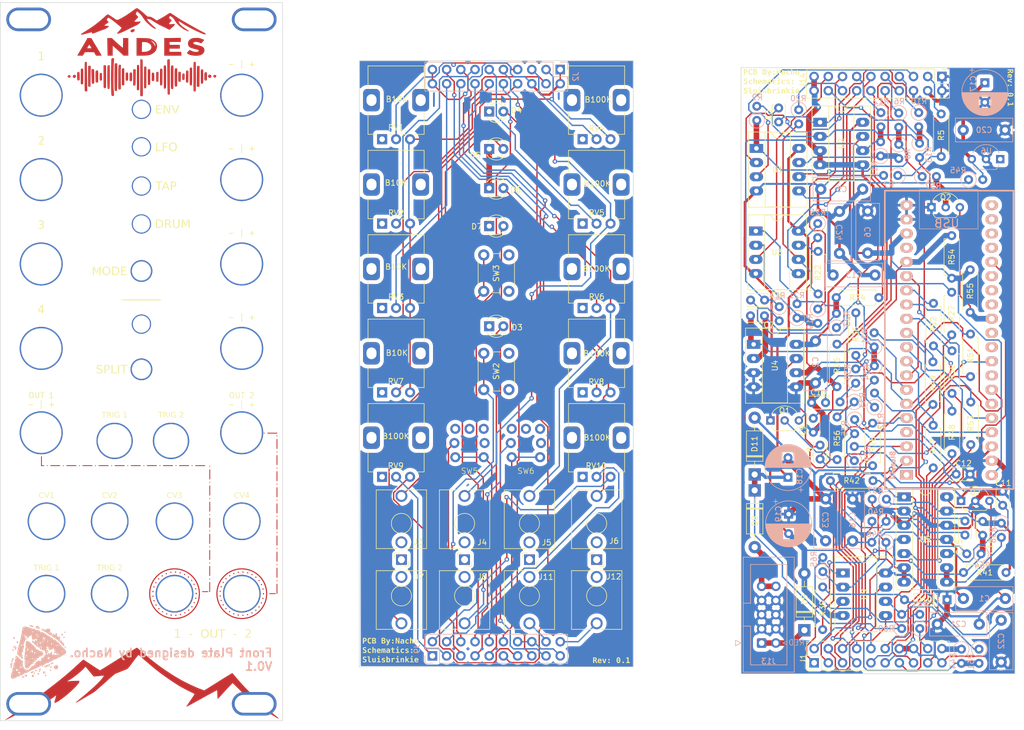
<source format=kicad_pcb>
(kicad_pcb (version 20240108) (generator "pcbnew") (generator_version "8.0")
  (title_block (title "!!UNTESTED!!") (date "2024-09-20") (rev "0.1") (company "By Nacho"))
  (layers (0 "F.Cu" signal) (31 "B.Cu" signal) (34 "B.Paste" user) (35 "F.Paste" user) (36 "B.SilkS" user "B.Silkscreen") (37 "F.SilkS" user "F.Silkscreen") (38 "B.Mask" user) (39 "F.Mask" user) (44 "Edge.Cuts" user))
  (net 0 "")
  (net 1 "GND")
  (net 2 "/Front PCB/LED_SALIDA_1")
  (net 3 "/Front PCB/LED_SALIDA_2")
  (net 4 "/Front PCB/LED1")
  (net 5 "/Front PCB/LED2")
  (net 6 "/Front PCB/LED3")
  (net 7 "/Front PCB/LED4")
  (net 8 "/Front PCB/LED5")
  (net 9 "/Front PCB/CV1_JACK")
  (net 10 "/Front PCB/CV2_JACK")
  (net 11 "/Front PCB/CV3_JACK")
  (net 12 "/Front PCB/CV4_JACK")
  (net 13 "/Front PCB/TRIG_1")
  (net 14 "/Front PCB/TRIG_2")
  (net 15 "/Front PCB/-10V_REF")
  (net 16 "/Front PCB/CV2_POT")
  (net 17 "/Front PCB/CV4_POT")
  (net 18 "/Front PCB/CV4_ATVPOT")
  (net 19 "/Front PCB/CV3_POT")
  (net 20 "/Front PCB/CV1_POT")
  (net 21 "/Front PCB/CV3_ATVPOT")
  (net 22 "/Front PCB/CV2_ATVPOT")
  (net 23 "/Front PCB/CV1_ATVPOT")
  (net 24 "/Front PCB/SW_TRIG2")
  (net 25 "/Front PCB/OUT2")
  (net 26 "/Front PCB/SW_DUAL")
  (net 27 "/Front PCB/SW_TRIG1")
  (net 28 "/Front PCB/OUT1")
  (net 29 "/Front PCB/SW_MODE")
  (net 32 "/Front PCB/PRE_ATV_OUT2")
  (net 33 "/Front PCB/OUT2_ATVPOT")
  (net 34 "/Front PCB/PRE_ATV_OUT1")
  (net 35 "/Front PCB/OUT1_ATVPOT")
  (net 36 "-12V")
  (net 37 "+12V")
  (net 38 "+3V3")
  (net 39 "Net-(U2A--)")
  (net 40 "/Inputs/CV1")
  (net 41 "Net-(U2B--)")
  (net 42 "/Inputs/CV2")
  (net 43 "/Inputs/CV3")
  (net 44 "Net-(U4A--)")
  (net 45 "/Inputs/CV4")
  (net 46 "Net-(U4B--)")
  (net 47 "Net-(C9-Pad1)")
  (net 48 "Net-(C10-Pad1)")
  (net 49 "Net-(U5C-+)")
  (net 50 "Net-(U5B-+)")
  (net 51 "/PRE_ATV_OUT1")
  (net 52 "Net-(U5D--)")
  (net 53 "/PRE_ATV_OUT2")
  (net 54 "Net-(U5A--)")
  (net 55 "/-10V_REF")
  (net 56 "/Output/-3V6_REF")
  (net 57 "+5V")
  (net 58 "Net-(D8-A)")
  (net 59 "Net-(D9-K)")
  (net 60 "/LED2")
  (net 61 "/OUT2")
  (net 62 "/OUT2_ATVPOT")
  (net 63 "/SW_MODE")
  (net 64 "/LED1")
  (net 65 "/OUT1_ATVPOT")
  (net 66 "/LED5")
  (net 67 "/SW_TRIG1")
  (net 68 "/SW_TRIG2")
  (net 69 "/OUT1")
  (net 70 "/LED_SALIDA_1")
  (net 71 "/LED3")
  (net 72 "/LED4")
  (net 73 "/SW_DUAL")
  (net 74 "/LED_SALIDA_2")
  (net 75 "/CV3_ATVPOT")
  (net 76 "/CV3_POT")
  (net 77 "/CV2_JACK")
  (net 78 "/CV2_ATVPOT")
  (net 79 "/CV1_POT")
  (net 80 "/CV2_POT")
  (net 81 "/CV1_ATVPOT")
  (net 82 "/CV4_POT")
  (net 83 "/TRIG_2")
  (net 84 "/CV4_JACK")
  (net 85 "/CV4_ATVPOT")
  (net 86 "/CV3_JACK")
  (net 87 "/TRIG_1")
  (net 88 "/CV1_JACK")
  (net 89 "Net-(Q1-B)")
  (net 90 "/Processor/STM_TRIG_1")
  (net 91 "Net-(Q2-B)")
  (net 92 "/Processor/STM_TRIG_2")
  (net 93 "Net-(U1A--)")
  (net 94 "Net-(U1B--)")
  (net 95 "Net-(R7-Pad2)")
  (net 96 "Net-(R11-Pad1)")
  (net 97 "Net-(U3A--)")
  (net 98 "Net-(U3B--)")
  (net 99 "Net-(R21-Pad2)")
  (net 100 "Net-(R22-Pad2)")
  (net 101 "/Output/CH1_PWM1")
  (net 102 "Net-(R30-Pad1)")
  (net 103 "/Output/CH1_PWM2")
  (net 104 "/Output/CH2_PWM1")
  (net 105 "Net-(R32-Pad1)")
  (net 106 "/Output/CH2_PWM2")
  (net 107 "Net-(U5C--)")
  (net 108 "Net-(U5B--)")
  (net 109 "Net-(R43-Pad2)")
  (net 110 "Net-(R44-Pad2)")
  (net 111 "Net-(U8-PA4)")
  (net 112 "Net-(U8-PA5_SCK1)")
  (net 113 "Net-(U8-PA6_MISO1)")
  (net 114 "Net-(U8-PA7_MOSI1)")
  (net 115 "Net-(U8-PB0)")
  (net 116 "Net-(U8-PB1)")
  (net 117 "Net-(U8-PB10_SCL2)")
  (net 118 "Net-(U9B--)")
  (net 119 "Net-(U9A--)")
  (net 134 "GND1")
  (footprint "Resistor_THT:R_Axial_DIN0207_L6.3mm_D2.5mm_P7.62mm_Horizontal" (layer "F.Cu") (at 205.1112 112.3 90)
    (property "Reference" "R28")
    (property "Value" "33k")
  )
  (footprint "" (layer "F.Cu") (at 68.6525 135.2075)
    (property "Reference" "")
    (property "Value" "")
  )
  (footprint "" (layer "F.Cu") (at 68.6525 122.2475)
    (property "Reference" "")
    (property "Value" "")
  )
  (footprint "Library:ML6-H2T2GQA" (layer "F.Cu") (at 143.1 108.24)
    (property "Reference" "SW6")
    (property "Value" "SW_ML6")
  )
  (footprint "Connector_PinHeader_2.54mm:PinHeader_2x10_P2.54mm_Vertical" (layer "F.Cu") (at 217.5062 42.635 -90)
    (property "Reference" "J14")
    (property "Value" "Pins_02x10_P2.54mm_TH")
  )
  (footprint "Library:Jack_3.5mm_QingPu_WQP-PJ398SM_Vertical_CircularHoles_3D" (layer "F.Cu") (at 155.76 129.11)
    (property "Reference" "J12")
    (property "Value" "out2")
  )
  (footprint "LED_THT:LED_D3.0mm" (layer "F.Cu") (at 136.535 48.9)
    (property "Reference" "D4")
    (property "Value" "LED")
  )
  (footprint "Resistor_THT:R_Axial_DIN0207_L6.3mm_D2.5mm_P7.62mm_Horizontal" (layer "F.Cu") (at 217.3812 49.34 -90)
    (property "Reference" "R5")
    (property "Value" "100k")
  )
  (footprint "Package_DIP:CERDIP-8_W7.62mm_SideBrazed_LongPads_Socket" (layer "F.Cu") (at 184.3312 55.5)
    (property "Reference" "U1")
    (property "Value" "TL072CP")
  )
  (footprint "Diode_THT:D_DO-41_SOD81_P10.16mm_Horizontal" (layer "F.Cu") (at 184.0162 116.71 -90)
    (property "Reference" "D8")
    (property "Value" "1N5817")
  )
  (footprint "Capacitor_THT:C_Disc_D3.4mm_W2.1mm_P2.50mm" (layer "F.Cu") (at 196.7012 101.01 180)
    (property "Reference" "C10")
    (property "Value" "4.7n")
  )
  (footprint "SVG FRONT PLATE:drawing" (layer "F.Cu") (at 74.1125 38.2475)
    (property "Reference" "Ref**" (hide yes))
    (property "Value" "Val**" (hide yes))
  )
  (footprint "Resistor_THT:R_Axial_DIN0207_L6.3mm_D2.5mm_P7.62mm_Horizontal" (layer "F.Cu") (at 219.2612 78.74 90)
    (property "Reference" "R54")
    (property "Value" "10k")
  )
  (footprint "Library:Potentiometer_Alps_RK09K_Single_Vertical" (layer "F.Cu") (at 153.24 84.075 90)
    (property "Reference" "RV6")
    (property "Value" "B100k")
  )
  (footprint "" (layer "F.Cu") (at 56.4025 76.1925)
    (property "Reference" "")
    (property "Value" "")
  )
  (footprint "Library:Potentiometer_Alps_RK09K_Single_Vertical" (layer "F.Cu") (at 117.38 114.29 90)
    (property "Reference" "RV9")
    (property "Value" "B100k")
  )
  (footprint "MountingHole:MountingHole_3.2mm_M3" (layer "F.Cu") (at 94.5025 154.9175)
    (property "Reference" "REF**" (hide yes))
    (property "Value" "MountingHole_3.2mm_M3" (hide yes))
  )
  (footprint "" (layer "F.Cu") (at 92.2825 135.2075)
    (property "Reference" "")
    (property "Value" "")
  )
  (footprint "Library:Potentiometer_Alps_RK09K_Single_Vertical" (layer "F.Cu") (at 153.24 53.86 90)
    (property "Reference" "RV4")
    (property "Value" "B100k")
  )
  (footprint "Capacitor_THT:C_Disc_D3.4mm_W2.1mm_P2.50mm" (layer "F.Cu") (at 224.8012 122.26 -90)
    (property "Reference" "C14")
    (property "Value" "150pf")
  )
  (footprint "MountingHole:MountingHole_3.2mm_M3" (layer "F.Cu") (at 54.1625 154.9175)
    (property "Reference" "REF**" (hide yes))
    (property "Value" "MountingHole_3.2mm_M3" (hide yes))
  )
  (footprint "Capacitor_THT:C_Disc_D3.4mm_W2.1mm_P2.50mm" (layer "F.Cu") (at 194.5012 103.82 -90)
    (property "Reference" "C9")
    (property "Value" "4.7n")
  )
  (footprint "" (layer "F.Cu") (at 74.3275 69.0275)
    (property "Reference" "")
    (property "Value" "")
  )
  (footprint "Library:Jack_3.5mm_QingPu_WQP-PJ398SM_Vertical_CircularHoles_3D" (layer "F.Cu") (at 132.13 129.11 180)
    (property "Reference" "J4")
    (property "Value" "CV2")
  )
  (footprint "Library:Jack_3.5mm_QingPu_WQP-PJ398SM_Vertical_CircularHoles_3D" (layer "F.Cu") (at 143.73 129.11 180)
    (property "Reference" "J5")
    (property "Value" "CV3")
  )
  (footprint "Library:Potentiometer_Alps_RK09K_Single_Vertical_DSHAFT" (layer "F.Cu") (at 117.38 99.1825 90)
    (property "Reference" "RV7")
    (property "Value" "B10k")
  )
  (footprint "" (layer "F.Cu") (at 56.4025 91.3)
    (property "Reference" "")
    (property "Value" "")
  )
  (footprint "Capacitor_THT:C_Disc_D3.4mm_W2.1mm_P2.50mm" (layer "F.Cu") (at 228.3812 119.39 90)
    (property "Reference" "C11")
    (property "Value" "4.7n")
  )
  (footprint "Resistor_THT:R_Axial_DIN0207_L6.3mm_D2.5mm_P7.62mm_Horizontal" (layer "F.Cu") (at 215.9012 101.34 90)
    (property "Reference" "R49")
    (property "Value" "2k")
  )
  (footprint "Capacitor_THT:C_Disc_D3.4mm_W2.1mm_P2.50mm" (layer "F.Cu") (at 221.6312 124.7 90)
    (property "Reference" "C15")
    (property "Value" "150pf")
  )
  (footprint "Diode_THT:D_DO-35_SOD27_P7.62mm_Horizontal" (layer "F.Cu") (at 218.4312 136.3 180)
    (property "Reference" "D10")
    (property "Value" "3.6")
  )
  (footprint "" (layer "F.Cu") (at 74.3325 62.2375)
    (property "Reference" "")
    (property "Value" "")
  )
  (footprint "" (layer "F.Cu") (at 74.3275 86.9575)
    (property "Reference" "")
    (property "Value" "")
  )
  (footprint "Package_DIP:CERDIP-8_W7.62mm_SideBrazed_LongPads_Socket" (layer "F.Cu") (at 183.8312 90.58)
    (property "Reference" "U4")
    (property "Value" "MCP6002-I-P")
  )
  (footprint "Package_TO_SOT_THT:TO-92L_Inline_Wide" (layer "F.Cu") (at 220.9312 118.6)
    (property "Reference" "U7")
    (property "Value" "L78L05_TO92")
  )
  (footprint "" (layer "F.Cu") (at 92.2625 106.4075)
    (property "Reference" "")
    (property "Value" "")
  )
  (footprint "Capacitor_THT:C_Disc_D3.4mm_W2.1mm_P2.50mm" (layer "F.Cu") (at 185.7912 82.65 180)
    (property "Reference" "C4")
    (property "Value" "150pf")
  )
  (footprint "" (layer "F.Cu") (at 92.2625 45.9775)
    (property "Reference" "")
    (property "Value" "")
  )
  (footprint "Library:Jack_3.5mm_QingPu_WQP-PJ398SM_Vertical_CircularHoles_3D" (layer "F.Cu") (at 120.83 129.11)
    (property "Reference" "J7")
    (property "Value" "in1")
  )
  (footprint "Resistor_THT:R_Axial_DIN0207_L6.3mm_D2.5mm_P7.62mm_Horizontal" (layer "F.Cu") (at 219.3112 110.15 90)
    (property "Reference" "R48")
    (property "Value" "2k")
  )
  (footprint "Library:ML6-H2T2GQA" (layer "F.Cu") (at 133.01 108.24)
    (property "Reference" "SW5")
    (property "Value" "SW_ML6")
  )
  (footprint "Library:Jack_3.5mm_QingPu_WQP-PJ398SM_Vertical_CircularHoles_3D" (layer "F.Cu") (at 132.13 129.11)
    (property "Reference" "J8")
    (property "Value" "in2")
  )
  (footprint "SVG PCB:DirtNacho" (layer "F.Cu") (at 55.46 147.72)
    (property "Reference" "Ref**" (hide yes))
    (property "Value" "Val**" (hide yes))
  )
  (footprint "" (layer "F.Cu") (at 56.4025 45.9775)
    (property "Reference" "")
    (property "Value" "")
  )
  (footprint "Resistor_THT:R_Axial_DIN0207_L6.3mm_D2.5mm_P7.62mm_Horizontal" (layer "F.Cu") (at 205.1812 114.98 180)
    (property "Reference" "R42")
    (property "Value" "33k")
  )
  (footprint "" (layer "F.Cu") (at 92.2625 61.085)
    (property "Reference" "")
    (property "Value" "")
  )
  (footprint "" (layer "F.Cu") (at 92.2625 76.1925)
    (property "Reference" "")
    (property "Value" "")
  )
  (footprint "Diode_THT:D_DO-41_SOD81_P10.16mm_Horizontal" (layer "F.Cu") (at 184.0162 113.87 90)
    (property "Reference" "D11")
    (property "Value" "1N5817")
  )
  (footprint "Resistor_THT:R_Axial_DIN0207_L6.3mm_D2.5mm_P7.62mm_Horizontal" (layer "F.Cu") (at 198.7612 103.58 -90)
    (property "Reference" "R56")
    (property "Value" "100k")
  )
  (footprint "Button_Switch_THT:SW_PUSH_6mm_H13mm" (layer "F.Cu") (at 135.56 98.68 90)
    (property "Reference" "SW2")
    (property "Value" "SW_Dual")
  )
  (footprint "Package_DIP:CERDIP-8_W7.62mm_SideBrazed_LongPads_Socket" (layer "F.Cu") (at 199.8112 131.5)
    (property "Reference" "U9")
    (property "Value" "TL072CP")
  )
  (footprint "Resistor_THT:R_Axial_DIN0207_L6.3mm_D2.5mm_P7.62mm_Horizontal" (layer "F.Cu") (at 195.3612 81.56 90)
    (property "Reference" "R22")
    (property "Value" "100k")
  )
  (footprint "" (layer "F.Cu") (at 56.4025 106.4075)
    (property "Reference" "")
    (property "Value" "")
  )
  (footprint "Library:Potentiometer_Alps_RK09K_Single_Vertical" (layer "F.Cu") (at 153.24 68.9675 90)
    (property "Reference" "RV5")
    (property "Value" "B100k")
  )
  (footprint "Capacitor_THT:C_Disc_D3.4mm_W2.1mm_P2.50mm" (layer "F.Cu") (at 185.7712 85.47 180)
    (property "Reference" "C7")
    (property "Value" "150pf")
  )
  (footprint "Resistor_THT:R_Axial_DIN0207_L6.3mm_D2.5mm_P7.62mm_Horizontal" (layer "F.Cu") (at 196.1812 141.63 90)
    (property "Reference" "R39")
    (property "Value" "15k")
  )
  (footprint "Library:Jack_3.5mm_QingPu_WQP-PJ398SM_Vertical_CircularHoles_3D" (layer "F.Cu") (at 143.73 129.11)
    (property "Reference" "J11")
    (property "Value" "out1")
  )
  (footprint "MountingHole:MountingHole_3.2mm_M3" (layer "F.Cu") (at 94.5025 32.4175)
    (property "Reference" "REF**" (hide yes))
    (property "Value" "MountingHole_3.2mm_M3" (hide yes))
  )
  (footprint "" (layer "F.Cu") (at 80.2525 122.2475)
    (property "Reference" "")
    (property "Value" "")
  )
  (footprint "Resistor_THT:R_Axial_DIN0207_L6.3mm_D2.5mm_P7.62mm_Horizontal" (layer "F.Cu") (at 206.2312 82.21 180)
    (property "Reference" "R24")
    (property "Value" "100k")
  )
  (footprint "LED_THT:LED_D3.0mm" (layer "F.Cu") (at 136.535 55.6)
    (property "Reference" "D5")
    (property "Value" "LED")
  )
  (footprint "Resistor_THT:R_Axial_DIN0207_L6.3mm_D2.5mm_P7.62mm_Horizontal" (layer "F.Cu") (at 219.2612 81.25 -90)
    (property "Reference" "R27")
    (property "Value" "33k")
  )
  (footprint "" (layer "F.Cu") (at 74.3325 48.5175)
    (property "Reference" "")
    (property "Value" "")
  )
  (footprint "Resistor_THT:R_Axial_DIN0207_L6.3mm_D2.5mm_P7.62mm_Horizontal" (layer "F.Cu") (at 222.6212 96.35 90)
    (property "Reference" "R51")
    (property "Value" "2k")
  )
  (footprint "Library:Potentiometer_Alps_RK09K_Single_Vertical" (layer "F.Cu") (at 153.24 114.29 90)
    (property "Reference" "RV10")
    (property "Value" "B100k")
  )
  (footprint "" (layer "F.Cu") (at 57.3525 122.2475)
    (property "Reference" "")
    (property "Value" "")
  )
  (footprint "Button_Switch_THT:SW_PUSH_6mm_H13mm" (layer "F.Cu") (at 135.56 81.08 90)
    (property "Reference" "SW3")
    (property "Value" "SW_Mode")
  )
  (footprint "Capacitor_THT:C_Disc_D3.4mm_W2.1mm_P2.50mm" (layer "F.Cu") (at 220.0512 113.82)
    (property "Reference" "C12")
    (property "Value" "4.7n")
  )
  (footprint "" (layer "F.Cu") (at 74.3325 95.0475)
    (property "Reference" "")
    (property "Value" "")
  )
  (footprint "MountingHole:MountingHole_3.2mm_M3" (layer "F.Cu") (at 54.1625 32.4175)
    (property "Reference" "REF**" (hide yes))
    (property "Value" "MountingHole_3.2mm_M3" (hide yes))
  )
  (footprint "Resistor_THT:R_Axial_DIN0207_L6.3mm_D2.5mm_P7.62mm_Horizontal" (layer "F.Cu") (at 215.9512 112.69 90)
    (property "Reference" "R47")
    (property "Value" "2k")
  )
  (footprint "Package_TO_SOT_THT:TO-92_Inline_Wide" (layer "F.Cu") (at 186.8412 104.2)
    (property "Reference" "Q1")
    (property "Value" "2N3904")
  )
  (footprint "Library:Potentiometer_Alps_RK09K_Single_Vertical_DSHAFT" (layer "F.Cu") (at 117.38 68.9675 90)
    (property "Reference" "RV2")
    (property "Value" "B10k")
  )
  (footprint "Package_DIP:CERDIP-8_W7.62mm_SideBrazed_LongPads_Socket" (layer "F.Cu") (at 184.2312 70.3)
    (property "Reference" "U3")
    (property "Value" "TL072CP")
  )
  (footprint "Library:Jack_3.5mm_QingPu_WQP-PJ398SM_Vertical_CircularHoles_3D" (layer "F.Cu") (at 120.83 129.11 180)
    (property "Reference" "J3")
    (property "Value" "CV1")
  )
  (footprint "" (layer "F.Cu") (at 74.3325 55.2175)
    (property "Reference" "")
    (property "Value" "")
  )
  (footprint "LED_THT:LED_D3.0mm" (layer "F.Cu") (at 136.535 87.34)
    (property "Reference" "D3")
    (property "Value" "LED")
  )
  (footprint "Resistor_THT:R_Axial_DIN0207_L6.3mm_D2.5mm_P7.62mm_Horizontal" (layer "F.Cu") (at 222.5712 77.23 -90)
    (property "Reference" "R55")
    (property "Value" "10k")
  )
  (footprint "Package_DIP:CERDIP-8_W7.62mm_SideBrazed_LongPads_Socket" (layer "F.Cu") (at 195.7112 50.83)
    (property "Reference" "U2")
    (property "Value" "MCP6002-I-P")
  )
  (footprint "Package_DIP:DIP-14_W7.62mm_Socket_LongPads" (layer "F.Cu") (at 210.7412 117.88)
    (property "Reference" "U5")
    (property "Value" "TL074")
  )
  (footprint "" (layer "F.Cu") (at 56.4025 61.085)
    (property "Reference" "")
    (property "Value" "")
  )
  (footprint "Connector_PinHeader_2.54mm:PinHeader_2x10_P2.54mm_Vertical" (layer "F.Cu") (at 194.6562 147.58 90)
    (property "Reference" "J1")
    (property "Value" "Pins_02x10_P2.54mm_TH")
  )
  (footprint "Package_TO_SOT_THT:TO-92_Inline_Wide" (layer "F.Cu") (at 215.6412 66.04)
    (property "Reference" "Q2")
    (property "Value" "2N3904")
  )
  (footprint "LED_THT:LED_D3.0mm" (layer "F.Cu") (at 136.535 62.62)
    (property "Reference" "D6")
    (property "Value" "LED")
  )
  (footprint "" (layer "F.Cu") (at 74.3325 77.4475)
    (property "Reference" "")
    (property "Value" "")
  )
  (footprint "Resistor_THT:R_Axial_DIN0207_L6.3mm_D2.5mm_P7.62mm_Horizontal" (layer "F.Cu") (at 219.3112 99.36 90)
    (property "Reference" "R50")
    (property "Value" "2k")
  )
  (footprint "" (layer "F.Cu") (at 79.6225 107.8575)
    (property "Reference" "")
    (property "Value" "")
  )
  (footprint "" (layer "F.Cu") (at 92.2825 122.2475)
    (property "Reference" "")
    (property "Value" "")
  )
  (footprint "Library:Potentiometer_Alps_RK09K_Single_Vertical_DSHAFT" (layer "F.Cu") (at 117.38 53.86 90)
    (property "Reference" "RV1")
    (property "Value" "B10k")
  )
  (footprint "SVG FRONT PLATE:mountains" (layer "F.Cu") (at 74.3625 150.8075)
    (property "Reference" "Ref**" (hide yes))
    (property "Value" "Val**" (hide yes))
  )
  (footprint "" (layer "F.Cu") (at 80.2525 135.2075)
    (property "Reference" "")
    (property "Value" "")
  )
  (footprint "LED_THT:LED_D3.0mm" (layer "F.Cu") (at 136.535 69.41)
    (property "Reference" "D7")
    (property "Value" "LED")
  )
  (footprint "Resistor_THT:R_Axial_DIN0207_L6.3mm_D2.5mm_P7.62mm_Horizontal" (layer "F.Cu") (at 216.0012 90.86 90)
    (property "Reference" "R52")
    (property "Value" "2k")
  )
  (footprint "Library:Potentiometer_Alps_RK09K_Single_Vertical" (layer "F.Cu") (at 153.24 99.1825 90)
    (property "Reference" "RV8")
    (property "Value" "B100k")
  )
  (footprint "Resistor_THT:R_Axial_DIN0207_L6.3mm_D2.5mm_P7.62mm_Horizontal" (layer "F.Cu") (at 198.7412 90.54 -90)
    (property "Reference" "R26")
    (property "Value" "100k")
  )
  (footprint "" (layer "F.Cu") (at 69.5325 107.8575)
    (property "Reference" "")
    (property "Value" "")
  )
  (footprint "Capacitor_THT:C_Disc_D3.4mm_W2.1mm_P2.50mm" (layer "F.Cu") (at 188.3112 48.27 -90)
    (property "Reference" "C3")
    (property "Value" "150pf")
  )
  (footprint "Library:Jack_3.5mm_QingPu_WQP-PJ398SM_Vertical_CircularHoles_3D" (layer "F.Cu") (at 155.76 129.11 180)
    (property "Reference" "J6")
    (property "Value" "CV4")
  )
  (footprint "" (layer "F.Cu") (at 92.2625 91.3)
    (property "Reference" "")
    (property "Value" "")
  )
  (footprint "Library:Potentiometer_Alps_RK09K_Single_Vertical_DSHAFT" (layer "F.Cu") (at 117.38 84.075 90)
    (property "Reference" "RV3")
    (property "Value" "B10k")
  )
  (footprint "Resistor_THT:R_Axial_DIN0207_L6.3mm_D2.5mm_P7.62mm_Horizontal" (layer "F.Cu") (at 221.3612 131.41)
    (property "Reference" "R41")
    (property "Value" "33k")
  )
  (footprint "Resistor_THT:R_Axial_DIN0207_L6.3mm_D2.5mm_P7.62mm_Horizontal" (layer "F.Cu") (at 202.1112 92.55 90)
    (property "Reference" "R36")
    (property "Value" "1k5")
  )
  (footprint "" (layer "F.Cu") (at 57.3525 135.2075)
    (property "Reference" "")
    (property "Value" "")
  )
  (footprint "Resistor_THT:R_Axial_DIN0207_L6.3mm_D2.5mm_P7.62mm_Horizontal" (layer "F.Cu") (at 222.6712 108.52 90)
    (property "Reference" "R53")
    (property "Value" "2k")
  )
  (footprint "Capacitor_THT:C_Disc_D3.4mm_W2.1mm_P2.50mm" (layer "F.Cu") (at 195.7212 111.11 90)
    (property "Reference" "C8")
    (property "Value" "150pf")
  )
  (footprint "Diode_THT:D_DO-41_SOD81_P10.16mm_Horizontal" (layer "F.Cu") (at 192.9112 141.74 90)
    (property "Reference" "D9")
    (property "Value" "1N5817")
  )
  (footprint "Resistor_THT:R_Axial_DIN0207_L6.3mm_D2.5mm_P2.54mm_Vertical" (layer "B.Cu") (at 205.3912 91.045 90)
    (property "Reference" "R31")
    (property "Value" "1k5")
  )
  (footprint "Resistor_THT:R_Axial_DIN0207_L6.3mm_D2.5mm_P2.54mm_Vertical" (layer "B.Cu") (at 228.1412 122.59 -90)
    (property "Reference" "R38")
    (property "Value" "6k8")
  )
  (footprint "Resistor_THT:R_Axial_DIN0207_L6.3mm_D2.5mm_P2.54mm_Vertical" (layer "B.Cu") (at 213.55 141.45 90)
    (property "Reference" "R43")
    (property "Value" "1k")
  )
  (footprint "BluePill_breakouts:BluePill_STM32F103C" (layer "B.Cu") (at 211.1812 113.8792)
    (property "Reference" "U8" (hide yes))
    (property "Value" "Bluepill")
  )
  (footprint "Resistor_THT:R_Axial_DIN0207_L6.3mm_D2.5mm_P2.54mm_Vertical" (layer "B.Cu") (at 201.8312 100.88 180)
    (property "Reference" "R33")
    (property "Value" "12k")
  )
  (footprint "Capacitor_THT:CP_Radial_D8.0mm_P3.50mm" (layer "B.Cu") (at 190.0912 120.96 -90)
    (property "Reference" "C19")
    (property "Value" "10u")
  )
  (footprint "Resistor_THT:R_Axial_DIN0207_L6.3mm_D2.5mm_P2.54mm_Vertical" (layer "B.Cu") (at 209.6212 60.35 180)
    (property "Reference" "R7")
    (property "Value" "100k")
  )
  (footprint "Resistor_THT:R_Axial_DIN0207_L6.3mm_D2.5mm_P2.54mm_Vertical" (layer "B.Cu") (at 224.1412 145.135 -90)
    (property "Reference" "R61")
    (property "Value" "100k")
  )
  (footprint "Resistor_THT:R_Axial_DIN0207_L6.3mm_D2.5mm_P2.54mm_Vertical" (layer "B.Cu") (at 210.32 141.45 90)
    (property "Reference" "R60")
    (property "Value" "100k")
  )
  (footprint "Resistor_THT:R_Axial_DIN0207_L6.3mm_D2.5mm_P2.54mm_Vertical" (layer "B.Cu") (at 201.9012 104.035 -90)
    (property "Reference" "R35")
    (property "Value" "1k5")
  )
  (footprint "Resistor_THT:R_Axial_DIN0207_L6.3mm_D2.5mm_P2.54mm_Vertical" (layer "B.Cu") (at 213.9812 60.54)
    (property "Reference" "R57")
    (property "Value" "100k")
  )
  (footprint "Resistor_THT:R_Axial_DIN0207_L6.3mm_D2.5mm_P2.54mm_Vertical" (layer "B.Cu") (at 209.7912 54.78 -90)
    (property "Reference" "R8")
    (property "Value" "100k")
  )
  (footprint "Resistor_THT:R_Axial_DIN0207_L6.3mm_D2.5mm_P2.54mm_Vertical" (layer "B.Cu") (at 206.5912 49.105 -90)
    (property "Reference" "R12")
    (property "Value" "100k")
  )
  (footprint "Resistor_THT:R_Axial_DIN0207_L6.3mm_D2.5mm_P2.54mm_Vertical" (layer "B.Cu") (at 191.5912 85.865 90)
    (property "Reference" "R21")
    (property "Value" "100k")
  )
  (footprint "Capacitor_THT:C_Rect_L10.0mm_W4.0mm_P7.50mm_MKS4" (layer "B.Cu") (at 201.5412 125.77 90)
    (property "Reference" "C16")
    (property "Value" "100n")
  )
  (footprint "Resistor_THT:R_Axial_DIN0207_L6.3mm_D2.5mm_P2.54mm_Vertical" (layer "B.Cu") (at 184.4012 50.495 90)
    (property "Reference" "R9")
    (property "Value" "100k")
  )
  (footprint "Resistor_THT:R_Axial_DIN0207_L6.3mm_D2.5mm_P2.54mm_Vertical" (layer "B.Cu") (at 221.0012 145.135 -90)
    (property "Reference" "R44")
    (property "Value" "1k")
  )
  (footprint "Capacitor_THT:C_Rect_L10.0mm_W4.0mm_P7.50mm_MKS4" (layer "B.Cu") (at 199.1912 66.78 -90)
    (property "Reference" "C24")
    (property "Value" "100n")
  )
  (footprint "Resistor_THT:R_Axial_DIN0207_L6.3mm_D2.5mm_P2.54mm_Vertical" (layer "B.Cu") (at 206.5412 56.86 90)
    (property "Reference" "R11")
    (property "Value" "100k")
  )
  (footprint "Resistor_THT:R_Axial_DIN0207_L6.3mm_D2.5mm_P2.54mm_Vertical" (layer "B.Cu") (at 201.8412 111.395 90)
    (property "Reference" "R29")
    (property "Value" "1k5")
  )
  (footprint "Resistor_THT:R_Axial_DIN0207_L6.3mm_D2.5mm_P2.54mm_Vertical" (layer "B.Cu") (at 213.5112 54.595 -90)
    (property "Reference" "R13")
    (property "Value" "33k")
  )
  (footprint "Connector_IDC:IDC-Header_2x05_P2.54mm_Vertical" (layer "B.Cu") (at 185.2662 144.04)
    (property "Reference" "J13")
    (property "Value" "Eurorack Power")
  )
  (footprint "Resistor_THT:R_Axial_DIN0207_L6.3mm_D2.5mm_P2.54mm_Vertical" (layer "B.Cu") (at 191.9012 48.595 -90)
    (property "Reference" "R20")
    (property "Value" "100k")
  )
  (footprint "Capacitor_THT:C_Rect_L10.0mm_W4.0mm_P7.50mm_MKS4" (layer "B.Cu") (at 196.7112 125.74 90)
    (property "Reference" "C23")
    (property "Value" "100n")
  )
  (footprint "Resistor_THT:R_Axial_DIN0207_L6.3mm_D2.5mm_P2.54mm_Vertical" (layer "B.Cu") (at 195.3012 84.265 -90)
    (property "Reference" "R19")
    (property "Value" "100k")
  )
  (footprint "Resistor_THT:R_Axial_DIN0207_L6.3mm_D2.5mm_P2.54mm_Vertical" (layer "B.Cu") (at 207.5062 126.02 180)
    (property "Reference" "R46")
    (property "Value" "10k")
  )
  (footprint "Connector_PinSocket_2.54mm:PinSocket_2x10_P2.54mm_Vertical" (layer "B.Cu") (at 149.24 41.39 90)
    (property "Reference" "J2")
    (property "Value" "Pins_02x10_P2.54mm_TH")
  )
  (footprint "Resistor_THT:R_Axial_DIN0207_L6.3mm_D2.5mm_P2.54mm_Vertical" (layer "B.Cu") (at 224.5012 128.07 180)
    (property "Reference" "R64")
    (property "Value" "100k")
  )
  (footprint "Capacitor_THT:C_Rect_L10.0mm_W4.0mm_P7.50mm_MKS4" (layer "B.Cu") (at 198.0412 78.17)
    (property "Reference" "C13")
    (property "Value" "100n")
  )
  (footprint "Capacitor_THT:C_Rect_L10.0mm_W4.0mm_P7.50mm_MKS4" (layer "B.Cu") (at 228.1112 139.95 -90)
    (property "Reference" "C22")
    (property "Value" "100n")
  )
  (footprint "Resistor_THT:R_Axial_DIN0207_L6.3mm_D2.5mm_P2.54mm_Vertical" (layer "B.Cu") (at 213.3612 49.105 -90)
    (property "Reference" "R10")
    (property "Value" "100k")
  )
  (footprint "Resistor_THT:R_Axial_DIN0207_L6.3mm_D2.5mm_P2.54mm_Vertical" (layer "B.Cu") (at 209.7912 49.18 -90)
    (property "Reference" "R6")
    (property "Value" "100k")
  )
  (footprint "Resistor_THT:R_Axial_DIN0207_L6.3mm_D2.5mm_P2.54mm_Vertical" (layer "B.Cu") (at 205.4612 101.83 90)
    (property "Reference" "R32")
    (property "Value" "180k")
  )
  (footprint "Package_TO_SOT_THT:TO-92_Inline_Wide" (layer "B.Cu") (at 227.9362 57.42 180)
    (property "Reference" "U6")
    (property "Value" "LM4040LP-10")
  )
  (footprint "Resistor_THT:R_Axial_DIN0207_L6.3mm_D2.5mm_P2.54mm_Vertical" (layer "B.Cu") (at 205.4312 94.435 -90)
    (property "Reference" "R34")
    (property "Value" "12k")
  )
  (footprint "Capacitor_THT:CP_Radial_D8.0mm_P3.50mm" (layer "B.Cu") (at 225.1912 43.76 -90)
    (property "Reference" "C17")
    (property "Value" "10u")
  )
  (footprint "Capacitor_THT:CP_Radial_D8.0mm_P3.50mm" (layer "B.Cu") (at 189.9812 114.37 90)
    (property "Reference" "C18")
    (property "Value" "10u")
  )
  (footprint "Capacitor_THT:C_Rect_L10.0mm_W4.0mm_P7.50mm_MKS4" (layer "B.Cu") (at 228.8512 136.07 180)
    (property "Reference" "C1")
    (property "Value" "100n")
  )
  (footprint "Resistor_THT:R_Axial_DIN0207_L6.3mm_D2.5mm_P2.54mm_Vertical" (layer "B.Cu") (at 202.0912 97.52 90)
    (property "Reference" "R30")
    (property "Value" "180k")
  )
  (footprint "Capacitor_THT:C_Rect_L10.0mm_W4.0mm_P7.50mm_MKS4" (layer "B.Cu") (at 221.3112 52.21)
    (property "Reference" "C20")
    (property "Value" "100n")
  )
  (footprint "Resistor_THT:R_Axial_DIN0207_L6.3mm_D2.5mm_P2.54mm_Vertical" (layer "B.Cu") (at 198.6412 87.585 90)
    (property "Reference" "R23")
    (property "Value" "100k")
  )
  (footprint "Resistor_THT:R_Axial_DIN0207_L6.3mm_D2.5mm_P2.54mm_Vertical" (layer "B.Cu") (at 207.5362 122.25 180)
    (property "Reference" "R40")
    (property "Value" "6k8")
  )
  (footprint "Connector_PinSocket_2.54mm:PinSocket_2x10_P2.54mm_Vertical" (layer "B.Cu") (at 126.38 146.34 -90)
    (property "Reference" "J9")
    (property "Value" "Pins_02x10_P2.54mm_TH")
  )
  (footprint "Resistor_THT:R_Axial_DIN0207_L6.3mm_D2.5mm_P2.54mm_Vertical" (layer "B.Cu") (at 207.5762 118.29 180)
    (property "Reference" "R37")
    (property "Value" "15k")
  )
  (footprint "Capacitor_THT:C_Rect_L10.0mm_W4.0mm_P7.50mm_MKS4" (layer "B.Cu") (at 203.3412 62.8 180)
    (property "Reference" "C5")
    (property "Value" "100n")
  )
  (footprint "Resistor_THT:R_Axial_DIN0207_L6.3mm_D2.5mm_P2.54mm_Vertical" (layer "B.Cu") (at 222.2762 61.09)
    (property "Reference" "R45")
    (property "Value" "2k")
  )
  (footprint "Resistor_THT:R_Axial_DIN0207_L6.3mm_D2.5mm_P2.54mm_Vertical" (layer "B.Cu") (at 196.2112 131.265 90)
    (property "Reference" "R65")
    (property "Value" "100k")
  )
  (footprint "Resistor_THT:R_Axial_DIN0207_L6.3mm_D2.5mm_P2.54mm_Vertical" (layer "B.Cu") (at 195.3012 68.955 -90)
    (property "Reference" "R25")
    (property "Value" "100k")
  )
  (footprint "Capacitor_THT:C_Rect_L10.0mm_W4.0mm_P7.50mm_MKS4" (layer "B.Cu") (at 194.8912 89.99 -90)
    (property "Reference" "C2")
    (property "Value" "100n")
  )
  (footprint "Resistor_THT:R_Axial_DIN0207_L6.3mm_D2.5mm_P2.54mm_Vertical" (layer "B.Cu") (at 188.4112 83.845 -90)
    (property "Reference" "R14")
    (property "Value" "33k")
  )
  (footprint "Capacitor_THT:C_Rect_L10.0mm_W4.0mm_P7.50mm_MKS4" (layer "B.Cu") (at 224.1912 140.66 180)
    (property "Reference" "C21")
    (property "Value" "0,33u")
  )
  (footprint "Capacitor_THT:C_Rect_L10.0mm_W4.0mm_P7.50mm_MKS4" (layer "B.Cu") (at 204.2312 74.23 90)
    (property "Reference" "C6")
    (property "Value" "100n")
  )
  (gr_line (start 97.2725 135.1975) (end 98.2725 135.1975) (stroke (width 0.15) (type dash_dot)) (layer "F.Cu"))
  (gr_line (start 98.5725 106.4675) (end 96.2825 106.4675) (stroke (width 0.15) (type dash_dot)) (layer "F.Cu"))
  (gr_line (start 85.6625 112.2775) (end 56.4425 112.2775) (stroke (width 0.15) (type dash_dot)) (layer "F.Cu"))
  (gr_circle (center 92.2825 135.2075) (end 96.7325 135.2075) (stroke (width 0.2)) (fill none) (layer "F.Cu"))
  (gr_line (start 86.5425 134.8475) (end 86.5525 112.2775) (stroke (width 0.15) (type dash_dot)) (layer "F.Cu"))
  (gr_line (start 98.5725 135.1575) (end 98.5725 106.4675) (stroke (width 0.15) (type dash_dot)) (layer "F.Cu"))
  (gr_circle (center 80.2525 135.2075) (end 84.1325 135.1675) (stroke (width 0.2) (type dot)) (fill solid) (layer "F.Cu"))
  (gr_circle (center 80.2525 135.2075) (end 84.7025 135.2075) (stroke (width 0.2)) (fill none) (layer "F.Cu"))
  (gr_line (start 56.4425 112.2775) (end 56.4425 110.6875) (stroke (width 0.15) (type dash_dot)) (layer "F.Cu"))
  (gr_circle (center 92.2825 135.2075) (end 96.1625 135.2075) (stroke (width 0.2) (type dot)) (fill solid) (layer "F.Cu"))
  (gr_line (start 85.2425 134.8475) (end 86.2425 134.8475) (stroke (width 0.15) (type dash_dot)) (layer "F.Cu"))
  (gr_rect (start 213.4712 62.86) (end 223.9612 69.91) (stroke (width 0.1)) (fill none) (layer "B.SilkS"))
  (gr_line (start 77.7975 82.6075) (end 70.8675 82.6075) (stroke (width 0.2)) (layer "F.SilkS"))
  (gr_line (start 162.31 148.3) (end 162.31 39.8) (stroke (width 0.1)) (layer "Edge.Cuts"))
  (gr_line (start 181.5812 149.54) (end 230.5812 149.54) (stroke (width 0.1)) (layer "Edge.Cuts"))
  (gr_line (start 113.31 148.3) (end 162.31 148.3) (stroke (width 0.1)) (layer "Edge.Cuts"))
  (gr_line (start 49.0825 157.9175) (end 49.0825 29.4175) (stroke (width 0.1)) (layer "Edge.Cuts"))
  (gr_line (start 113.31 39.8) (end 162.31 39.8) (stroke (width 0.1)) (layer "Edge.Cuts"))
  (gr_line (start 49.0825 29.4175) (end 99.5825 29.4175) (stroke (width 0.1)) (layer "Edge.Cuts"))
  (gr_line (start 113.31 39.8) (end 113.31 148.3) (stroke (width 0.1)) (layer "Edge.Cuts"))
  (gr_line (start 99.5825 29.4175) (end 99.5825 157.9175) (stroke (width 0.1)) (layer "Edge.Cuts"))
  (gr_line (start 230.5812 149.54) (end 230.5812 41.04) (stroke (width 0.1)) (layer "Edge.Cuts"))
  (gr_line (start 181.5812 41.04) (end 230.5812 41.04) (stroke (width 0.1)) (layer "Edge.Cuts"))
  (gr_line (start 181.5812 41.04) (end 181.5812 149.54) (stroke (width 0.1)) (layer "Edge.Cuts"))
  (gr_line (start 99.5825 157.9175) (end 49.0825 157.9175) (stroke (width 0.1)) (layer "Edge.Cuts"))
  (gr_text "USB" (at 220.7612 69.8 0) (layer "B.SilkS") (effects (font (size 1.5 1.5) (thickness 0.2)) (justify left bottom mirror)))
  (gr_text "RED>" (at 193.0162 144.54 0) (layer "B.SilkS") (effects (font (size 1 1) (thickness 0.1)) (justify left bottom mirror)))
  (gr_text "Front Plate designed by Nacho.\nV0.1" (at 97.91 149.1 0) (layer "B.SilkS") (effects (font (size 1.5 1.5) (thickness 0.3) (bold yes)) (justify left bottom mirror)))
  (gr_text "- | +" (at 92.2625 86.3 0) (layer "F.SilkS") (effects (font (size 1 1)) (justify bottom)))
  (gr_text "- | +" (at 92.2625 71.1925 0) (layer "F.SilkS") (effects (font (size 1 1)) (justify bottom)))
  (gr_text "CV4" (at 92.2825 118.2475 0) (layer "F.SilkS") (effects (font (size 1 1)) (justify bottom)))
  (gr_text "3" (at 56.4025 70.1925 0) (layer "F.SilkS") (effects (font (size 1.5 1.5)) (justify bottom)))
  (gr_text "CV3" (at 80.2525 118.2475 0) (layer "F.SilkS") (effects (font (size 1 1)) (justify bottom)))
  (gr_text "TRIG 1" (at 57.3525 131.2075 0) (layer "F.SilkS") (effects (font (size 1 1)) (justify bottom)))
  (gr_text "B100K" (at 153.33 107.85 0) (layer "F.SilkS") (effects (font (size 1 1)) (justify left bottom)))
  (gr_text "B10K" (at 117.78 62.25 0) (layer "F.SilkS") (effects (font (size 1 1)) (justify left bottom)))
  (gr_text "TRIG 1" (at 69.5325 103.8575 0) (layer "F.SilkS") (effects (font (size 1 1)) (justify bottom)))
  (gr_text "4" (at 56.4025 85.3 0) (layer "F.SilkS") (effects (font (size 1.5 1.5)) (justify bottom)))
  (gr_text "B100K" (at 153.27 92.8 0) (layer "F.SilkS") (effects (font (size 1 1)) (justify left bottom)))
  (gr_text "- | +" (at 92.2625 40.9775 0) (layer "F.SilkS") (effects (font (size 1 1)) (justify bottom)))
  (gr_text "1" (at 56.4025 39.9775 0) (layer "F.SilkS") (effects (font (size 1.5 1.5)) (justify bottom)))
  (gr_text "MODE" (at 71.8325 78.4475 0) (layer "F.SilkS") (effects (font (size 1.5 1.5)) (justify right bottom)))
  (gr_text "B100K" (at 153.21 77.64 0) (layer "F.SilkS") (effects (font (size 1 1)) (justify left bottom)))
  (gr_text "LFO" (at 76.7525 56.2475 0) (layer "F.SilkS") (effects (font (size 1.5 1.5)) (justify left bottom)))
  (gr_text "- | +" (at 92.2625 56.085 0) (layer "F.SilkS") (effects (font (size 1 1)) (justify bottom)))
  (gr_text "B100K" (at 153.52 47.36 0) (layer "F.SilkS") (effects (font (size 1 1)) (justify left bottom)))
  (gr_text "B10K" (at 117.84 77.28 0) (layer "F.SilkS") (effects (font (size 1 1)) (justify left bottom)))
  (gr_text "B100K" (at 153.33 62.41 0) (layer "F.SilkS") (effects (font (size 1 1)) (justify left bottom)))
  (gr_text "OUT 1\n- | +" (at 56.4025 101.9075 0) (layer "F.SilkS") (effects (font (size 1 1)) (justify bottom)))
  (gr_text "B10K" (at 117.96 47.28 0) (layer "F.SilkS") (effects (font (size 1 1)) (justify left bottom)))
  (gr_text "CV2" (at 68.6525 118.2475 0) (layer "F.SilkS") (effects (font (size 1 1)) (justify bottom)))
  (gr_text "Rev: 0.1" (at 155.02 147.79 0) (layer "F.SilkS") (effects (font (size 1 1) (thickness 0.2) (bold yes)) (justify left bottom)))
  (gr_text "B10K" (at 117.96 92.69 0) (layer "F.SilkS") (effects (font (size 1 1)) (justify left bottom)))
  (gr_text "TRIG 2" (at 79.6225 103.8575 0) (layer "F.SilkS") (effects (font (size 1 1)) (justify bottom)))
  (gr_text "OUT 2\n- | +" (at 92.2625 101.9075 0) (layer "F.SilkS") (effects (font (size 1 1) (thickness 0.125)) (justify bottom)))
  (gr_text "TRIG 2" (at 68.6525 131.2075 0) (layer "F.SilkS") (effects (font (size 1 1)) (justify bottom)))
  (gr_text "CV1" (at 57.3525 118.2475 0) (layer "F.SilkS") (effects (font (size 1 1)) (justify bottom)))
  (gr_text "DRUM" (at 76.7225 69.9975 0) (layer "F.SilkS") (effects (font (size 1.5 1.5)) (justify left bottom)))
  (gr_text "1  -  OUT  -  2" (at 80.0925 143.3575 0) (layer "F.SilkS") (effects (font (size 1.5 1.5)) (justify left bottom)))
  (gr_text "B100K" (at 117.3201 107.6041 0) (layer "F.SilkS") (effects (font (size 1 1)) (justify left bottom)))
  (gr_text "TAP" (at 76.8225 63.2175 0) (layer "F.SilkS") (effects (font (size 1.5 1.5)) (justify left bottom)))
  (gr_text "Rev: 0.1" (at 229.1012 41.26 270) (layer "F.SilkS") (effects (font (size 1 1) (thickness 0.2) (bold yes)) (justify left bottom)))
  (gr_text "PCB By:Nacho\nSchematics: \nSluisbrinkie" (at 181.9847 45.8488 0) (layer "F.SilkS") (effects (font (size 1 1) (thickness 0.2) (bold yes)) (justify left bottom)))
  (gr_text "PCB By:Nacho\nSchematics: \nSluisbrinkie" (at 113.83 147.66 0) (layer "F.SilkS") (effects (font (size 1 1) (thickness 0.2) (bold yes)) (justify left bottom)))
  (gr_text "2" (at 56.4025 55.085 0) (layer "F.SilkS") (effects (font (size 1.5 1.5)) (justify bottom)))
  (gr_text "ENV" (at 76.7725 49.5275 0) (layer "F.SilkS") (effects (font (size 1.5 1.5)) (justify left bottom)))
  (gr_text "SPLIT" (at 71.8325 96.0475 0) (layer "F.SilkS") (effects (font (size 1.5 1.5)) (justify right bottom)))
  (segment (start 195.7112 55.91) (end 195.2212 55.91) (width 1) (layer "F.Cu") (net 1))
  (segment (start 189.9812 111.51) (end 189.9812 110.87) (width 1) (layer "F.Cu") (net 1))
  (segment (start 218.8612 123.46) (end 218.3612 122.96) (width 0.25) (layer "F.Cu") (net 1))
  (segment (start 196.7112 118.24) (end 192.8112 118.24) (width 1) (layer "F.Cu") (net 1))
  (segment (start 218.8712 123.47) (end 218.8612 123.46) (width 0.4) (layer "F.Cu") (net 1))
  (segment (start 194.8912 97.49) (end 192.1612 97.49) (width 1) (layer "F.Cu") (net 1))
  (segment (start 196.7112 118.24) (end 189.9812 111.51) (width 1) (layer "F.Cu") (net 1))
  (segment (start 227.0612 146.4) (end 228.1112 147.45) (width 0.25) (layer "F.Cu") (net 1))
  (segment (start 194.2012 101.01) (end 194.2012 98.18) (width 1) (layer "F.Cu") (net 1))
  (segment (start 212.5562 121.145) (end 210.7412 122.96) (width 0.4) (layer "F.Cu") (net 1))
  (segment (start 218.4312 138.92) (end 218.4312 136.3) (width 1) (layer "F.Cu") (net 1))
  (segment (start 192.8112 118.24) (end 190.0912 120.96) (width 1) (layer "F.Cu") (net 1))
  (segment (start 194.2012 98.18) (end 194.8912 97.49) (width 1) (layer "F.Cu") (net 1))
  (segment (start 222.9 122.88) (end 222.31 123.47) (width 0.4) (layer "F.Cu") (net 1))
  (segment (start 209.8962 145.04) (end 212.4362 145.04) (width 1) (layer "F.Cu") (net 1))
  (segment (start 204.2312 66.73) (end 205.2312 65.73) (width 0.45) (layer "F.Cu") (net 1))
  (segment (start 212.5562 120.850001) (end 212.5562 121.145) (width 0.4) (layer "F.Cu") (net 1))
  (segment (start 205.2312 62.28) (end 203.3312 60.38) (width 0.45) (layer "F.Cu") (net 1))
  (segment (start 216.6912 140.66) (end 218.4312 138.92) (width 1) (layer "F.Cu") (net 1))
  (segment (start 228.1312 117.14) (end 228.3812 116.89) (width 1) (layer "F.Cu") (net 1))
  (segment (start 208.7912 121.2112) (end 210.54 122.96) (width 1) (layer "F.Cu") (net 1))
  (segment (start 194.5012 106.32) (end 196.1912 104.63) (width 1) (layer "F.Cu") (net 1))
  (segment (start 195.7112 58.45) (end 195.7112 55.91) (width 1) (layer "F.Cu") (net 1))
  (segment (start 217.5162 147.58) (end 218.6962 146.4) (width 0.25) (layer "F.Cu") (net 1))
  (segment (start 223.4712 118.6) (end 224.9312 117.14) (width 1) (layer "F.Cu") (net 1))
  (segment (start 195.2212 55.91) (end 193.7112 54.4) (width 1) (layer "F.Cu") (net 1))
  (segment (start 227.3012 111.39) (end 228.8012 112.89) (width 1) (layer "F.Cu") (net 1))
  (segment (start 193.7112 49.81) (end 195.3912 48.13) (width 1) (layer "F.Cu") (net 1))
  (segment (start 196.1912 103) (end 194.2012 101.01) (width 1) (layer "F.Cu") (net 1))
  (segment (start 218.6962 146.4) (end 227.0612 146.4) (width 0.25) (layer "F.Cu") (net 1))
  (segment (start 192.1612 97.49) (end 191.4512 98.2) (width 1) (layer "F.Cu") (net 1))
  (segment (start 222.678647 120.422753) (end 222.9 120.644106) (width 0.4) (layer "F.Cu") (net 1))
  (segment (start 224.9312 117.14) (end 228.1312 117.14) (width 1) (layer "F.Cu") (net 1))
  (segment (start 222.31 123.47) (end 218.8712 123.47) (width 0.4) (layer "F.Cu") (net 1))
  (segment (start 193.7112 54.4) (end 193.7112 49.81) (width 1) (layer "F.Cu") (net 1))
  (segment (start 228.8012 116.47) (end 228.3812 116.89) (width 1) (layer "F.Cu") (net 1))
  (segment (start 226.4212 111.39) (end 227.3012 111.39) (width 1) (layer "F.Cu") (net 1))
  (segment (start 208.7912 121.01) (end 208.7912 121.2112) (width 1) (layer "F.Cu") (net 1))
  (segment (start 208.7912 120.99) (end 208.7912 121.01) (width 0.25) (layer "F.Cu") (net 1))
  (segment (start 222.9 120.644106) (end 222.9 122.88) (width 0.4) (layer "F.Cu") (net 1))
  (segment (start 205.2312 65.73) (end 205.2312 62.28) (width 0.45) (layer "F.Cu") (net 1))
  (segment (start 203.3312 60.38) (end 203.3312 58.45) (width 0.45) (layer "F.Cu") (net 1))
  (segment (start 210.54 122.96) (end 210.7412 122.96) (width 1) (layer "F.Cu") (net 1))
  (segment (start 196.1912 104.63) (end 196.1912 103) (width 1) (layer "F.Cu") (net 1))
  (segment (start 194.6462 45.175) (end 194.6462 42.635) (width 1) (layer "F.Cu") (net 1))
  (segment (start 228.8012 112.89) (end 228.8012 116.47) (width 1) (layer "F.Cu") (net 1))
  (via (at 212.5562 120.850001) (size 0.8) (drill 0.4) (layers "F.Cu" "B.Cu") (net 1))
  (via (at 222.678647 120.422753) (size 0.8) (drill 0.4) (layers "F.Cu" "B.Cu") (net 1))
  (via (at 195.3912 48.13) (size 0.8) (drill 0.4) (layers "F.Cu" "B.Cu") (net 1))
  (via (at 208.7912 120.99) (size 0.8) (drill 0.4) (layers "F.Cu" "B.Cu") (net 1))
  (segment (start 208.7912 120.99) (end 208.2012 120.4) (width 1) (layer "B.Cu") (net 1))
  (segment (start 194.7412 47.48) (end 194.7412 45.27) (width 1) (layer "B.Cu") (net 1))
  (segment (start 215.59 122.96) (end 218.3612 122.96) (width 0.4) (layer "B.Cu") (net 1))
  (segment (start 195.7412 114.8) (end 195.7412 117.27) (width 0.4) (layer "B.Cu") (net 1))
  (segment (start 213.6112 146.215) (end 216.1512 146.215) (width 0.25) (layer "B.Cu") (net 1))
  (segment (start 203.3312 58.45) (end 195.7112 58.45) (width 1) (layer "B.Cu") (net 1))
  (segment (start 208.2012 120.4) (end 203.6712 120.4) (width 1) (layer "B.Cu") (net 1))
  (segment (start 216.1512 146.215) (end 217.5162 147.58) (width 0.25) (layer "B.Cu") (net 1))
  (segment (start 222.678647 119.392553) (end 222.678647 120.422753) (width 0.45) (layer "B.Cu") (net 1))
  (segment (start 213.480001 120.850001) (end 215.59 122.96) (width 0.4) (layer "B.Cu") (net 1))
  (segment (start 212.4362 145.04) (end 213.6112 146.215) (width 0.25) (layer "B.Cu") (net 1))
  (segment (start 194.7412 45.27) (end 194.6462 45.175) (width 1) (layer "B.Cu") (net 1))
  (segment (start 223.4712 118.6) (end 222.678647 119.392553) (width 0.45) (layer "B.Cu") (net 1))
  (segment (start 198.9412 113.74) (end 196.8012 113.74) (width 0.4) (layer "B.Cu") (net 1))
  (segment (start 216.1512 146.215) (end 216.1512 141.2) (width 0.25) (layer "B.Cu") (net 1))
  (segment (start 201.5412 116.34) (end 198.9412 113.74) (width 0.4) (layer "B.Cu") (net 1))
  (segment (start 196.8012 113.74) (end 195.7412 114.8) (width 0.4) (layer "B.Cu") (net 1))
  (segment (start 195.3912 48.13) (end 194.7412 47.48) (width 1) (layer "B.Cu") (net 1))
  (segment (start 195.7412 117.27) (end 196.7112 118.24) (width 0.4) (layer "B.Cu") (net 1))
  (segment (start 201.5412 118.27) (end 201.5412 116.34) (width 0.4) (layer "B.Cu") (net 1))
  (segment (start 213.480001 120.850001) (end 212.5562 120.850001) (width 0.4) (layer "B.Cu") (net 1))
  (segment (start 216.1512 141.2) (end 216.6912 140.66) (width 0.25) (layer "B.Cu") (net 1))
  (segment (start 203.6712 120.4) (end 201.5412 118.27) (width 1) (layer "B.Cu") (net 1))
  (segment (start 130.31 108.24) (end 129.2401 109.3099) (width 0.25) (layer "F.Cu") (net 2))
  (segment (start 130.1625 140.4607) (end 130.1625 144.5125) (width 0.25) (layer "F.Cu") (net 2))
  (segment (start 129.2401 109.3099) (end 129.2401 139.5383) (width 0.25) (layer "F.Cu") (net 2))
  (segment (start 129.2401 139.5383) (end 130.1625 140.4607) (width 0.25) (layer "F.Cu") (net 2))
  (segment (start 131.46 145.81) (end 131.46 146.34) (width 0.25) (layer "F.Cu") (net 2))
  (segment (start 130.1625 144.5125) (end 131.46 145.81) (width 0.25) (layer "F.Cu") (net 2))
  (segment (start 135.2725 145.0675) (end 134 146.34) (width 0.25) (layer "F.Cu") (net 3))
  (segment (start 136.2307 117.4657) (end 136.2307 137.7378) (width 0.25) (layer "F.Cu") (net 3))
  (segment (start 136.2307 137.7378) (end 135.2725 138.696) (width 0.25) (layer "F.Cu") (net 3))
  (segment (start 136.205 117.44) (end 136.2307 117.4657) (width 0.25) (layer "F.Cu") (net 3))
  (segment (start 135.2725 138.696) (end 135.2725 145.0675) (width 0.25) (layer "F.Cu") (net 3))
  (via (at 136.205 117.44) (size 0.8) (drill 0.4) (layers "F.Cu" "B.Cu") (net 3))
  (segment (start 136.205 117.44) (end 138.51 115.135) (width 0.25) (layer "B.Cu") (net 3))
  (segment (start 138.51 115.135) (end 138.51 110.13) (width 0.25) (layer "B.Cu") (net 3))
  (segment (start 138.51 110.13) (end 140.4 108.24) (width 0.25) (layer "B.Cu") (net 3))
  (segment (start 137.8125 140.327205) (end 137.8125 88.6025) (width 0.25) (layer "F.Cu") (net 4))
  (segment (start 137.8225 140.337205) (end 137.8125 140.327205) (width 0.25) (layer "F.Cu") (net 4))
  (segment (start 136.54 146.34) (end 136.54 146) (width 0.25) (layer "F.Cu") (net 4))
  (segment (start 136.54 146) (end 137.8225 144.7175) (width 0.25) (layer "F.Cu") (net 4))
  (segment (start 137.8225 144.7175) (end 137.8225 140.337205) (width 0.25) (layer "F.Cu") (net 4))
  (segment (start 137.8125 88.6025) (end 139.075 87.34) (width 0.25) (layer "F.Cu") (net 4))
  (segment (start 139.08 146.34) (end 140.2756 147.5356) (width 0.25) (layer "F.Cu") (net 5))
  (segment (start 145.4857 146.7019) (end 145.4857 141.7104) (width 0.25) (layer "F.Cu") (net 5))
  (segment (start 144.652 147.5356) (end 145.4857 146.7019) (width 0.25) (layer "F.Cu") (net 5))
  (segment (start 140.2756 147.5356) (end 144.652 147.5356) (width 0.25) (layer "F.Cu") (net 5))
  (segment (start 139.5158 48.9) (end 139.075 48.9) (width 0.25) (layer "F.Cu") (net 5))
  (segment (start 147.025 105.352588) (end 145.08 103.407588) (width 0.25) (layer "F.Cu") (net 5))
  (segment (start 145.4857 141.7104) (end 147.025 140.1711) (width 0.25) (layer "F.Cu") (net 5))
  (segment (start 147.025 140.1711) (end 147.025 105.352588) (width 0.25) (layer "F.Cu") (net 5))
  (segment (start 145.08 54.4642) (end 139.5158 48.9) (width 0.25) (layer "F.Cu") (net 5))
  (segment (start 145.08 103.407588) (end 145.08 54.4642) (width 0.25) (layer "F.Cu") (net 5))
  (segment (start 130.19 146.8222) (end 130.19 145.765) (width 0.25) (layer "F.Cu") (net 6))
  (segment (start 138.4625 145.0575) (end 137.7825 145.7375) (width 0.25) (layer "F.Cu") (net 6))
  (segment (start 136.535 53.06) (end 139.075 55.6) (width 0.25) (layer "F.Cu") (net 6))
  (segment (start 128.7107 59.7193) (end 135.37 53.06) (width 0.25) (layer "F.Cu") (net 6))
  (segment (start 141.62 146.34) (end 141.175 146.34) (width 0.25) (layer "F.Cu") (net 6))
  (segment (start 127.6515 128.3096) (end 128.7107 127.2504) (width 0.25) (layer "F.Cu") (net 6))
  (segment (start 137.7825 145.7375) (end 137.7825 147.0975) (width 0.25) (layer "F.Cu") (net 6))
  (segment (start 127.6515 144.4365) (end 127.6515 128.3096) (width 0.25) (layer "F.Cu") (net 6))
  (segment (start 141.175 146.34) (end 139.8925 145.0575) (width 0.25) (layer "F.Cu") (net 6))
  (segment (start 137.7825 147.0975) (end 137.2925 147.5875) (width 0.25) (layer "F.Cu") (net 6))
  (segment (start 139.8925 145.0575) (end 138.4625 145.0575) (width 0.25) (layer "F.Cu") (net 6))
  (segment (start 130.9553 147.5875) (end 130.19 146.8222) (width 0.25) (layer "F.Cu") (net 6))
  (segment (start 130.19 145.765) (end 129.5125 145.0875) (width 0.25) (layer "F.Cu") (net 6))
  (segment (start 129.5125 145.0875) (end 128.3025 145.0875) (width 0.25) (layer "F.Cu") (net 6))
  (segment (start 128.7107 127.2504) (end 128.7107 59.7193) (width 0.25) (layer "F.Cu") (net 6))
  (segment (start 135.37 53.06) (end 136.535 53.06) (width 0.25) (layer "F.Cu") (net 6))
  (segment (start 128.3025 145.0875) (end 127.6515 144.4365) (width 0.25) (layer "F.Cu") (net 6))
  (segment (start 137.2925 147.5875) (end 130.9553 147.5875) (width 0.25) (layer "F.Cu") (net 6))
  (segment (start 141.8521 65.3971) (end 141.8521 111.220312) (width 0.25) (layer "F.Cu") (net 7))
  (segment (start 141.56 140.9668) (end 142.8625 142.2693) (width 0.25) (layer "F.Cu") (net 7))
  (segment (start 141.8521 111.220312) (end 141.56 111.512412) (width 0.25) (layer "F.Cu") (net 7))
  (segment (start 142.8625 145.0425) (end 144.16 146.34) (width 0.25) (layer "F.Cu") (net 7))
  (segment (start 142.8625 142.2693) (end 142.8625 145.0425) (width 0.25) (layer "F.Cu") (net 7))
  (segment (start 141.56 111.512412) (end 141.56 140.9668) (width 0.25) (layer "F.Cu") (net 7))
  (segment (start 139.075 62.62) (end 141.8521 65.3971) (width 0.25) (layer "F.Cu") (net 7))
  (segment (start 140.3029 83.9487) (end 138.7155 82.3613) (width 0.25) (layer "F.Cu") (net 8))
  (segment (start 138.7155 69.7695) (end 139.075 69.41) (width 0.25) (layer "F.Cu") (net 8))
  (segment (start 140.3029 89.4144) (end 140.3029 83.9487) (width 0.25) (layer "F.Cu") (net 8))
  (segment (start 138.5375 140.0269) (end 138.5375 91.1798) (width 0.25) (layer "F.Cu") (net 8))
  (segment (start 138.5375 91.1798) (end 140.3029 89.4144) (width 0.25) (layer "F.Cu") (net 8))
  (segment (start 138.7155 82.3613) (end 138.7155 69.7695) (width 0.25) (layer "F.Cu") (net 8))
  (via (at 138.5375 140.0269) (size 0.8) (drill 0.4) (layers "F.Cu" "B.Cu") (net 8))
  (segment (start 145.03 145.08) (end 146.29 146.34) (width 0.25) (layer "B.Cu") (net 8))
  (segment (start 138.5375 140.0269) (end 140.3 141.7894) (width 0.25) (layer "B.Cu") (net 8))
  (segment (start 140.3 141.7894) (end 140.3 144.5) (width 0.25) (layer "B.Cu") (net 8))
  (segment (start 140.3 144.5) (end 140.88 145.08) (width 0.25) (layer "B.Cu") (net 8))
  (segment (start 146.29 146.34) (end 146.7 146.34) (width 0.25) (layer "B.Cu") (net 8))
  (segment (start 140.88 145.08) (end 145.03 145.08) (width 0.25) (layer "B.Cu") (net 8))
  (segment (start 136.2801 46.6799) (end 147.7258 46.6799) (width 0.25) (layer "F.Cu") (net 9))
  (segment (start 128.0257 59.0443) (end 134.88 52.19) (width 0.25) (layer "F.Cu") (net 9))
  (segment (start 128.0257 110.5143) (end 128.0257 59.0443) (width 0.25) (layer "F.Cu") (net 9))
  (segment (start 120.83 117.71) (end 128.0257 110.5143) (width 0.25) (layer "F.Cu") (net 9))
  (segment (start 134.88 52.19) (end 134.88 48.08) (width 0.25) (layer "F.Cu") (net 9))
  (segment (start 134.88 48.08) (end 136.2801 46.6799) (width 0.25) (layer "F.Cu") (net 9))
  (via (at 147.7258 46.6799) (size 0.8) (drill 0.4) (layers "F.Cu" "B.Cu") (net 9))
  (segment (start 147.9725 46.5841) (end 147.9725 42.6625) (width 0.25) (layer "B.Cu") (net 9))
  (segment (start 158.24 53.86) (end 154.6017 50.2217) (width 0.25) (layer "B.Cu") (net 9))
  (segment (start 147.8767 46.9255) (end 147.8767 46.6799) (width 0.25) (layer "B.Cu") (net 9))
  (segment (start 154.6017 50.2217) (end 151.1729 50.2217) (width 0.25) (layer "B.Cu") (net 9))
  (segment (start 147.9725 42.6625) (end 146.7 41.39) (width 0.25) (layer "B.Cu") (net 9))
  (segment (start 147.8767 46.6799) (end 147.7258 46.6799) (width 0.25) (layer "B.Cu") (net 9))
  (segment (start 151.1729 50.2217) (end 147.8767 46.9255) (width 0.25) (layer "B.Cu") (net 9))
  (segment (start 147.8767 46.6799) (end 147.9725 46.5841) (width 0.25) (layer "B.Cu") (net 9))
  (segment (start 148.28 57.84) (end 148.28 54.32) (width 0.25) (layer "F.Cu") (net 10))
  (segment (start 148.28 54.32) (end 141.65 47.69) (width 0.25) (layer "F.Cu") (net 10))
  (segment (start 144.1219 100.2319) (end 144.1219 81.6081) (width 0.25) (layer "F.Cu") (net 10))
  (segment (start 144.1219 81.6081) (end 144.13 81.6) (width 0.25) (layer "F.Cu") (net 10))
  (via (at 141.65 47.69) (size 0.8) (drill 0.4) (layers "F.Cu" "B.Cu") (net 10))
  (via (at 148.28 57.84) (size 0.8) (drill 0.4) (layers "F.Cu" "B.Cu") (net 10))
  (via (at 144.1219 100.2319) (size 0.8) (drill 0.4) (layers "F.Cu" "B.Cu") (net 10))
  (via (at 144.13 81.6) (size 0.8) (drill 0.4) (layers "F.Cu" "B.Cu") (net 10))
  (segment (start 153.12 80.13) (end 145.6 80.13) (width 0.25) (layer "B.Cu") (net 10))
  (segment (start 154.68 72.5275) (end 154.68 78.57) (width 0.25) (layer "B.Cu") (net 10))
  (segment (start 140.3625 45.0675) (end 140.3625 43.1875) (width 0.25) (layer "B.Cu") (net 10))
  (segment (start 139.08 41.905) (end 139.08 41.39) (width 0.25) (layer "B.Cu") (net 10))
  (segment (start 144.1219 100.2319) (end 137.86 106.4938) (width 0.25) (layer "B.Cu") (net 10))
  (segment (start 145.6 80.13) (end 144.13 81.6) (width 0.25) (layer "B.Cu") (net 10))
  (segment (start 154.68 78.57) (end 153.12 80.13) (width 0.25) (layer "B.Cu") (net 10))
  (segment (start 150.732782 57.84) (end 148.28 57.84) (width 0.25) (layer "B.Cu") (net 10))
  (segment (start 137.86 106.4938) (end 137.86 111.98) (width 0.25) (layer "B.Cu") (net 10))
  (segment (start 140.3625 43.1875) (end 139.08 41.905) (width 0.25) (layer "B.Cu") (net 10))
  (segment (start 144.13 100.2238) (end 144.1219 100.2319) (width 0.25) (layer "B.Cu") (net 10))
  (segment (start 141.65 46.355) (end 140.3625 45.0675) (width 0.25) (layer "B.Cu") (net 10))
  (segment (start 137.86 111.98) (end 132.13 117.71) (width 0.25) (layer "B.Cu") (net 10))
  (segment (start 158.24 68.9675) (end 154.68 72.5275) (width 0.25) (layer "B.Cu") (net 10))
  (segment (start 158.24 65.347218) (end 150.732782 57.84) (width 0.25) (layer "B.Cu") (net 10))
  (segment (start 141.65 47.69) (end 141.65 46.355) (width 0.25) (layer "B.Cu") (net 10))
  (segment (start 158.24 68.9675) (end 158.24 65.347218) (width 0.25) (layer "B.Cu") (net 10))
  (segment (start 148.18 67.62) (end 148.44 67.62) (width 0.25) (layer "F.Cu") (net 11))
  (segment (start 133.29 45.37) (end 132.7325 44.8125) (width 0.25) (layer "F.Cu") (net 11))
  (segment (start 131.945 51.46) (end 131.945 47.415) (width 0.25) (layer "F.Cu") (net 11))
  (segment (start 148.44 67.62) (end 158.24 77.42) (width 0.25) (layer "F.Cu") (net 11))
  (segment (start 132.7325 44.8125) (end 132.7325 42.6625) (width 0.25) (layer "F.Cu") (net 11))
  (segment (start 158.24 77.42) (end 158.24 84.075) (width 0.25) (layer "F.Cu") (net 11))
  (segment (start 132.7325 42.6625) (end 131.46 41.39) (width 0.25) (layer "F.Cu") (net 11))
  (segment (start 133.29 46.07) (end 133.29 45.37) (width 0.25) (layer "F.Cu") (net 11))
  (segment (start 131.945 47.415) (end 133.29 46.07) (width 0.25) (layer "F.Cu") (net 11))
  (via (at 148.18 67.62) (size 0.8) (drill 0.4) (layers "F.Cu" "B.Cu") (net 11))
  (via (at 131.945 51.46) (size 0.8) (drill 0.4) (layers "F.Cu" "B.Cu") (net 11))
  (segment (start 131.945 56.29) (end 135.615 59.96) (width 0.25) (layer "B.Cu") (net 11))
  (segment (start 158.24 89.39) (end 158.24 84.075) (width 0.25) (layer "B.Cu") (net 11))
  (segment (start 143.73 117.71) (end 149.0825 112.3575) (width 0.25) (layer "B.Cu") (net 11))
  (segment (start 149.0825 112.3575) (end 149.0825 98.5475) (width 0.25) (layer "B.Cu") (net 11))
  (segment (start 131.945 51.46) (end 131.945 56.29) (width 0.25) (layer "B.Cu") (net 11))
  (segment (start 135.615 59.96) (end 140.52 59.96) (width 0.25) (layer "B.Cu") (net 11))
  (segment (start 149.0825 98.5475) (end 158.24 89.39) (width 0.25) (layer "B.Cu") (net 11))
  (segment (start 140.52 59.96) (end 148.18 67.62) (width 0.25) (layer "B.Cu") (net 11))
  (segment (start 157.8564 99.1825) (end 158.24 99.1825) (width 0.25) (layer "F.Cu") (net 12))
  (segment (start 156.9899 100.049) (end 157.8564 99.1825) (width 0.25) (layer "F.Cu") (net 12))
  (segment (start 157.8564 92.7064) (end 157.8564 99.1825) (width 0.25) (layer "F.Cu") (net 12))
  (segment (start 146.26 81.11) (end 157.8564 92.7064) (width 0.25) (layer "F.Cu") (net 12))
  (segment (start 156.9899 116.4801) (end 156.9899 100.049) (width 0.25) (layer "F.Cu") (net 12))
  (segment (start 146.26 68.11) (end 146.26 81.11) (width 0.25) (layer "F.Cu") (net 12))
  (segment (start 146.71 67.66) (end 146.26 68.11) (width 0.25) (layer "F.Cu") (net 12))
  (segment (start 155.76 117.71) (end 156.9899 116.4801) (width 0.25) (layer "F.Cu") (net 12))
  (via (at 146.71 67.66) (size 0.8) (drill 0.4) (layers "F.Cu" "B.Cu") (net 12))
  (segment (start 131.22 44.17) (end 131.22 56.625) (width 0.25) (layer "B.Cu") (net 12))
  (segment (start 146.71 67.22) (end 146.71 67.66) (width 0.25) (layer "B.Cu") (net 12))
  (segment (start 139.99 60.5) (end 146.71 67.22) (width 0.25) (layer "B.Cu") (net 12))
  (segment (start 131.22 56.625) (end 135.095 60.5) (width 0.25) (layer "B.Cu") (net 12))
  (segment (start 131.46 43.93) (end 131.22 44.17) (width 0.25) (layer "B.Cu") (net 12))
  (segment (start 135.095 60.5) (end 139.99 60.5) (width 0.25) (layer "B.Cu") (net 12))
  (segment (start 118.6299 138.3099) (end 120.83 140.51) (width 0.25) (layer "F.Cu") (net 13))
  (segment (start 127.4958 58.7542) (end 127.4958 95.8016) (width 0.25) (layer "F.Cu") (net 13))
  (segment (start 127.4958 95.8016) (end 118.6299 104.6675) (width 0.25) (layer "F.Cu") (net 13))
  (segment (start 136.17 45.84) (end 134.11 47.9) (width 0.25) (layer "F.Cu") (net 13))
  (segment (start 139.71 45.84) (end 136.17 45.84) (width 0.25) (layer "F.Cu") (net 13))
  (segment (start 134.11 47.9) (end 134.11 52.14) (width 0.25) (layer "F.Cu") (net 13))
  (segment (start 134.11 52.14) (end 127.4958 58.7542) (width 0.25) (layer "F.Cu") (net 13))
  (segment (start 141.62 43.93) (end 139.71 45.84) (width 0.25) (layer "F.Cu") (net 13))
  (segment (start 118.6299 104.6675) (end 118.6299 138.3099) (width 0.25) (layer "F.Cu") (net 13))
  (segment (start 135.5057 134.51) (end 135.48 134.4843) (width 0.25) (layer "F.Cu") (net 14))
  (segment (start 137.8049 80.7115) (end 137.8049 60.4132) (width 0.25) (layer "F.Cu") (net 14))
  (segment (start 140.318 57.9001) (end 140.318 50.7299) (width 0.25) (layer "F.Cu") (net 14))
  (segment (start 137.8049 60.4132) (end 140.318 57.9001) (width 0.25) (layer "F.Cu") (net 14))
  (segment (start 134.2137 99.21) (end 134.2137 84.3027) (width 0.25) (layer "F.Cu") (net 14))
  (segment (start 134.28 113.2413) (end 134.28 99.2763) (width 0.25) (layer "F.Cu") (net 14))
  (segment (start 134.2137 84.3027) (end 137.8049 80.7115) (width 0.25) (layer "F.Cu") (net 14))
  (segment (start 135.48 134.4843) (end 135.48 114.4413) (width 0.25) (layer "F.Cu") (net 14))
  (segment (start 134.28 99.2763) (end 134.2137 99.21) (width 0.25) (layer "F.Cu") (net 14))
  (segment (start 135.48 114.4413) (end 134.28 113.2413) (width 0.25) (layer "F.Cu") (net 14))
  (via (at 135.5057 134.51) (size 0.8) (drill 0.4) (layers "F.Cu" "B.Cu") (net 14))
  (via (at 140.318 50.7299) (size 0.8) (drill 0.4) (layers "F.Cu" "B.Cu") (net 14))
  (segment (start 139.08 43.93) (end 139.08 45.1067) (width 0.25) (layer "B.Cu") (net 14))
  (segment (start 139.08 45.1067) (end 140.318 46.3447) (width 0.25) (layer "B.Cu") (net 14))
  (segment (start 135.52 137.12) (end 132.13 140.51) (width 0.25) (layer "B.Cu") (net 14))
  (segment (start 135.52 134.5243) (end 135.52 137.12) (width 0.25) (layer "B.Cu") (net 14))
  (segment (start 140.318 46.3447) (end 140.318 50.7299) (width 0.25) (layer "B.Cu") (net 14))
  (segment (start 135.5057 134.51) (end 135.52 134.5243) (width 0.25) (layer "B.Cu") (net 14))
  (segment (start 122.38 99.1825) (end 122.38 84.075) (width 0.25) (layer "F.Cu") (net 15))
  (segment (start 122.38 68.9675) (end 122.38 84.075) (width 0.25) (layer "F.Cu") (net 15))
  (segment (start 135.25 43.24) (end 135.8 42.69) (width 0.25) (layer "F.Cu") (net 15))
  (segment (start 130.82 53.86) (end 132.87 51.81) (width 0.25) (layer "F.Cu") (net 15))
  (segment (start 122.38 53.86) (end 130.82 53.86) (width 0.25) (layer "F.Cu") (net 15))
  (segment (start 132.87 47.22) (end 135.25 44.84) (width 0.25) (layer "F.Cu") (net 15))
  (segment (start 132.87 51.81) (end 132.87 47.22) (width 0.25) (layer "F.Cu") (net 15))
  (segment (start 145.46 42.69) (end 146.7 43.93) (width 0.25) (layer "F.Cu") (net 15))
  (segment (start 135.8 42.69) (end 145.46 42.69) (width 0.25) (layer "F.Cu") (net 15))
  (segment (start 135.25 44.84) (end 135.25 43.24) (width 0.25) (layer "F.Cu") (net 15))
  (segment (start 122.17 54.07) (end 122.38 53.86) (width 0.25) (layer "B.Cu") (net 15))
  (segment (start 122.17 68.7575) (end 122.17 54.07) (width 0.25) (layer "B.Cu") (net 15))
  (segment (start 122.38 68.9675) (end 122.17 68.7575) (width 0.25) (layer "B.Cu") (net 15))
  (segment (start 121.11 53.3532) (end 123.957 50.5062) (width 0.25) (layer "B.Cu") (net 16))
  (segment (start 123.957 50.5062) (end 125.4138 50.5062) (width 0.25) (layer "B.Cu") (net 16))
  (segment (start 119.88 68.9675) (end 121.11 67.7375) (width 0.25) (layer "B.Cu") (net 16))
  (segment (start 125.4138 50.5062) (end 127.64 48.28) (width 0.25) (layer "B.Cu") (net 16))
  (segment (start 127.64 48.28) (end 127.64 43.25) (width 0.25) (layer "B.Cu") (net 16))
  (segment (start 121.11 67.7375) (end 121.11 53.3532) (width 0.25) (layer "B.Cu") (net 16))
  (segment (start 132.46 42.65) (end 133.72 41.39) (width 0.25) (layer "B.Cu") (net 16))
  (segment (start 133.72 41.39) (end 134 41.39) (width 0.25) (layer "B.Cu") (net 16))
  (segment (start 128.24 42.65) (end 132.46 42.65) (width 0.25) (layer "B.Cu") (net 16))
  (segment (start 127.64 43.25) (end 128.24 42.65) (width 0.25) (layer "B.Cu") (net 16))
  (segment (start 123.084718 59.6425) (end 125.8275 59.6425) (width 0.25) (layer "F.Cu") (net 17))
  (segment (start 136.54 44.6) (end 136.54 43.93) (width 0.25) (layer "F.Cu") (net 17))
  (segment (start 119.88 99.1825) (end 121.1299 97.9326) (width 0.25) (layer "F.Cu") (net 17))
  (segment (start 121.1299 61.597318) (end 123.084718 59.6425) (width 0.25) (layer "F.Cu") (net 17))
  (segment (start 121.1299 97.9326) (end 121.1299 61.597318) (width 0.25) (layer "F.Cu") (net 17))
  (segment (start 125.8275 59.6425) (end 133.51 51.96) (width 0.25) (layer "F.Cu") (net 17))
  (segment (start 133.51 47.63) (end 136.54 44.6) (width 0.25) (layer "F.Cu") (net 17))
  (segment (start 133.51 51.96) (end 133.51 47.63) (width 0.25) (layer "F.Cu") (net 17))
  (segment (start 146.53 65.9) (end 145.69 66.74) (width 0.25) (layer "F.Cu") (net 18))
  (segment (start 145.69 66.74) (end 145.69 81.8988) (width 0.25) (layer "F.Cu") (net 18))
  (segment (start 145.69 81.8988) (end 155.7399 91.9487) (width 0.25) (layer "F.Cu") (net 18))
  (segment (start 155.7399 91.9487) (end 155.7399 99.1825) (width 0.25) (layer "F.Cu") (net 18))
  (segment (start 146.53 64.8396) (end 146.53 65.9) (width 0.25) (layer "F.Cu") (net 18))
  (segment (start 155.7399 99.1825) (end 155.74 99.1825) (width 0.25) (layer "F.Cu") (net 18))
  (via (at 146.53 64.8396) (size 0.8) (drill 0.4) (layers "F.Cu" "B.Cu") (net 18))
  (segment (start 146.53 64.8396) (end 141.0804 59.39) (width 0.25) (layer "B.Cu") (net 18))
  (segment (start 132.94 49.76) (end 134 48.7) (width 0.25) (layer "B.Cu") (net 18))
  (segment (start 141.0804 59.39) (end 136.18 59.39) (width 0.25) (layer "B.Cu") (net 18))
  (segment (start 136.18 59.39) (end 132.94 56.15) (width 0.25) (layer "B.Cu") (net 18))
  (segment (start 132.94 56.15) (end 132.94 49.76) (width 0.25) (layer "B.Cu") (net 18))
  (segment (start 134 48.7) (end 134 43.93) (width 0.25) (layer "B.Cu") (net 18))
  (segment (start 128.92 43.93) (end 128.92 65.65) (width 0.25) (layer "B.Cu") (net 19))
  (segment (start 128.92 65.65) (end 119.88 74.69) (width 0.25) (layer "B.Cu") (net 19))
  (segment (start 119.88 74.69) (end 119.88 84.075) (width 0.25) (layer "B.Cu") (net 19))
  (segment (start 141.62 41.39) (end 140.4433 41.39) (width 0.25) (layer "F.Cu") (net 20))
  (segment (start 139.6361 40.215) (end 130.475 40.215) (width 0.23) (layer "F.Cu") (net 20))
  (segment (start 130.475 40.215) (end 130.1525 40.5375) (width 0.23) (layer "F.Cu") (net 20))
  (segment (start 140.4433 41.39) (end 140.4433 41.0222) (width 0.25) (layer "F.Cu") (net 20))
  (segment (start 140.4433 41.0222) (end 139.6361 40.215) (width 0.23) (layer "F.Cu") (net 20))
  (via (at 130.1525 40.5375) (size 0.8) (drill 0.4) (layers "F.Cu" "B.Cu") (net 20))
  (segment (start 127.6123 40.9677) (end 127.6123 41.0335) (width 0.23) (layer "B.Cu") (net 20))
  (segment (start 129.83 40.215) (end 128.365 40.215) (width 0.23) (layer "B.Cu") (net 20))
  (segment (start 130.1525 40.5375) (end 129.83 40.215) (width 0.23) (layer "B.Cu") (net 20))
  (segment (start 119.88 47.7311) (end 119.88 53.86) (width 0.25) (layer "B.Cu") (net 20))
  (segment (start 126.7896 42.72) (end 124.8911 42.72) (width 0.25) (layer "B.Cu") (net 20))
  (segment (start 127.6123 41.8973) (end 126.7896 42.72) (width 0.25) (layer "B.Cu") (net 20))
  (segment (start 128.365 40.215) (end 127.6123 40.9677) (width 0.23) (layer "B.Cu") (net 20))
  (segment (start 127.6123 41.0335) (end 127.6123 41.8973) (width 0.25) (layer "B.Cu") (net 20))
  (segment (start 124.8911 42.72) (end 119.88 47.7311) (width 0.25) (layer "B.Cu") (net 20))
  (segment (start 128.92 42.206905) (end 130.2821 43.569005) (width 0.25) (layer "F.Cu") (net 21))
  (segment (start 130.2821 43.569005) (end 130.2821 45.9561) (width 0.25) (layer "F.Cu") (net 21))
  (segment (start 147.74 69.53) (end 155.74 77.53) (width 0.25) (layer "F.Cu") (net 21))
  (segment (start 155.74 77.53) (end 155.74 84.075) (width 0.25) (layer "F.Cu") (net 21))
  (segment (start 128.92 41.39) (end 128.92 42.206905) (width 0.25) (layer "F.Cu") (net 21))
  (via (at 147.74 69.53) (size 0.8) (drill 0.4) (layers "F.Cu" "B.Cu") (net 21))
  (via (at 130.2821 45.9561) (size 0.8) (drill 0.4) (layers "F.Cu" "B.Cu") (net 21))
  (segment (start 141.11 63.3215) (end 147.3185 69.53) (width 0.25) (layer "B.Cu") (net 21))
  (segment (start 130.2821 45.9561) (end 130.2821 56.5471) (width 0.25) (layer "B.Cu") (net 21))
  (segment (start 139.66 61.03) (end 141.11 62.48) (width 0.25) (layer "B.Cu") (net 21))
  (segment (start 130.2821 56.5471) (end 134.765 61.03) (width 0.25) (layer "B.Cu") (net 21))
  (segment (start 141.11 62.48) (end 141.11 63.3215) (width 0.25) (layer "B.Cu") (net 21))
  (segment (start 147.3185 69.53) (end 147.74 69.53) (width 0.25) (layer "B.Cu") (net 21))
  (segment (start 134.765 61.03) (end 139.66 61.03) (width 0.25) (layer "B.Cu") (net 21))
  (segment (start 152.4619 65.6894) (end 155.74 68.9675) (width 0.25) (layer "B.Cu") (net 22))
  (segment (start 151.1594 65.6894) (end 152.4619 65.6894) (width 0.25) (layer "B.Cu") (net 22))
  (segment (start 137.8125 42.6625) (end 137.8125 49.7323) (width 0.25) (layer "B.Cu") (net 22))
  (segment (start 136.54 41.39) (end 137.8125 42.6625) (width 0.25) (layer "B.Cu") (net 22))
  (segment (start 141.2051 53.1249) (end 141.2051 55.7351) (width 0.25) (layer "B.Cu") (net 22))
  (segment (start 137.8125 49.7323) (end 141.2051 53.1249) (width 0.25) (layer "B.Cu") (net 22))
  (segment (start 141.2051 55.7351) (end 151.1594 65.6894) (width 0.25) (layer "B.Cu") (net 22))
  (segment (start 153.2672 51.3872) (end 155.74 53.86) (width 0.25) (layer "B.Cu") (net 23))
  (segment (start 144.16 41.39) (end 145.3983 42.6283) (width 0.25) (layer "B.Cu") (net 23))
  (segment (start 145.3983 42.6283) (end 145.3983 45.38) (width 0.25) (layer "B.Cu") (net 23))
  (segment (start 145.3983 45.38) (end 151.4055 51.3872) (width 0.25) (layer "B.Cu") (net 23))
  (segment (start 151.4055 51.3872) (end 153.2672 51.3872) (width 0.25) (layer "B.Cu") (net 23))
  (segment (start 139.08 143.8) (end 139.08 142.6233) (width 0.25) (layer "F.Cu") (net 24))
  (segment (start 140.56 141.1433) (end 139.08 142.6233) (width 0.25) (layer "F.Cu") (net 24))
  (segment (start 140.56 110.78) (end 140.56 141.1433) (width 0.25) (layer "F.Cu") (net 24))
  (segment (start 145.64 110.78) (end 140.56 110.78) (width 0.25) (layer "B.Cu") (net 24))
  (segment (start 149.24 143.8) (end 152.47 143.8) (width 0.25) (layer "B.Cu") (net 25))
  (segment (start 152.47 143.8) (end 155.76 140.51) (width 0.25) (layer "B.Cu") (net 25))
  (segment (start 131.46 142.6233) (end 131.46 143.8) (width 0.25) (layer "F.Cu") (net 26))
  (segment (start 130.7367 141.9) (end 131.46 142.6233) (width 0.25) (layer "F.Cu") (net 26))
  (segment (start 129.89 126.5243) (end 129.89 136.5817) (width 0.25) (layer "F.Cu") (net 26))
  (segment (start 135.56 92.18) (end 135.56 98.68) (width 0.25) (layer "F.Cu") (net 26))
  (segment (start 129.89 136.5817) (end 130.7367 137.4284) (width 0.25) (layer "F.Cu") (net 26))
  (segment (start 130.7367 137.4284) (end 130.7367 141.9) (width 0.25) (layer "F.Cu") (net 26))
  (segment (start 130.0882 126.3261) (end 129.89 126.5243) (width 0.25) (layer "F.Cu") (net 26))
  (via (at 130.0882 126.3261) (size 0.8) (drill 0.4) (layers "F.Cu" "B.Cu") (net 26))
  (segment (start 130.0882 117.0018) (end 132.388 114.702) (width 0.25) (layer "B.Cu") (net 26))
  (segment (start 132.388 114.702) (end 134.098 114.702) (width 0.25) (layer "B.Cu") (net 26))
  (segment (start 137.26 111.54) (end 137.26 100.38) (width 0.25) (layer "B.Cu") (net 26))
  (segment (start 137.26 100.38) (end 135.56 98.68) (width 0.25) (layer "B.Cu") (net 26))
  (segment (start 134.098 114.702) (end 137.26 111.54) (width 0.25) (layer "B.Cu") (net 26))
  (segment (start 130.0882 126.3261) (end 130.0882 117.0018) (width 0.25) (layer "B.Cu") (net 26))
  (segment (start 136.9852 112.2152) (end 136.9852 142.1781) (width 0.25) (layer "F.Cu") (net 27))
  (segment (start 136.9852 142.1781) (end 136.54 142.6233) (width 0.25) (layer "F.Cu") (net 27))
  (segment (start 136.54 143.8) (end 136.54 142.6233) (width 0.25) (layer "F.Cu") (net 27))
  (segment (start 135.55 110.78) (end 136.9852 112.2152) (width 0.25) (layer "F.Cu") (net 27))
  (segment (start 135.55 110.78) (end 130.47 110.78) (width 0.25) (layer "B.Cu") (net 27))
  (segment (start 146.7 143.8) (end 146.7 143.48) (width 0.25) (layer "B.Cu") (net 28))
  (segment (start 146.7 143.48) (end 143.73 140.51) (width 0.25) (layer "B.Cu") (net 28))
  (segment (start 134.55 115.6963) (end 134.55 142.0733) (width 0.25) (layer "F.Cu") (net 29))
  (segment (start 131.74 112.8863) (end 134.55 115.6963) (width 0.25) (layer "F.Cu") (net 29))
  (segment (start 134 142.6233) (end 134 143.8) (width 0.25) (layer "F.Cu") (net 29))
  (segment (start 135.56 81.08) (end 131.74 84.9) (width 0.25) (layer "F.Cu") (net 29))
  (segment (start 131.74 84.9) (end 131.74 112.8863) (width 0.25) (layer "F.Cu") (net 29))
  (segment (start 135.56 74.58) (end 135.56 81.08) (width 0.25) (layer "F.Cu") (net 29))
  (segment (start 134.55 142.0733) (end 134 142.6233) (width 0.25) (layer "F.Cu") (net 29))
  (segment (start 139.69 117.99) (end 139.63 117.93) (width 0.25) (layer "F.Cu") (net 32))
  (segment (start 139.69 129.07) (end 139.69 117.99) (width 0.25) (layer "F.Cu") (net 32))
  (via (at 139.69 129.07) (size 0.8) (drill 0.4) (layers "F.Cu" "B.Cu") (net 32))
  (via (at 139.63 117.93) (size 0.8) (drill 0.4) (layers "F.Cu" "B.Cu") (net 32))
  (segment (start 133 138.13) (end 132.05 138.13) (width 0.25) (layer "B.Cu") (net 32))
  (segment (start 134.2985 134.4615) (end 134.2985 136.8315) (width 0.25) (layer "B.Cu") (net 32))
  (segment (start 142.15 120.17) (end 139.91 117.93) (width 0.25) (layer "B.Cu") (net 32))
  (segment (start 139.69 129.07) (end 134.2985 134.4615) (width 0.25) (layer "B.Cu") (net 32))
  (segment (start 148.03 120.17) (end 142.15 120.17) (width 0.25) (layer "B.Cu") (net 32))
  (segment (start 158.24 114.29) (end 156.53 116) (width 0.25) (layer "B.Cu") (net 32))
  (segment (start 134.2985 136.8315) (end 133 138.13) (width 0.25) (layer "B.Cu") (net 32))
  (segment (start 132.05 138.13) (end 126.38 143.8) (width 0.25) (layer "B.Cu") (net 32))
  (segment (start 152.2 116) (end 148.03 120.17) (width 0.25) (layer "B.Cu") (net 32))
  (segment (start 156.53 116) (end 152.2 116) (width 0.25) (layer "B.Cu") (net 32))
  (segment (start 139.91 117.93) (end 139.63 117.93) (width 0.25) (layer "B.Cu") (net 32))
  (segment (start 132.3878 142.28) (end 130.44 142.28) (width 0.25) (layer "B.Cu") (net 33))
  (segment (start 142.81 130.64) (end 134.1319 139.3181) (width 0.25) (layer "B.Cu") (net 33))
  (segment (start 157.95 119.82) (end 155.74 119.82) (width 0.25) (layer "B.Cu") (net 33))
  (segment (start 144.92 130.64) (end 142.81 130.64) (width 0.25) (layer "B.Cu") (net 33))
  (segment (start 155.74 119.82) (end 144.92 130.64) (width 0.25) (layer "B.Cu") (net 33))
  (segment (start 155.74 114.29) (end 157.33 112.7) (width 0.25) (layer "B.Cu") (net 33))
  (segment (start 158.8 112.7) (end 159.71 113.61) (width 0.25) (layer "B.Cu") (net 33))
  (segment (start 159.71 113.61) (end 159.71 118.06) (width 0.25) (layer "B.Cu") (net 33))
  (segment (start 159.71 118.06) (end 157.95 119.82) (width 0.25) (layer "B.Cu") (net 33))
  (segment (start 130.44 142.28) (end 128.92 143.8) (width 0.25) (layer "B.Cu") (net 33))
  (segment (start 157.33 112.7) (end 158.8 112.7) (width 0.25) (layer "B.Cu") (net 33))
  (segment (start 134.1319 140.5359) (end 132.3878 142.28) (width 0.25) (layer "B.Cu") (net 33))
  (segment (start 134.1319 139.3181) (end 134.1319 140.5359) (width 0.25) (layer "B.Cu") (net 33))
  (segment (start 122.2777 114.29) (end 119.4348 117.1329) (width 0.25) (layer "F.Cu") (net 34))
  (segment (start 119.4348 117.1329) (end 119.4348 118.3095) (width 0.25) (layer "F.Cu") (net 34))
  (segment (start 125.0225 123.8972) (end 125.0225 144.9825) (width 0.25) (layer "F.Cu") (net 34))
  (segment (start 122.38 114.29) (end 122.2777 114.29) (width 0.25) (layer "F.Cu") (net 34))
  (segment (start 125.0225 144.9825) (end 126.38 146.34) (width 0.25) (layer "F.Cu") (net 34))
  (segment (start 119.4348 118.3095) (end 125.0225 123.8972) (width 0.25) (layer "F.Cu") (net 34))
  (segment (start 123.757 118.167) (end 119.88 114.29) (width 0.25) (layer "B.Cu") (net 35))
  (segment (start 128.92 146.34) (end 128.77 146.34) (width 0.25) (layer "B.Cu") (net 35))
  (segment (start 127.45 145.02) (end 125.25 145.02) (width 0.25) (layer "B.Cu") (net 35))
  (segment (start 123.757 143.527) (end 123.757 118.167) (width 0.25) (layer "B.Cu") (net 35))
  (segment (start 128.77 146.34) (end 127.45 145.02) (width 0.25) (layer "B.Cu") (net 35))
  (segment (start 125.25 145.02) (end 123.757 143.527) (width 0.25) (layer "B.Cu") (net 35))
  (segment (start 182.2912 71.58) (end 182.2912 76.55) (width 0.5) (layer "F.Cu") (net 36))
  (segment (start 182.3112 71.56) (end 182.2912 71.58) (width 0.5) (layer "F.Cu") (net 36))
  (segment (start 187.0512 99.4388) (end 186.14 100.35) (width 0.4) (layer "F.Cu") (net 36))
  (segment (start 221.3512 136.07) (end 220.0512 134.77) (width 0.4) (layer "F.Cu") (net 36))
  (segment (start 220.0512 126.97) (end 218.5812 125.5) (width 0.4) (layer "F.Cu") (net 36))
  (segment (start 186.79 121.1588) (end 190.0912 124.46) (width 0.4) (layer "F.Cu") (net 36))
  (segment (start 184.2312 78.51) (end 187.0512 81.33) (width 0.4) (layer "F.Cu") (net 36))
  (segment (start 195.3478 63.2934) (end 195.3478 66.2066) (width 0.45) (layer "F.Cu") (net 36))
  (segment (start 182.21 105.34) (end 186.79 109.92) (width 0.4) (layer "F.Cu") (net 36))
  (segment (start 186.14 100.35) (end 184.46 100.35) (width 0.4) (layer "F.Cu") (net 36))
  (segment (start 182.2912 76.55) (end 183.6612 77.92) (width 0.5) (layer "F.Cu") (net 36))
  (segment (start 182.3112 65.14) (end 182.3112 71.56) (width 0.5) (layer "F.Cu") (net 36))
  (segment (start 184.2312 77.92) (end 184.2312 78.51) (width 0.4) (layer "F.Cu") (net 36))
  (segment (start 195.3478 66.2066) (end 199.1912 70.05) (width 0.45) (layer "F.Cu") (net 36))
  (segment (start 186.79 109.92) (end 186.79 121.1588) (width 0.4) (layer "F.Cu") (net 36))
  (segment (start 187.0512 81.33) (end 187.0512 99.4388) (width 0.4) (layer "F.Cu") (net 36))
  (segment (start 199.1912 70.05) (end 199.1912 74.28) (width 0.45) (layer "F.Cu") (net 36))
  (segment (start 183.6612 77.92) (end 184.2312 77.92) (width 0.25) (layer "F.Cu") (net 36))
  (segment (start 218.5812 125.5) (end 218.3612 125.5) (width 0.25) (layer "F.Cu") (net 36))
  (segment (start 184.46 100.35) (end 182.21 102.6) (width 0.4) (layer "F.Cu") (net 36))
  (segment (start 220.0512 134.77) (end 220.0512 126.97) (width 0.4) (layer "F.Cu") (net 36))
  (segment (start 195.8412 62.8) (end 195.3478 63.2934) (width 0.25) (layer "F.Cu") (net 36))
  (segment (start 182.21 102.6) (end 182.21 105.34) (width 0.4) (layer "F.Cu") (net 36))
  (segment (start 184.3312 63.12) (end 182.3112 65.14) (width 0.5) (layer "F.Cu") (net 36))
  (segment (start 208.9812 122.78) (end 208.9812 122.4788) (width 0.25) (layer "B.Cu") (net 36))
  (segment (start 215.33 125.5) (end 218.3612 125.5) (width 0.25) (layer "B.Cu") (net 36))
  (segment (start 205.5412 78.17) (end 203.0812 78.17) (width 0.8) (layer "B.Cu") (net 36))
  (segment (start 201.5412 126.02) (end 200.9212 126.02) (width 0.25) (layer "B.Cu") (net 36))
  (segment (start 204.4189 61.6777) (end 203.8712 61.13) (width 0.25) (layer "B.Cu") (net 36))
  (segment (start 209.8 121.66) (end 211.49 121.66) (width 0.25) (layer "B.Cu") (net 36))
  (segment (start 199.5012 127.44) (end 193.0712 127.44) (width 0.25) (layer "B.Cu") (net 36))
  (segment (start 192.9112 131.58) (end 192.9112 134.55) (width 1) (layer "B.Cu") (net 36))
  (segment (start 201.5412 126.02) (end 204.4029 126.02) (width 0.25) (layer "B.Cu") (net 36))
  (segment (start 204.9662 126.02) (end 204.7228 126.02) (width 0.25) (layer "B.Cu") (net 36))
  (segment (start 211.49 121.66) (end 215.33 125.5) (width 0.25) (layer "B.Cu") (net 36))
  (segment (start 204.4029 126.02) (end 204.4793 126.02) (width 0.25) (layer "B.Cu") (net 36))
  (segment (start 203.0812 78.17) (end 199.1912 74.28) (width 0.8) (layer "B.Cu") (net 36))
  (segment (start 200.9212 126.02) (end 199.5012 127.44) (width 0.25) (layer "B.Cu") (net 36))
  (segment (start 192.9112 134.55) (end 197.4812 139.12) (width 1) (layer "B.Cu") (net 36))
  (segment (start 208.0812 123.68) (end 208.9812 122.78) (width 0.25) (layer "B.Cu") (net 36))
  (segment (start 192.9112 127.28) (end 190.0912 124.46) (width 1) (layer "B.Cu") (net 36))
  (segment (start 197.4812 139.12) (end 199.8112 139.12) (width 1) (layer "B.Cu") (net 36))
  (segment (start 192.9112 131.58) (end 192.9112 127.28) (width 1) (layer "B.Cu") (net 36))
  (segment (start 204.7228 126.02) (end 207.0628 123.68) (width 0.25) (layer "B.Cu") (net 36))
  (segment (start 195.8412 62.8) (end 194.8912 61.85) (width 0.35) (layer "B.Cu") (net 36))
  (segment (start 194.8912 61.85) (end 185.6012 61.85) (width 0.35) (layer "B.Cu") (net 36))
  (segment (start 204.7228 126.02) (end 204.4793 126.02) (width 0.25) (layer "B.Cu") (net 36))
  (segment (start 221.6885 61.6777) (end 204.4189 61.6777) (width 0.25) (layer "B.Cu") (net 36))
  (segment (start 201.5412 125.77) (end 201.5412 126.02) (width 0.25) (layer "B.Cu") (net 36))
  (segment (start 185.6012 61.85) (end 184.3312 63.12) (width 0.35) (layer "B.Cu") (net 36))
  (segment (start 193.0712 127.44) (end 192.9112 127.28) (width 0.25) (layer "B.Cu") (net 36))
  (segment (start 208.9812 122.4788) (end 209.8 121.66) (width 0.25) (layer "B.Cu") (net 36))
  (segment (start 203.8712 61.13) (end 197.5112 61.13) (width 0.25) (layer "B.Cu") (net 36))
  (segment (start 222.2762 61.09) (end 221.6885 61.6777) (width 0.25) (layer "B.Cu") (net 36))
  (segment (start 197.5112 61.13) (end 195.8412 62.8) (width 0.25) (layer "B.Cu") (net 36))
  (segment (start 207.0628 123.68) (end 208.0812 123.68) (width 0.25) (layer "B.Cu") (net 36))
  (segment (start 193.58 78.8212) (end 193.58 71.5188) (width 0.4) (layer "F.Cu") (net 37))
  (segment (start 190.0612 68.51) (end 191.8512 70.3) (width 0.45) (layer "F.Cu") (net 37))
  (segment (start 204.649647 132.754853) (end 205.9045 131.5) (width 0.25) (layer "F.Cu") (net 37))
  (segment (start 188.09 90.9012) (end 190.1212 88.87) (width 0.4) (layer "F.Cu") (net 37))
  (segment (start 226.2912 133.51) (end 226.2912 118.88) (width 0.25) (layer "F.Cu") (net 37))
  (segment (start 189.9812 114.37) (end 188.09 112.4788) (width 0.4) (layer "F.Cu") (net 37))
  (segment (start 204.649647 139.411553) (end 204.649647 132.754853) (width 0.25) (layer "F.Cu") (net 37))
  (segment (start 190.1212 88.87) (end 190.1212 82.28) (width 0.4) (layer "F.Cu") (net 37))
  (segment (start 190.0612 57.39) (end 190.0612 68.51) (width 0.45) (layer "F.Cu") (net 37))
  (segment (start 192.3612 70.3) (end 191.8512 70.3) (width 0.4) (layer "F.Cu") (net 37))
  (segment (start 193.58 71.5188) (end 192.3612 70.3) (width 0.4) (layer "F.Cu") (net 37))
  (segment (start 205.9045 131.5) (end 207.4312 131.5) (width 0.25) (layer "F.Cu") (net 37))
  (segment (start 190.1212 82.28) (end 193.58 78.8212) (width 0.4) (layer "F.Cu") (net 37))
  (segment (start 226.2912 118.88) (end 226.0112 118.6) (width 0.25) (layer "F.Cu") (net 37))
  (segment (start 191.9512 55.5) (end 190.0612 57.39) (width 0.45) (layer "F.Cu") (net 37))
  (segment (start 188.09 112.4788) (end 188.09 90.9012) (width 0.4) (layer "F.Cu") (net 37))
  (segment (start 184.0162 116.71) (end 184.0162 113.87) (width 1) (layer "F.Cu") (net 37))
  (segment (start 228.8512 136.07) (end 226.2912 133.51) (width 0.25) (layer "F.Cu") (net 37))
  (via (at 204.649647 139.411553) (size 0.8) (drill 0.4) (layers "F.Cu" "B.Cu") (net 37))
  (segment (start 198.8699 66.78) (end 197.8249 67.825) (width 0.8) (layer "B.Cu") (net 37))
  (segment (start 185.4429 113.87) (end 185.9429 114.37) (width 0.6) (layer "B.Cu") (net 37))
  (segment (start 208.9579 125.7566) (end 209.2145 125.5) (width 0.4) (layer "B.Cu") (net 37))
  (segment (start 208.9579 129.9733) (end 208.9579 125.7566) (width 0.4) (layer "B.Cu") (net 37))
  (segment (start 194.7112 67.17) (end 197.1699 67.17) (width 0.8) (layer "B.Cu") (net 37))
  (segment (start 191.8512 70.03) (end 194.7112 67.17) (width 0.8) (layer "B.Cu") (net 37))
  (segment (start 228.8512 136.07) (end 227.3712 136.07) (width 0.4) (layer "B.Cu") (net 37))
  (segment (start 197.8249 77.9537) (end 198.0412 78.17) (width 0.25) (layer "B.Cu") (net 37))
  (segment (start 209.3079 131.85) (end 208.9579 131.5) (width 0.4) (layer "B.Cu") (net 37))
  (segment (start 184.0162 124.7005) (end 184.0162 116.71) (width 0.25) (layer "B.Cu") (net 37))
  (segment (start 197.2812 77.41) (end 197.8249 77.9537) (width 0.65) (layer "B.Cu") (net 37))
  (segment (start 188.9814 129.6657) (end 184.0162 124.7005) (width 0.25) (layer "B.Cu") (net 37))
  (segment (start 203.3412 62.8) (end 199.3612 66.78) (width 0.8) (layer "B.Cu") (net 37))
  (segment (start 201.1312 140.54) (end 197.3612 140.54) (width 0.25) (layer "B.Cu") (net 37))
  (segment (start 188.9814 132.1602) (end 188.9814 129.6657) (width 0.25) (layer "B.Cu") (net 37))
  (segment (start 204.649647 139.411553) (end 202.259647 139.411553) (width 0.25) (layer "B.Cu") (net 37))
  (segment (start 185.9429 114.37) (end 189.9812 114.37) (width 0.6) (layer "B.Cu") (net 37))
  (segment (start 207.4312 131.5) (end 208.9579 129.9733) (width 0.4) (layer "B.Cu") (net 37))
  (segment (start 197.8249 67.825) (end 197.2812 68.3687) (width 0.65) (layer "B.Cu") (net 37))
  (segment (start 211.73 131.85) (end 211.6612 131.85) (width 0.4) (layer "B.Cu") (net 37))
  (segment (start 224.1912 139.25) (end 224.1912 140.66) (width 0.4) (layer "B.Cu") (net 37))
  (segment (start 227.3712 136.07) (end 224.1912 139.25) (width 0.4) (layer "B.Cu") (net 37))
  (segment (start 191.8512 70.3) (end 191.8512 70.03) (width 0.8) (layer "B.Cu") (net 37))
  (segment (start 197.2812 68.3687) (end 197.2812 77.41) (width 0.65) (layer "B.Cu") (net 37))
  (segment (start 184.0162 113.87) (end 185.4429 113.87) (width 0.6) (layer "B.Cu") (net 37))
  (segment (start 211.6612 131.85) (end 209.3079 131.85) (width 0.4) (layer "B.Cu") (net 37))
  (segment (start 202.259647 139.411553) (end 201.1312 140.54) (width 0.25) (layer "B.Cu") (net 37))
  (segment (start 199.3612 66.78) (end 199.1912 66.78) (width 0.25) (layer "B.Cu") (net 37))
  (segment (start 219.13 139.25) (end 211.73 131.85) (width 0.4) (layer "B.Cu") (net 37))
  (segment (start 209.2145 125.5) (end 210.7412 125.5) (width 0.4) (layer "B.Cu") (net 37))
  (segment (start 199.1912 66.78) (end 198.8699 66.78) (width 0.25) (layer "B.Cu") (net 37))
  (segment (start 207.4312 131.5) (end 208.9579 131.5) (width 0.4) (layer "B.Cu") (net 37))
  (segment (start 197.1699 67.17) (end 197.8249 67.825) (width 0.8) (layer "B.Cu") (net 37))
  (segment (start 197.3612 140.54) (end 188.9814 132.1602) (width 0.25) (layer "B.Cu") (net 37))
  (segment (start 224.1912 139.25) (end 219.13 139.25) (width 0.4) (layer "B.Cu") (net 37))
  (segment (start 204.2312 74.23) (end 201.4612 74.23) (width 0.35) (layer "F.Cu") (net 38))
  (segment (start 201.4612 74.23) (end 201.0512 73.82) (width 0.35) (layer "F.Cu") (net 38))
  (segment (start 197.2112 87.5) (end 197.2112 81.33) (width 0.35) (layer "F.Cu") (net 38))
  (segment (start 201.3543 77.1869) (end 201.3543 74.23) (width 0.35) (layer "F.Cu") (net 38))
  (segment (start 201.3543 74.23) (end 201.0512 73.9269) (width 0.35) (layer "F.Cu") (net 38))
  (segment (start 194.8912 89.82) (end 197.2112 87.5) (width 0.35) (layer "F.Cu") (net 38))
  (segment (start 201.0512 73.9269) (end 201.0512 52.42) (width 0.35) (layer "F.Cu") (net 38))
  (segment (start 197.2112 81.33) (end 201.3543 77.1869) (width 0.35) (layer "F.Cu") (net 38))
  (segment (start 201.0512 52.42) (end 202.6412 50.83) (width 0.35) (layer "F.Cu") (net 38))
  (segment (start 194.8912 89.99) (end 194.8912 89.82) (width 0.35) (layer "F.Cu") (net 38))
  (segment (start 202.6412 50.83) (end 203.3312 50.83) (width 0.35) (layer "F.Cu") (net 38))
  (segment (start 220.4662 78.74) (end 220.4662 84.895) (width 0.25) (layer "B.Cu") (net 38))
  (segment (start 217.6197 77.0985) (end 209.9397 77.0985) (width 0.25) (layer "B.Cu") (net 38))
  (segment (start 191.4512 90.58) (end 194.3012 90.58) (width 1) (layer "B.Cu") (net 38))
  (segment (start 210.79 70.75) (end 211.1812 70.75) (width 1) (layer "B.Cu") (net 38))
  (segment (start 194.3012 90.58) (end 194.8912 89.99) (width 1) (layer "B.Cu") (net 38))
  (segment (start 228.1212 90.3) (end 228.1212 112.2808) (width 0.25) (layer "B.Cu") (net 38))
  (segment (start 221.0612 78.74) (end 222.5712 77.23) (width 1) (layer "B.Cu") (net 38))
  (segment (start 209.9397 77.0985) (end 208.528 75.6868) (width 0.25) (layer "B.Cu") (net 38))
  (segment (start 208.528 75.6868) (end 208.528 74.23) (width 0.25) (layer "B.Cu") (net 38))
  (segment (start 220.4662 84.895) (end 225.3712 89.8) (width 0.25) (layer "B.Cu") (net 38))
  (segment (start 225.3712 89.8) (end 227.6212 89.8) (width 0.25) (layer "B.Cu") (net 38))
  (segment (start 208.528 74.23) (end 208.528 73.012) (width 1) (layer "B.Cu") (net 38))
  (segment (start 219.2612 78.74) (end 221.0612 78.74) (width 1) (layer "B.Cu") (net 38))
  (segment (start 227.6212 89.8) (end 228.1212 90.3) (width 0.25) (layer "B.Cu") (net 38))
  (segment (start 208.528 73.012) (end 210.79 70.75) (width 1) (layer "B.Cu") (net 38))
  (segment (start 222.5712 77.23) (end 221.9762 77.23) (width 0.25) (layer "B.Cu") (net 38))
  (segment (start 228.1212 112.2808) (end 226.4212 113.9808) (width 0.25) (layer "B.Cu") (net 38))
  (segment (start 208.528 74.23) (end 204.2312 74.23) (width 1) (layer "B.Cu") (net 38))
  (segment (start 219.2612 78.74) (end 217.6197 77.0985) (width 0.25) (layer "B.Cu") (net 38))
  (segment (start 213.5112 51.795) (end 213.3612 51.645) (width 1) (layer "F.Cu") (net 39))
  (segment (start 213.5112 54.595) (end 213.5112 51.795) (width 1) (layer "F.Cu") (net 39))
  (segment (start 187.166 51.2939) (end 189.2421 53.37) (width 0.25) (layer "B.Cu") (net 39))
  (segment (start 187.166 49.4152) (end 186.9881 49.4152) (width 0.25) (layer "B.Cu") (net 39))
  (segment (start 188.3112 48.27) (end 187.166 49.4152) (width 0.25) (layer "B.Cu") (net 39))
  (segment (start 195.7112 53.37) (end 197.2379 53.37) (width 0.25) (layer "B.Cu") (net 39))
  (segment (start 187.166 49.4152) (end 187.166 51.2939) (width 0.25) (layer "B.Cu") (net 39))
  (segment (start 189.2421 53.37) (end 195.7112 53.37) (width 0.25) (layer "B.Cu") (net 39))
  (segment (start 205.3802 52.234) (end 206.2369 53.0907) (width 0.25) (layer "B.Cu") (net 39))
  (segment (start 186.9881 49.4152) (end 185.5279 47.955) (width 0.25) (layer "B.Cu") (net 39))
  (segment (start 198.3739 52.234) (end 205.3802 52.234) (width 0.25) (layer "B.Cu") (net 39))
  (segment (start 184.4012 47.955) (end 185.5279 47.955) (width 0.25) (layer "B.Cu") (net 39))
  (segment (start 212.0069 53.0907) (end 213.5112 54.595) (width 0.25) (layer "B.Cu") (net 39))
  (segment (start 197.2379 53.37) (end 198.3739 52.234) (width 0.25) (layer "B.Cu") (net 39))
  (segment (start 206.2369 53.0907) (end 212.0069 53.0907) (width 0.25) (layer "B.Cu") (net 39))
  (segment (start 211.1812 96.15) (end 211.7012 96.15) (width 0.25) (layer "F.Cu") (net 40))
  (segment (start 211.7012 96.15) (end 213.2512 94.6) (width 0.25) (layer "F.Cu") (net 40))
  (segment (start 213.2512 86.77) (end 214.3512 85.67) (width 0.25) (layer "F.Cu") (net 40))
  (segment (start 214.3512 85.67) (end 214.3512 63.8066) (width 0.25) (layer "F.Cu") (net 40))
  (segment (start 215.34 60.0905) (end 213.5112 58.2617) (width 0.25) (layer "F.Cu") (net 40))
  (segment (start 214.3512 63.8066) (end 215.34 62.8178) (width 0.25) (layer "F.Cu") (net 40))
  (segment (start 213.2512 94.6) (end 213.2512 86.77) (width 0.25) (layer "F.Cu") (net 40))
  (segment (start 215.34 62.8178) (end 215.34 60.0905) (width 0.25) (layer "F.Cu") (net 40))
  (segment (start 213.5112 58.2617) (end 213.5112 57.135) (width 0.25) (layer "F.Cu") (net 40))
  (segment (start 189.2212 49.86) (end 188.3112 50.77) (width 0.25) (layer "B.Cu") (net 40))
  (segment (start 194.1845 50.83) (end 193.2145 49.86) (width 0.25) (layer "B.Cu") (net 40))
  (segment (start 195.7112 50.83) (end 197.2379 50.83) (width 0.25) (layer "B.Cu") (net 40))
  (segment (start 197.2379 50.83) (end 198.659 49.4089) (width 0.25) (layer "B.Cu") (net 40))
  (segment (start 214.1812 53.12) (end 215.0512 53.99) (width 0.25) (layer "B.Cu") (net 40))
  (segment (start 210.4012 50.45) (end 213.0712 53.12) (width 0.25) (layer "B.Cu") (net 40))
  (segment (start 215.0512 53.99) (end 215.0512 55.595) (width 0.25) (layer "B.Cu") (net 40))
  (segment (start 213.0712 53.12) (end 214.1812 53.12) (width 0.25) (layer "B.Cu") (net 40))
  (segment (start 193.2145 49.86) (end 189.2212 49.86) (width 0.25) (layer "B.Cu") (net 40))
  (segment (start 215.0512 55.595) (end 213.5112 57.135) (width 0.25) (layer "B.Cu") (net 40))
  (segment (start 204.5801 49.4089) (end 205.6212 50.45) (width 0.25) (layer "B.Cu") (net 40))
  (segment (start 198.659 49.4089) (end 204.5801 49.4089) (width 0.25) (layer "B.Cu") (net 40))
  (segment (start 195.7112 50.83) (end 194.1845 50.83) (width 0.25) (layer "B.Cu") (net 40))
  (segment (start 205.6212 50.45) (end 210.4012 50.45) (width 0.25) (layer "B.Cu") (net 40))
  (segment (start 206.5412 54.32) (end 206.5412 51.695) (width 1) (layer "F.Cu") (net 41))
  (segment (start 206.5412 51.695) (end 206.5912 51.645) (width 1) (layer "F.Cu") (net 41))
  (segment (start 193.7012 54.02) (end 182.8812 54.02) (width 0.25) (layer "B.Cu") (net 41))
  (segment (start 187.2162 82.65) (end 185.7912 82.65) (width 0.25) (layer "B.Cu") (net 41))
  (segment (start 203.3312 55.91) (end 202.0612 54.64) (width 0.25) (layer "B.Cu") (net 41))
  (segment (start 204.0946 55.91) (end 203.9596 55.7749) (width 0.25) (layer "B.Cu") (net 41))
  (segment (start 206.5412 54.32) (end 205.4145 54.32) (width 0.25) (layer "B.Cu") (net 41))
  (segment (start 182.4112 79.27) (end 185.7912 82.65) (width 0.25) (layer "B.Cu") (net 41))
  (segment (start 182.8812 54.02) (end 182.4112 54.49) (width 0.25) (layer "B.Cu") (net 41))
  (segment (start 202.0612 54.64) (end 194.3212 54.64) (width 0.25) (layer "B.Cu") (net 41))
  (segment (start 203.3312 55.91) (end 204.0946 55.91) (width 0.25) (layer "B.Cu") (net 41))
  (segment (start 205.4145 54.32) (end 203.9596 55.7749) (width 0.25) (layer "B.Cu") (net 41))
  (segment (start 188.4112 83.845) (end 187.2162 82.65) (width 0.25) (layer "B.Cu") (net 41))
  (segment (start 182.4112 54.49) (end 182.4112 79.27) (width 0.25) (layer "B.Cu") (net 41))
  (segment (start 194.3212 54.64) (end 193.7012 54.02) (width 0.25) (layer "B.Cu") (net 41))
  (segment (start 202.5319 78.7093) (end 206.0512 75.19) (width 0.25) (layer "F.Cu") (net 42))
  (segment (start 202.5319 83.0593) (end 202.5319 78.7093) (width 0.25) (layer "F.Cu") (net 42))
  (segment (start 206.0512 75.19) (end 206.0512 72.7972) (width 0.25) (layer "F.Cu") (net 42))
  (segment (start 202.5312 83.06) (end 202.5319 83.0593) (width 0.25) (layer "F.Cu") (net 42))
  (segment (start 201.7112 54.99) (end 203.3312 53.37) (width 0.25) (layer "F.Cu") (net 42))
  (segment (start 201.7112 68.4572) (end 201.7112 54.99) (width 0.25) (layer "F.Cu") (net 42))
  (segment (start 206.0512 72.7972) (end 201.7112 68.4572) (width 0.25) (layer "F.Cu") (net 42))
  (via (at 202.5312 83.06) (size 0.8) (drill 0.4) (layers "F.Cu" "B.Cu") (net 42))
  (segment (start 202.0012 83.06) (end 202.5312 83.06) (width 0.25) (layer "B.Cu") (net 42))
  (segment (start 184.6037 83.9625) (end 184.6037 84.3312) (width 0.25) (layer "B.Cu") (net 42))
  (segment (start 184.6037 84.3312) (end 184.8049 84.13) (width 0.25) (layer "B.Cu") (net 42))
  (segment (start 206.0762 89.775) (end 209.2912 92.99) (width 0.25) (layer "B.Cu") (net 42))
  (segment (start 196.2462 88.91) (end 199.2512 88.91) (width 0.25) (layer "B.Cu") (net 42))
  (segment (start 186.3512 84.13) (end 188.4112 86.19) (width 0.25) (layer "B.Cu") (net 42))
  (segment (start 200.5852 84.476) (end 202.0012 83.06) (width 0.25) (layer "B.Cu") (net 42))
  (segment (start 203.6012 83.89) (end 203.6012 88.54) (width 0.25) (layer "B.Cu") (net 42))
  (segment (start 202.7712 83.06) (end 203.6012 83.89) (width 0.25) (layer "B.Cu") (net 42))
  (segment (start 184.6037 84.3312) (end 184.5312 84.4037) (width 0.25) (layer "B.Cu") (net 42))
  (segment (start 183.2912 82.65) (end 184.6037 83.9625) (width 0.25) (layer "B.Cu") (net 42))
  (segment (start 184.8049 84.13) (end 186.3512 84.13) (width 0.25) (layer "B.Cu") (net 42))
  (segment (start 200.5852 87.576) (end 200.5852 84.476) (width 0.25) (layer "B.Cu") (net 42))
  (segment (start 184.5312 84.4037) (end 184.5312 86.33) (width 0.25) (layer "B.Cu") (net 42))
  (segment (start 202.5312 83.06) (end 202.7712 83.06) (width 0.25) (layer "B.Cu") (net 42))
  (segment (start 186.7912 88.59) (end 195.9262 88.59) (width 0.25) (layer "B.Cu") (net 42))
  (segment (start 202.5312 83.06) (end 202.5319 83.0607) (width 0.25) (layer "B.Cu") (net 42))
  (segment (start 199.2512 88.91) (end 200.5852 87.576) (width 0.25) (layer "B.Cu") (net 42))
  (segment (start 209.2912 96.8) (end 211.1812 98.69) (width 0.25) (layer "B.Cu") (net 42))
  (segment (start 203.6012 88.54) (end 204.8362 89.775) (width 0.25) (layer "B.Cu") (net 42))
  (segment (start 188.4112 86.19) (end 188.4112 86.385) (width 0.25) (layer "B.Cu") (net 42))
  (segment (start 184.5312 86.33) (end 186.7912 88.59) (width 0.25) (layer "B.Cu") (net 42))
  (segment (start 195.9262 88.59) (end 196.2462 88.91) (width 0.25) (layer "B.Cu") (net 42))
  (segment (start 204.8362 89.775) (end 206.0762 89.775) (width 0.25) (layer "B.Cu") (net 42))
  (segment (start 209.2912 92.99) (end 209.2912 96.8) (width 0.25) (layer "B.Cu") (net 42))
  (segment (start 183.3412 90.09) (end 183.3412 85.78) (width 1) (layer "F.Cu") (net 43))
  (segment (start 183.3412 85.78) (end 183.4612 85.66) (width 1) (layer "F.Cu") (net 43))
  (segment (start 212.18 101.23) (end 211.1812 101.23) (width 0.25) (layer "F.Cu") (net 43))
  (segment (start 219.2612 89.3888) (end 217.78 90.87) (width 0.25) (layer "F.Cu") (net 43))
  (segment (start 217.78 90.87) (end 217.78 95.63) (width 0.25) (layer "F.Cu") (net 43))
  (segment (start 219.2612 88.87) (end 219.2612 89.3888) (width 0.25) (layer "F.Cu") (net 43))
  (segment (start 217.78 95.63) (end 212.18 101.23) (width 0.25) (layer "F.Cu") (net 43))
  (segment (start 183.4612 85.66) (end 183.2712 85.47) (width 0.25) (layer "F.Cu") (net 43))
  (segment (start 183.8312 90.58) (end 183.3412 90.09) (width 1) (layer "F.Cu") (net 43))
  (segment (start 183.3612 85.76) (end 183.4612 85.66) (width 1) (layer "F.Cu") (net 43))
  (segment (start 208.4675 95.8438) (end 208.4675 98.5163) (width 0.25) (layer "B.Cu") (net 43))
  (segment (start 200.569 91.86) (end 201.0899 91.3391) (width 0.25) (layer "B.Cu") (net 43))
  (segment (start 185.3579 90.58) (end 186.6379 91.86) (width 0.25) (layer "B.Cu") (net 43))
  (segment (start 183.8312 90.58) (end 185.3579 90.58) (width 0.25) (layer "B.Cu") (net 43))
  (segment (start 201.0899 91.3391) (end 203.9628 91.3391) (width 0.25) (layer "B.Cu") (net 43))
  (segment (start 203.9628 91.3391) (end 208.4675 95.8438) (width 0.25) (layer "B.Cu") (net 43))
  (segment (start 208.4675 98.5163) (end 211.1812 101.23) (width 0.25) (layer "B.Cu") (net 43))
  (segment (start 186.6379 91.86) (end 200.569 91.86) (width 0.25) (layer "B.Cu") (net 43))
  (segment (start 185.93 85.6288) (end 185.93 91.7912) (width 1) (layer "F.Cu") (net 44))
  (segment (start 198.6112 82.21) (end 198.6112 85.015) (width 1) (layer "F.Cu") (net 44))
  (segment (start 184.6012 93.12) (end 183.8312 93.12) (width 0.25) (layer "F.Cu") (net 44))
  (segment (start 185.93 91.7912) (end 184.6012 93.12) (width 1) (layer "F.Cu") (net 44))
  (segment (start 185.7712 85.47) (end 185.93 85.6288) (width 1) (layer "F.Cu") (net 44))
  (segment (start 198.6112 85.015) (end 198.6412 85.045) (width 1) (layer "F.Cu") (net 44))
  (segment (start 198.6412 85.045) (end 198.6412 85.1581) (width 0.25) (layer "B.Cu") (net 44))
  (segment (start 217.7278 79.7166) (end 219.2612 81.25) (width 0.25) (layer "B.Cu") (net 44))
  (segment (start 198.6112 82.21) (end 198.6112 82.14) (width 0.25) (layer "B.Cu") (net 44))
  (segment (start 195.7893 88.01) (end 188.2247 88.01) (width 0.25) (layer "B.Cu") (net 44))
  (segment (start 198.6412 85.1581) (end 195.7893 88.01) (width 0.25) (layer "B.Cu") (net 44))
  (segment (start 201.0346 79.7166) (end 217.7278 79.7166) (width 0.25) (layer "B.Cu") (net 44))
  (segment (start 188.2247 88.01) (end 185.7712 85.5565) (width 0.25) (layer "B.Cu") (net 44))
  (segment (start 185.7712 85.5565) (end 185.7712 85.47) (width 0.25) (layer "B.Cu") (net 44))
  (segment (start 198.6112 82.14) (end 201.0346 79.7166) (width 0.25) (layer "B.Cu") (net 44))
  (segment (start 197.4512 111.4) (end 197.4512 110.06) (width 0.25) (layer "F.Cu") (net 45))
  (segment (start 189.4712 99.32) (end 189.4712 95.1) (width 0.25) (layer "F.Cu") (net 45))
  (segment (start 195.4441 108.8871) (end 194.4883 108.8871) (width 0.25) (layer "F.Cu") (net 45))
  (segment (start 193.9012 109.58) (end 193.9012 111.61) (width 0.25) (layer "F.Cu") (net 45))
  (segment (start 194.5941 108.8871) (end 193.9012 109.58) (width 0.25) (layer "F.Cu") (net 45))
  (segment (start 202.7 105.33) (end 203.06 105.69) (width 0.25) (layer "F.Cu") (net 45))
  (segment (start 201.2212 105.33) (end 202.7 105.33) (width 0.25) (layer "F.Cu") (net 45))
  (segment (start 196.1912 112.66) (end 197.4512 111.4) (width 0.25) (layer "F.Cu") (net 45))
  (segment (start 195.4441 108.8871) (end 194.5941 108.8871) (width 0.25) (layer "F.Cu") (net 45))
  (segment (start 193.9012 111.61) (end 194.9512 112.66) (width 0.25) (layer "F.Cu") (net 45))
  (segment (start 203.06 105.69) (end 204.1012 105.69) (width 0.25) (layer "F.Cu") (net 45))
  (segment (start 197.4512 110.06) (end 198.3012 109.21) (width 0.25) (layer "F.Cu") (net 45))
  (segment (start 204.1012 105.69) (end 205.1112 104.68) (width 0.25) (layer "F.Cu") (net 45))
  (segment (start 193.1075 102.9563) (end 189.4712 99.32) (width 0.25) (layer "F.Cu") (net 45))
  (segment (start 193.1075 107.5063) (end 193.1075 102.9563) (width 0.25) (layer "F.Cu") (net 45))
  (segment (start 195.7212 108.61) (end 195.4441 108.8871) (width 0.25) (layer "F.Cu") (net 45))
  (segment (start 189.4712 95.1) (end 191.4512 93.12) (width 0.25) (layer "F.Cu") (net 45))
  (segment (start 194.4883 108.8871) (end 193.1075 107.5063) (width 0.25) (layer "F.Cu") (net 45))
  (segment (start 198.3012 109.21) (end 198.3012 108.25) (width 0.25) (layer "F.Cu") (net 45))
  (segment (start 198.3012 108.25) (end 201.2212 105.33) (width 0.25) (layer "F.Cu") (net 45))
  (segment (start 194.9512 112.66) (end 196.1912 112.66) (width 0.25) (layer "F.Cu") (net 45))
  (segment (start 211.1812 103.77) (end 209.7295 103.77) (width 0.25) (layer "B.Cu") (net 45))
  (segment (start 208.8195 104.68) (end 205.1112 104.68) (width 0.25) (layer "B.Cu") (net 45))
  (segment (start 209.7295 103.77) (end 208.8195 104.68) (width 0.25) (layer "B.Cu") (net 45))
  (segment (start 195.2364 94.7664) (end 198.63 98.16) (width 1) (layer "F.Cu") (net 46))
  (segment (start 197.2612 108.9848) (end 197.2612 103.02) (width 0.25) (layer "F.Cu") (net 46))
  (segment (start 197.2612 103.02) (end 197.98 102.3012) (width 0.25) (layer "F.Cu") (net 46))
  (segment (start 194.2209 94.7664) (end 193.3542 93.8997) (width 0.25) (layer "F.Cu") (net 46))
  (segment (start 197.98 98.9212) (end 198.7412 98.16) (width 0.25) (layer "F.Cu") (net 46))
  (segment (start 195.7212 110.5248) (end 197.2612 108.9848) (width 0.25) (layer "F.Cu") (net 46))
  (segment (start 193.3542 80.487) (end 194.2 79.6412) (width 0.25) (layer "F.Cu") (net 46))
  (segment (start 197.98 102.3012) (end 197.98 98.9212) (width 0.25) (layer "F.Cu") (net 46))
  (segment (start 191.4512 95.66) (end 193.3273 95.66) (width 1) (layer "F.Cu") (net 46))
  (segment (start 193.3273 95.66) (end 194.2209 94.7664) (width 1) (layer "F.Cu") (net 46))
  (segment (start 198.63 98.16) (end 198.7412 98.16) (width 1) (layer "F.Cu") (net 46))
  (segment (start 195.7212 111.11) (end 195.7212 110.5248) (width 0.25) (layer "F.Cu") (net 46))
  (segment (start 194.2 79.6412) (end 194.2 72.5962) (width 0.25) (layer "F.Cu") (net 46))
  (segment (start 194.2 72.5962) (end 195.3012 71.495) (width 0.25) (layer "F.Cu") (net 46))
  (segment (start 193.3542 93.8997) (end 193.3542 80.487) (width 0.25) (layer "F.Cu") (net 46))
  (segment (start 194.2209 94.7664) (end 195.2364 94.7664) (width 1) (layer "F.Cu") (net 46))
  (segment (start 204.8312 112.58) (end 205.1112 112.3) (width 0.25) (layer "B.Cu") (net 46))
  (segment (start 195.7212 111.11) (end 197.1912 112.58) (width 0.25) (layer "B.Cu") (net 46))
  (segment (start 197.1912 112.58) (end 204.8312 112.58) (width 0.25) (layer "B.Cu") (net 46))
  (segment (start 195.9912 102.33) (end 200.236 102.33) (width 0.25) (layer "B.Cu") (net 47))
  (segment (start 200.3086 104.9824) (end 201.9012 106.575) (width 0.25) (layer "B.Cu") (net 47))
  (segment (start 200.236 102.33) (end 200.3086 102.4026) (width 0.25) (layer "B.Cu") (net 47))
  (segment (start 194.5012 103.82) (end 195.9912 102.33) (width 0.25) (layer "B.Cu") (net 47))
  (segment (start 200.4912 110.045) (end 200.4912 107.985) (width 0.25) (layer "B.Cu") (net 47))
  (segment (start 200.3086 102.4026) (end 201.8312 100.88) (width 0.25) (layer "B.Cu") (net 47))
  (segment (start 200.3086 102.4026) (end 200.3086 104.9824) (width 0.25) (layer "B.Cu") (net 47))
  (segment (start 200.4912 107.985) (end 201.9012 106.575) (width 0.25) (layer "B.Cu") (net 47))
  (segment (start 201.8412 111.395) (end 200.4912 110.045) (width 0.25) (layer "B.Cu") (net 47))
  (segment (start 205.4312 94.435) (end 205.3912 94.395) (width 0.25) (layer "F.Cu") (net 48))
  (segment (start 205.3912 94.395) (end 205.3912 91.045) (width 1) (layer "F.Cu") (net 48))
  (segment (start 199.0332 96.2071) (end 196.7012 98.5391) (width 0.25) (layer "B.Cu") (net 48))
  (segment (start 196.7012 98.5391) (end 196.7012 101.01) (width 0.25) (layer "B.Cu") (net 48))
  (segment (start 202.1112 84.93) (end 202.1112 88.01) (width 0.25) (layer "B.Cu") (net 48))
  (segment (start 203.6591 96.2071) (end 199.0332 96.2071) (width 0.25) (layer "B.Cu") (net 48))
  (segment (start 205.1462 91.045) (end 205.3912 91.045) (width 0.25) (layer "B.Cu") (net 48))
  (segment (start 205.4312 94.435) (end 203.6591 96.2071) (width 0.25) (layer "B.Cu") (net 48))
  (segment (start 202.1112 88.01) (end 205.1462 91.045) (width 0.25) (layer "B.Cu") (net 48))
  (segment (start 213.3898 107.58) (end 204.8612 107.58) (width 0.25) (layer "B.Cu") (net 49))
  (segment (start 228.3812 119.22) (end 226.0073 116.8461) (width 0.25) (layer "B.Cu") (net 49))
  (segment (start 223.2012 128.72) (end 222.4312 129.49) (width 0.25) (layer "B.Cu") (net 49))
  (segment (start 217.8784 112.0686) (end 213.3898 107.58) (width 0.25) (layer "B.Cu") (net 49))
  (segment (start 223.2012 127.27) (end 223.2012 128.72) (width 0.25) (layer "B.Cu") (net 49))
  (segment (start 224.0614 126.4098) (end 223.2012 127.27) (width 0.25) (layer "B.Cu") (net 49))
  (segment (start 222.4312 129.49) (end 221.3379 129.49) (width 0.25) (layer "B.Cu") (net 49))
  (segment (start 221.3379 129.49) (end 219.8879 128.04) (width 0.25) (layer "B.Cu") (net 49))
  (segment (start 229.3112 120.32) (end 229.3112 123.49) (width 0.25) (layer "B.Cu") (net 49))
  (segment (start 228.3812 119.39) (end 228.3812 119.22) (width 0.25) (layer "B.Cu") (net 49))
  (segment (start 228.9012 123.9) (end 227.5312 123.9) (width 0.25) (layer "B.Cu") (net 49))
  (segment (start 204.8612 107.58) (end 201.9012 104.62) (width 0.25) (layer "B.Cu") (net 49))
  (segment (start 229.3112 123.49) (end 228.9012 123.9) (width 0.25) (layer "B.Cu") (net 49))
  (segment (start 221.4173 116.8461) (end 217.8784 113.3072) (width 0.25) (layer "B.Cu") (net 49))
  (segment (start 227.5312 123.9) (end 225.0214 126.4098) (width 0.25) (layer "B.Cu") (net 49))
  (segment (start 228.3812 119.39) (end 229.3112 120.32) (width 0.25) (layer "B.Cu") (net 49))
  (segment (start 201.9012 104.62) (end 201.9012 104.035) (width 0.25) (layer "B.Cu") (net 49))
  (segment (start 225.0214 126.4098) (end 224.0614 126.4098) (width 0.25) (layer "B.Cu") (net 49))
  (segment (start 217.8784 113.3072) (end 217.8784 112.0686) (width 0.25) (layer "B.Cu") (net 49))
  (segment (start 219.8879 128.04) (end 218.3612 128.04) (width 0.25) (layer "B.Cu") (net 49))
  (segment (start 226.0073 116.8461) (end 221.4173 116.8461) (width 0.25) (layer "B.Cu") (net 49))
  (segment (start 202.1112 93.19) (end 203.5741 94.6529) (width 0.25) (layer "F.Cu") (net 50))
  (segment (start 216.76 128.97) (end 216.76 116.4024) (width 0.25) (layer "F.Cu") (net 50))
  (segment (start 203.5741 94.6529) (end 203.5741 104.6757) (width 0.25) (layer "F.Cu") (net 50))
  (segment (start 216.76 116.4024) (end 219.3424 113.82) (width 0.25) (layer "F.Cu") (net 50))
  (segment (start 202.1112 92.55) (end 202.1112 93.19) (width 0.25) (layer "F.Cu") (net 50))
  (segment (start 219.3424 113.82) (end 220.0512 113.82) (width 0.25) (layer "F.Cu") (net 50))
  (segment (start 217.08 129.29) (end 216.76 128.97) (width 0.25) (layer "F.Cu") (net 50))
  (via (at 217.08 129.29) (size 0.8) (drill 0.4) (layers "F.Cu" "B.Cu") (net 50))
  (via (at 203.5741 104.6757) (size 0.8) (drill 0.4) (layers "F.Cu" "B.Cu") (net 50))
  (segment (start 209.5972 105.02) (end 208.5272 106.09) (width 0.25) (layer "B.Cu") (net 50))
  (segment (start 204.5712 106.09) (end 203.5741 105.0929) (width 0.25) (layer "B.Cu") (net 50))
  (segment (start 213.0355 129.1343) (end 211.9412 128.04) (width 0.25) (layer "B.Cu") (net 50))
  (segment (start 203.5741 105.0929) (end 203.5741 104.6757) (width 0.25) (layer "B.Cu") (net 50))
  (segment (start 208.5272 106.09) (end 204.5712 106.09) (width 0.25) (layer "B.Cu") (net 50))
  (segment (start 220.0512 113.82) (end 220.0512 112.88) (width 0.25) (layer "B.Cu") (net 50))
  (segment (start 211.9412 128.04) (end 210.7412 128.04) (width 0.25) (layer "B.Cu") (net 50))
  (segment (start 217.08 129.29) (end 216.9243 129.1343) (width 0.25) (layer "B.Cu") (net 50))
  (segment (start 220.0512 112.88) (end 212.1912 105.02) (width 0.25) (layer "B.Cu") (net 50))
  (segment (start 212.1912 105.02) (end 209.5972 105.02) (width 0.25) (layer "B.Cu") (net 50))
  (segment (start 216.9243 129.1343) (end 213.0355 129.1343) (width 0.25) (layer "B.Cu") (net 50))
  (segment (start 218.3612 117.88) (end 218.3612 118.33) (width 0.25) (layer "F.Cu") (net 51))
  (segment (start 219.8212 119.79) (end 222.286095 119.79) (width 0.25) (layer "F.Cu") (net 51))
  (segment (start 194.8745 137.8634) (end 197.4044 135.3335) (width 0.25) (layer "F.Cu") (net 51))
  (segment (start 194.8745 142.9959) (end 194.8745 137.8634) (width 0.25) (layer "F.Cu") (net 51))
  (segment (start 223.5112 123.47) (end 224.8012 124.76) (width 0.25) (layer "F.Cu") (net 51))
  (segment (start 207.5763 127.5163) (end 209.37 129.31) (width 0.25) (layer "F.Cu") (net 51))
  (segment (start 193.3212 144.5492) (end 194.8745 142.9959) (width 0.25) (layer "F.Cu") (net 51))
  (segment (start 224.5012 128.07) (end 224.8012 127.77) (width 1) (layer "F.Cu") (net 51))
  (segment (start 224.8012 127.77) (end 224.8012 124.76) (width 1) (layer "F.Cu") (net 51))
  (segment (start 193.3212 146.245) (end 193.3212 144.5492) (width 0.25) (layer "F.Cu") (net 51))
  (segment (start 209.37 129.31) (end 211.9509 129.31) (width 0.25) (layer "F.Cu") (net 51))
  (segment (start 222.286095 119.79) (end 222.378342 119.697753) (width 0.25) (layer "F.Cu") (net 51))
  (segment (start 194.6562 147.58) (end 193.3212 146.245) (width 0.25) (layer "F.Cu") (net 51))
  (segment (start 218.3612 118.33) (end 219.8212 119.79) (width 0.25) (layer "F.Cu") (net 51))
  (segment (start 223.5112 120.05) (end 223.5112 123.47) (width 0.25) (layer "F.Cu") (net 51))
  (segment (start 205.5576 127.5163) (end 207.5763 127.5163) (width 0.25) (layer "F.Cu") (net 51))
  (segment (start 197.4044 135.3335) (end 197.4044 129.6203) (width 0.25) (layer "F.Cu") (net 51))
  (segment (start 222.378342 119.697753) (end 223.158953 119.697753) (width 0.25) (layer "F.Cu") (net 51))
  (segment (start 223.158953 119.697753) (end 223.5112 120.05) (width 0.25) (layer "F.Cu") (net 51))
  (via (at 197.4044 129.6203) (size 0.8) (drill 0.4) (layers "F.Cu" "B.Cu") (net 51))
  (via (at 211.9509 129.31) (size 0.8) (drill 0.4) (layers "F.Cu" "B.Cu") (net 51))
  (via (at 205.5576 127.5163) (size 0.8) (drill 0.4) (layers "F.Cu" "B.Cu") (net 51))
  (segment (start 214.3577 131.7168) (end 211.9509 129.31) (width 0.25) (layer "B.Cu") (net 51))
  (segment (start 224.5012 128.66) (end 221.7512 131.41) (width 0.25) (layer "B.Cu") (net 51))
  (segment (start 221.3612 131.41) (end 221.0544 131.7168) (width 0.25) (layer "B.Cu") (net 51))
  (segment (start 203.4536 129.6203) (end 197.4044 129.6203) (width 0.25) (layer "B.Cu") (net 51))
  (segment (start 221.0544 131.7168) (end 214.3577 131.7168) (width 0.25) (layer "B.Cu") (net 51))
  (segment (start 224.5012 128.07) (end 224.5012 128.66) (width 0.25) (layer "B.Cu") (net 51))
  (segment (start 221.7512 131.41) (end 221.3612 131.41) (width 0.25) (layer "B.Cu") (net 51))
  (segment (start 205.5576 127.5163) (end 203.4536 129.6203) (width 0.25) (layer "B.Cu") (net 51))
  (segment (start 228.64 123.1) (end 229.65 124.11) (width 0.4) (layer "F.Cu") (net 52))
  (segment (start 229.65 124.11) (end 229.65 130.7412) (width 0.4) (layer "F.Cu") (net 52))
  (segment (start 228.1412 122.59) (end 228.1412 123.1) (width 0.25) (layer "F.Cu") (net 52))
  (segment (start 229.65 130.7412) (end 229.3412 131.05) (width 0.4) (layer "F.Cu") (net 52))
  (segment (start 228.1412 123.1) (end 228.64 123.1) (width 0.4) (layer "F.Cu") (net 52))
  (segment (start 229.3412 131.05) (end 228.9812 131.41) (width 0.25) (layer "F.Cu") (net 52))
  (segment (start 208.4562 119.17) (end 207.5762 118.29) (width 0.25) (layer "B.Cu") (net 52))
  (segment (start 218.8562 120.915) (end 222.145589 120.915) (width 0.25) (layer "B.Cu") (net 52))
  (segment (start 212.03 119.17) (end 208.4562 119.17) (width 0.25) (layer "B.Cu") (net 52))
  (segment (start 218.8562 120.915) (end 218.3612 120.42) (width 0.25) (layer "B.Cu") (net 52))
  (segment (start 212.34 118.86) (end 212.03 119.17) (width 0.25) (layer "B.Cu") (net 52))
  (segment (start 215.2745 118.86) (end 212.34 118.86) (width 0.25) (layer "B.Cu") (net 52))
  (segment (start 223.490589 122.26) (end 224.8012 122.26) (width 0.25) (layer "B.Cu") (net 52))
  (segment (start 216.8345 120.42) (end 215.2745 118.86) (width 0.25) (layer "B.Cu") (net 52))
  (segment (start 225.1312 122.59) (end 224.8012 122.26) (width 1) (layer "B.Cu") (net 52))
  (segment (start 222.145589 120.915) (end 223.490589 122.26) (width 0.25) (layer "B.Cu") (net 52))
  (segment (start 218.3612 120.42) (end 216.8345 120.42) (width 0.25) (layer "B.Cu") (net 52))
  (segment (start 228.1412 122.59) (end 225.1312 122.59) (width 1) (layer "B.Cu") (net 52))
  (segment (start 210.2462 134.875) (end 209.0512 136.07) (width 0.25) (layer "F.Cu") (net 53))
  (segment (start 212.7748 118.3869) (end 212.2679 117.88) (width 0.25) (layer "F.Cu") (net 53))
  (segment (start 212.7748 119.8452) (end 212.7748 118.3869) (width 0.25) (layer "F.Cu") (net 53))
  (segment (start 211.6262 134.875) (end 210.2462 134.875) (width 0.25) (layer "F.Cu") (net 53))
  (segment (start 212.7748 119.8452) (end 213.2812 120.3516) (width 0.25) (layer "F.Cu") (net 53))
  (segment (start 212.2679 117.88) (end 210.7412 117.88) (width 0.25) (layer "F.Cu") (net 53))
  (segment (start 209.0512 140.1812) (end 210.32 141.45) (width 0.25) (layer "F.Cu") (net 53))
  (segment (start 213.2412 133.26) (end 211.6262 134.875) (width 0.25) (layer "F.Cu") (net 53))
  (segment (start 209.0512 136.07) (end 209.0512 140.1812) (width 0.25) (layer "F.Cu") (net 53))
  (segment (start 213.2812 120.3516) (end 213.2812 121.150306) (width 0.25) (layer "F.Cu") (net 53))
  (segment (start 213.2812 121.150306) (end 213.2412 121.190306) (width 0.25) (layer "F.Cu") (net 53))
  (segment (start 213.2412 121.190306) (end 213.2412 133.26) (width 0.25) (layer "F.Cu") (net 53))
  (via (at 212.7748 119.8452) (size 0.8) (drill 0.4) (layers "F.Cu" "B.Cu") (net 53))
  (segment (start 216.0512 121.73) (end 221.1612 121.73) (width 0.25) (layer "B.Cu") (net 53))
  (segment (start 209.2145 117.88) (end 206.3145 114.98) (width 0.25) (layer "B.Cu") (net 53))
  (segment (start 198.3666 141.3296) (end 194.6562 145.04) (width 0.25) (layer "B.Cu") (net 53))
  (segment (start 202.254095 140.5851) (end 201.509595 141.3296) (width 0.25) (layer "B.Cu") (net 53))
  (segment (start 206.3145 114.98) (end 205.1812 114.98) (width 0.25) (layer "B.Cu") (net 53))
  (segment (start 205.5668 141.445) (end 204.7069 140.5851) (width 0.25) (layer "B.Cu") (net 53))
  (segment (start 212.7748 119.8452) (end 214.1664 119.8452) (width 0.25) (layer "B.Cu") (net 53))
  (segment (start 214.1664 119.8452) (end 216.0512 121.73) (width 0.25) (layer "B.Cu") (net 53))
  (segment (start 201.509595 141.3296) (end 198.3666 141.3296) (width 0.25) (layer "B.Cu") (net 53))
  (segment (start 204.7069 140.5851) (end 202.254095 140.5851) (width 0.25) (layer "B.Cu") (net 53))
  (segment (start 210.7412 117.88) (end 209.2145 117.88) (width 0.25) (layer "B.Cu") (net 53))
  (segment (start 210.315 141.445) (end 205.5668 141.445) (width 0.25) (layer "B.Cu") (net 53))
  (segment (start 221.1612 121.73) (end 221.6312 122.2) (width 0.25) (layer "B.Cu") (net 53))
  (segment (start 210.32 141.45) (end 210.315 141.445) (width 0.25) (layer "B.Cu") (net 53))
  (segment (start 208.4912 120.04) (end 207.5362 120.995) (width 0.25) (layer "F.Cu") (net 54))
  (segment (start 198.1311 116.6766) (end 198.1311 136.4689) (width 0.25) (layer "F.Cu") (net 54))
  (segment (start 197.5612 114.98) (end 197.5612 116.1067) (width 0.25) (layer "F.Cu") (net 54))
  (segment (start 196.1812 138.4188) (end 196.1812 141.63) (width 0.25) (layer "F.Cu") (net 54))
  (segment (start 198.1311 136.4689) (end 196.1812 138.4188) (width 0.25) (layer "F.Cu") (net 54))
  (segment (start 197.5612 116.1067) (end 198.1311 116.6766) (width 0.25) (layer "F.Cu") (net 54))
  (segment (start 210.3612 120.04) (end 208.4912 120.04) (width 0.25) (layer "F.Cu") (net 54))
  (segment (start 210.7412 120.42) (end 210.3612 120.04) (width 0.25) (layer "F.Cu") (net 54))
  (segment (start 207.5362 120.995) (end 207.5362 122.25) (width 0.25) (layer "F.Cu") (net 54))
  (segment (start 221.1812 124.25) (end 221.6312 124.7) (width 0.25) (layer "B.Cu") (net 54))
  (segment (start 206.4112 123.375) (end 207.5362 122.25) (width 0.25) (layer "B.Cu") (net 54))
  (segment (start 212.49 121.92) (end 213.08 121.92) (width 0.25) (layer "B.Cu") (net 54))
  (segment (start 210.99 120.42) (end 212.49 121.92) (width 0.25) (layer "B.Cu") (net 54))
  (segment (start 199.4612 116.88) (end 199.4612 119.8) (width 0.25) (layer "B.Cu") (net 54))
  (segment (start 197.5612 114.98) (end 199.4612 116.88) (width 0.25) (layer "B.Cu") (net 54))
  (segment (start 215.41 124.25) (end 221.1812 124.25) (width 0.25) (layer "B.Cu") (net 54))
  (segment (start 210.7412 120.42) (end 210.99 120.42) (width 0.25) (layer "B.Cu") (net 54))
  (segment (start 199.4612 119.8) (end 203.0362 123.375) (width 0.25) (layer "B.Cu") (net 54))
  (segment (start 213.08 121.92) (end 215.41 124.25) (width 0.25) (layer "B.Cu") (net 54))
  (segment (start 203.0362 123.375) (end 206.4112 123.375) (width 0.25) (layer "B.Cu") (net 54))
  (segment (start 225.1712 43.76) (end 225.1912 43.76) (width 0.65) (layer "F.Cu") (net 55))
  (segment (start 221.3112 55.875) (end 221.3112 52.21) (width 0.65) (layer "F.Cu") (net 55))
  (segment (start 221.3112 52.21) (end 221.3112 48.7667) (width 0.65) (layer "F.Cu") (net 55))
  (segment (start 219.5345 46.99) (end 216.4912 46.99) (width 0.65) (layer "F.Cu") (net 55))
  (segment (start 221.3112 48.7667) (end 221.3112 47.62) (width 0.65) (layer "F.Cu") (net 55))
  (segment (start 222.8562 57.42) (end 221.3112 55.875) (width 0.65) (layer "F.Cu") (net 55))
  (segment (start 215.1662 45.665) (end 215.1662 45.175) (width 0.65) (layer "F.Cu") (net 55))
  (segment (start 215.1662 45.175) (end 214.9662 45.175) (width 0.25) (layer "F.Cu") (net 55))
  (segment (start 221.3112 47.62) (end 225.1712 43.76) (width 0.65) (layer "F.Cu") (net 55))
  (segment (start 216.4912 46.99) (end 215.1662 45.665) (width 0.65) (layer "F.Cu") (net 55))
  (segment (start 221.3112 48.7667) (end 219.5345 46.99) (width 0.65) (layer "F.Cu") (net 55))
  (segment (start 224.8162 61.09) (end 224.8162 59.9633) (width 0.25) (layer "B.Cu") (net 55))
  (segment (start 222.8562 58.0033) (end 222.8562 57.42) (width 0.25) (layer "B.Cu") (net 55))
  (segment (start 224.8162 59.9633) (end 222.8562 58.0033) (width 0.25) (layer "B.Cu") (net 55))
  (segment (start 206.1112 124.625) (end 207.5062 126.02) (width 0.25) (layer "F.Cu") (net 56))
  (segment (start 205.0362 119.4167) (end 206.1112 120.4917) (width 0.25) (layer "F.Cu") (net 56))
  (segment (start 206.1112 121.774009) (end 206.1212 121.784009) (width 0.25) (layer "F.Cu") (net 56))
  (segment (start 206.1212 122.715991) (end 206.1112 122.725991) (width 0.25) (layer "F.Cu") (net 56))
  (segment (start 205.0362 118.29) (end 205.0362 119.4167) (width 0.25) (layer "F.Cu") (net 56))
  (segment (start 206.1112 120.4917) (end 206.1112 121.774009) (width 0.25) (layer "F.Cu") (net 56))
  (segment (start 206.1112 122.725991) (end 206.1112 124.625) (width 0.25) (layer "F.Cu") (net 56))
  (segment (start 206.1212 121.784009) (end 206.1212 122.715991) (width 0.25) (layer "F.Cu") (net 56))
  (segment (start 211.2312 136.72) (end 215.52 136.72) (width 0.25) (layer "B.Cu") (net 56))
  (segment (start 205.8662 135.1813) (end 205.8662 130.6666) (width 0.25) (layer "B.Cu") (net 56))
  (segment (start 215.52 136.72) (end 221.29 142.49) (width 0.25) (layer "B.Cu") (net 56))
  (segment (start 197.4812 135.31) (end 205.7375 135.31) (width 0.25) (layer "B.Cu") (net 56))
  (segment (start 205.8662 130.6666) (end 207.5062 129.0266) (width 0.25) (layer "B.Cu") (net 56))
  (segment (start 210.8112 136.3) (end 209.8612 135.35) (width 0.25) (layer "B.Cu") (net 56))
  (segment (start 209.8612 135.35) (end 206.0349 135.35) (width 0.25) (layer "B.Cu") (net 56))
  (segment (start 206.0349 135.35) (end 205.8662 135.1813) (width 0.25) (layer "B.Cu") (net 56))
  (segment (start 196.1812 134.01) (end 197.4812 135.31) (width 0.25) (layer "B.Cu") (net 56))
  (segment (start 207.5062 129.0266) (end 207.5062 126.02) (width 0.25) (layer "B.Cu") (net 56))
  (segment (start 225.5712 142.49) (end 228.1112 139.95) (width 0.25) (layer "B.Cu") (net 56))
  (segment (start 205.7375 135.31) (end 205.8662 135.1813) (width 0.25) (layer "B.Cu") (net 56))
  (segment (start 221.29 142.49) (end 225.5712 142.49) (width 0.25) (layer "B.Cu") (net 56))
  (segment (start 210.8112 136.3) (end 211.2312 136.72) (width 0.25) (layer "B.Cu") (net 56))
  (segment (start 226.4212 109.13) (end 226.4212 108.85) (width 0.25) (layer "F.Cu") (net 57))
  (segment (start 220.9312 117.9533) (end 223.88 115.0045) (width 0.4) (layer "F.Cu") (net 57))
  (segment (start 223.88 111.6712) (end 226.4212 109.13) (width 0.4) (layer "F.Cu") (net 57))
  (segment (start 220.9312 118.6) (end 220.9312 117.9533) (width 0.4) (layer "F.Cu") (net 57))
  (segment (start 223.88 115.0045) (end 223.88 111.6712) (width 0.4) (layer "F.Cu") (net 57))
  (segment (start 194.6912 113.8878) (end 194.6912 123.72) (width 0.4) (layer "B.Cu") (net 57))
  (segment (start 184.0162 103.71) (end 184.0162 103.725) (width 0.25) (layer "B.Cu") (net 57))
  (segment (start 190.332 109.1108) (end 194.6912 113.47) (width 0.4) (layer "B.Cu") (net 57))
  (segment (start 189.402 109.1108) (end 190.332 109.1108) (width 0.4) (layer "B.Cu") (net 57))
  (segment (start 206.55 113.65) (end 203.4912 113.65) (width 0.35) (layer "B.Cu") (net 57))
  (segment (start 202.9612 113.12) (end 195.459 113.12) (width 0.35) (layer "B.Cu") (net 57))
  (segment (start 220.9312 117.8712) (end 219.41 116.35) (width 0.35) (layer "B.Cu") (net 57))
  (segment (start 203.4912 113.65) (end 202.9612 113.12) (width 0.35) (layer "B.Cu") (net 57))
  (segment (start 184.0162 103.725) (end 189.402 109.1108) (width 0.4) (layer "B.Cu") (net 57))
  (segment (start 219.41 116.35) (end 209.25 116.35) (width 0.35) (layer "B.Cu") (net 57))
  (segment (start 220.9312 118.6) (end 220.9312 117.8712) (width 0.35) (layer "B.Cu") (net 57))
  (segment (start 194.6912 113.47) (end 194.6912 113.8878) (width 0.4) (layer "B.Cu") (net 57))
  (segment (start 195.459 113.12) (end 194.6912 113.8878) (width 0.35) (layer "B.Cu") (net 57))
  (segment (start 209.25 116.35) (end 206.55 113.65) (width 0.35) (layer "B.Cu") (net 57))
  (segment (start 194.6912 123.72) (end 196.7112 125.74) (width 0.4) (layer "B.Cu") (net 57))
  (segment (start 187.8062 133.88) (end 185.2662 133.88) (width 1) (layer "F.Cu") (net 58))
  (segment (start 185.2662 133.88) (end 185.2662 128.12) (width 1) (layer "F.Cu") (net 58))
  (segment (start 185.2662 128.12) (end 184.0162 126.87) (width 1) (layer "F.Cu") (net 58))
  (segment (start 190.6112 144.04) (end 192.9112 141.74) (width 1) (layer "F.Cu") (net 59))
  (segment (start 187.8062 144.04) (end 190.6112 144.04) (width 1) (layer "F.Cu") (net 59))
  (segment (start 185.2662 144.04) (end 187.8062 144.04) (width 1) (layer "F.Cu") (net 59))
  (segment (start 212.3268 143.4199) (end 212.39 143.3567) (width 0.25) (layer "F.Cu") (net 60))
  (segment (start 212.39 138.36) (end 214.78 135.97) (width 0.25) (layer "F.Cu") (net 60))
  (segment (start 215.9512 112.952) (end 215.9512 112.69) (width 0.25) (layer "F.Cu") (net 60))
  (segment (start 214.78 135.97) (end 214.78 114.1232) (width 0.25) (layer "F.Cu") (net 60))
  (segment (start 214.78 114.1232) (end 215.9512 112.952) (width 0.25) (layer "F.Cu") (net 60))
  (segment (start 212.39 143.3567) (end 212.39 138.36) (width 0.25) (layer "F.Cu") (net 60))
  (via (at 212.3268 143.4199) (size 0.8) (drill 0.4) (layers "F.Cu" "B.Cu") (net 60))
  (segment (start 207.7612 147.58) (end 209.0112 146.33) (width 0.25) (layer "B.Cu") (net 60))
  (segment (start 211.1662 145.885) (end 211.1662 144.5805) (width 0.25) (layer "B.Cu") (net 60))
  (segment (start 210.7212 146.33) (end 211.1662 145.885) (width 0.25) (layer "B.Cu") (net 60))
  (segment (start 211.1662 144.5805) (end 212.3268 143.4199) (width 0.25) (layer "B.Cu") (net 60))
  (segment (start 207.3562 147.58) (end 207.7612 147.58) (width 0.25) (layer "B.Cu") (net 60))
  (segment (start 209.0112 146.33) (end 210.7212 146.33) (width 0.25) (layer "B.Cu") (net 60))
  (segment (start 221.0012 145.135) (end 217.6112 145.135) (width 1) (layer "B.Cu") (net 61))
  (segment (start 217.6112 145.135) (end 217.5162 145.04) (width 0.25) (layer "B.Cu") (net 61))
  (segment (start 200.3712 148.86) (end 201.0112 148.22) (width 0.25) (layer "F.Cu") (net 62))
  (segment (start 197.1962 145.505) (end 198.4512 146.76) (width 0.25) (layer "F.Cu") (net 62))
  (segment (start 205.03 143.62) (end 207.4312 141.2188) (width 0.25) (layer "F.Cu") (net 62))
  (segment (start 201.0112 148.22) (end 201.0112 144.5888) (width 0.25) (layer "F.Cu") (net 62))
  (segment (start 201.0112 144.5888) (end 201.98 143.62) (width 0.25) (layer "F.Cu") (net 62))
  (segment (start 201.98 143.62) (end 205.03 143.62) (width 0.25) (layer "F.Cu") (net 62))
  (segment (start 198.4512 146.76) (end 198.4512 148.27) (width 0.25) (layer "F.Cu") (net 62))
  (segment (start 199.0412 148.86) (end 200.3712 148.86) (width 0.25) (layer "F.Cu") (net 62))
  (segment (start 207.4312 141.2188) (end 207.4312 139.12) (width 0.25) (layer "F.Cu") (net 62))
  (segment (start 198.4512 148.27) (end 199.0412 148.86) (width 0.25) (layer "F.Cu") (net 62))
  (segment (start 197.1962 145.04) (end 197.1962 145.505) (width 0.25) (layer "F.Cu") (net 62))
  (segment (start 201.4402 142.1289) (end 201.5848 141.9843) (width 0.25) (layer "F.Cu") (net 63))
  (segment (start 199.63 117.12) (end 203.89 112.86) (width 0.25) (layer "F.Cu") (net 63))
  (segment (start 201.5848 141.9843) (end 201.5848 141.1644) (width 0.25) (layer "F.Cu") (net 63))
  (segment (start 199.63 126.8188) (end 199.63 117.12) (width 0.25) (layer "F.Cu") (net 63))
  (segment (start 203.89 112.86) (end 203.89 111.74) (width 0.25) (layer "F.Cu") (net 63))
  (segment (start 206.78 108.85) (end 211.1812 108.85) (width 0.25) (layer "F.Cu") (net 63))
  (segment (start 202.6712 129.86) (end 199.63 126.8188) (width 0.25) (layer "F.Cu") (net 63))
  (segment (start 202.6712 140.078) (end 202.6712 129.86) (width 0.25) (layer "F.Cu") (net 63))
  (segment (start 203.89 111.74) (end 206.78 108.85) (width 0.25) (layer "F.Cu") (net 63))
  (segment (start 201.5848 141.1644) (end 202.6712 140.078) (width 0.25) (layer "F.Cu") (net 63))
  (via (at 201.4402 142.1289) (size 0.8) (drill 0.4) (layers "F.Cu" "B.Cu") (net 63))
  (segment (start 202.2762 145.04) (end 202.2762 143.8633) (width 0.25) (layer "B.Cu") (net 63))
  (segment (start 201.4402 143.0273) (end 201.4402 142.1289) (width 0.25) (layer "B.Cu") (net 63))
  (segment (start 202.2762 143.8633) (end 201.4402 143.0273) (width 0.25) (layer "B.Cu") (net 63))
  (segment (start 216.27 115.89) (end 222.6712 109.4888) (width 0.25) (layer "F.Cu") (net 64))
  (segment (start 216.77 135.13) (end 216.27 134.63) (width 0.25) (layer "F.Cu") (net 64))
  (segment (start 222.6712 109.4888) (end 222.6712 108.52) (width 0.25) (layer "F.Cu") (net 64))
  (segment (start 216.77 138.42) (end 216.77 135.13) (width 0.25) (layer "F.Cu") (net 64))
  (segment (start 216.06 139.13) (end 216.77 138.42) (width 0.25) (layer "F.Cu") (net 64))
  (segment (start 216.27 134.63) (end 216.27 115.89) (width 0.25) (layer "F.Cu") (net 64))
  (via (at 216.06 139.13) (size 0.8) (drill 0.4) (layers "F.Cu" "B.Cu") (net 64))
  (segment (start 210.9348 142.9864) (end 209.2248 142.9864) (width 0.25) (layer "B.Cu") (net 64))
  (segment (start 212.079 140.9522) (end 212.079 141.8422) (width 0.25) (layer "B.Cu") (net 64))
  (segment (start 212.079 141.8422) (end 210.9348 142.9864) (width 0.25) (layer "B.Cu") (net 64))
  (segment (start 212.8612 140.17) (end 212.079 140.9522) (width 0.25) (layer "B.Cu") (net 64))
  (segment (start 208.6262 145.745) (end 208.0612 146.31) (width 0.25) (layer "B.Cu") (net 64))
  (segment (start 209.2248 142.9864) (end 208.6262 143.585) (width 0.25) (layer "B.Cu") (net 64))
  (segment (start 206.0862 146.31) (end 204.8162 147.58) (width 0.25) (layer "B.Cu") (net 64))
  (segment (start 208.0612 146.31) (end 206.0862 146.31) (width 0.25) (layer "B.Cu") (net 64))
  (segment (start 215.02 140.17) (end 212.8612 140.17) (width 0.25) (layer "B.Cu") (net 64))
  (segment (start 216.06 139.13) (end 215.02 140.17) (width 0.25) (layer "B.Cu") (net 64))
  (segment (start 208.6262 143.585) (end 208.6262 145.745) (width 0.25) (layer "B.Cu") (net 64))
  (segment (start 195.9212 146.305) (end 197.1962 147.58) (width 0.25) (layer "F.Cu") (net 65))
  (segment (start 199.8112 136.6688) (end 197.6712 138.8088) (width 0.25) (layer "F.Cu") (net 65))
  (segment (start 197.6712 138.8088) (end 197.6712 142.4449) (width 0.25) (layer "F.Cu") (net 65))
  (segment (start 195.9212 144.1949) (end 195.9212 146.305) (width 0.25) (layer "F.Cu") (net 65))
  (segment (start 197.6712 142.4449) (end 195.9212 144.1949) (width 0.25) (layer "F.Cu") (net 65))
  (segment (start 199.8112 136.58) (end 199.8112 136.6688) (width 0.25) (layer "F.Cu") (net 65))
  (segment (start 220.99 110.37) (end 220.99 101.0388) (width 0.25) (layer "F.Cu") (net 66))
  (segment (start 215.79 115.57) (end 220.99 110.37) (width 0.25) (layer "F.Cu") (net 66))
  (segment (start 214.9762 147.58) (end 216.2912 146.265) (width 0.25) (layer "F.Cu") (net 66))
  (segment (start 220.99 101.0388) (end 219.3112 99.36) (width 0.25) (layer "F.Cu") (net 66))
  (segment (start 216.2912 142.3808) (end 215.21 141.2996) (width 0.25) (layer "F.Cu") (net 66))
  (segment (start 215.79 136.62) (end 215.79 115.57) (width 0.25) (layer "F.Cu") (net 66))
  (segment (start 215.21 141.2996) (end 215.21 137.2) (width 0.25) (layer "F.Cu") (net 66))
  (segment (start 215.21 137.2) (end 215.79 136.62) (width 0.25) (layer "F.Cu") (net 66))
  (segment (start 216.2912 146.265) (end 216.2912 142.3808) (width 0.25) (layer "F.Cu") (net 66))
  (segment (start 220.3174 115.3438) (end 221.3012 114.36) (width 0.25) (layer "F.Cu") (net 67))
  (segment (start 203.2312 129.71) (end 203.2312 140.6333) (width 0.25) (layer "F.Cu") (net 67))
  (segment (start 208.4148 112.896) (end 207.698 113.6128) (width 0.25) (layer "F.Cu") (net 67))
  (segment (start 227.1673 105.04) (end 228.9012 103.3061) (width 0.25) (layer "F.Cu") (net 67))
  (segment (start 200.14 117.37) (end 200.14 126.6188) (width 0.25) (layer "F.Cu") (net 67))
  (segment (start 221.3012 112.9088) (end 224.6212 109.5888) (width 0.25) (layer "F.Cu") (net 67))
  (segment (start 221.3012 114.36) (end 221.3012 112.9088) (width 0.25) (layer "F.Cu") (net 67))
  (segment (start 224.6212 105.83) (end 225.4112 105.04) (width 0.25) (layer "F.Cu") (net 67))
  (segment (start 203.2312 140.6333) (end 202.5393 141.3252) (width 0.25) (layer "F.Cu") (net 67))
  (segment (start 200.14 126.6188) (end 203.2312 129.71) (width 0.25) (layer "F.Cu") (net 67))
  (segment (start 225.4112 105.04) (end 227.1673 105.04) (width 0.25) (layer "F.Cu") (net 67))
  (segment (start 207.698 113.6128) (end 203.8972 113.6128) (width 0.25) (layer "F.Cu") (net 67))
  (segment (start 228.9012 78.31) (end 226.4212 75.83) (width 0.25) (layer "F.Cu") (net 67))
  (segment (start 228.9012 103.3061) (end 228.9012 78.31) (width 0.25) (layer "F.Cu") (net 67))
  (segment (start 203.8972 113.6128) (end 200.14 117.37) (width 0.25) (layer "F.Cu") (net 67))
  (segment (start 224.6212 109.5888) (end 224.6212 105.83) (width 0.25) (layer "F.Cu") (net 67))
  (segment (start 218.889696 115.3438) (end 220.3174 115.3438) (width 0.25) (layer "F.Cu") (net 67))
  (via (at 202.5393 141.3252) (size 0.8) (drill 0.4) (layers "F.Cu" "B.Cu") (net 67))
  (via (at 218.889696 115.3438) (size 0.8) (drill 0.4) (layers "F.Cu" "B.Cu") (net 67))
  (via (at 208.4148 112.896) (size 0.8) (drill 0.4) (layers "F.Cu" "B.Cu") (net 67))
  (segment (start 218.887996 115.3421) (end 210.0937 115.3421) (width 0.25) (layer "B.Cu") (net 67))
  (segment (start 218.889696 115.3438) (end 218.887996 115.3421) (width 0.25) (layer "B.Cu") (net 67))
  (segment (start 210.0937 115.3421) (end 208.4148 113.6632) (width 0.25) (layer "B.Cu") (net 67))
  (segment (start 208.4148 113.6632) (end 208.4148 112.896) (width 0.25) (layer "B.Cu") (net 67))
  (segment (start 203.8034 141.3252) (end 202.5393 141.3252) (width 0.25) (layer "B.Cu") (net 67))
  (segment (start 204.8162 142.338) (end 203.8034 141.3252) (width 0.25) (layer "B.Cu") (net 67))
  (segment (start 204.8162 145.04) (end 204.8162 142.338) (width 0.25) (layer "B.Cu") (net 67))
  (segment (start 221.4363 93.8837) (end 212.9 102.42) (width 0.25) (layer "F.Cu") (net 68))
  (segment (start 211.47 142.15) (end 210.74 142.88) (width 0.25) (layer "F.Cu") (net 68))
  (segment (start 211.47 137.3) (end 211.47 142.15) (width 0.25) (layer "F.Cu") (net 68))
  (segment (start 213.7712 115.0712) (end 213.7712 134.9988) (width 0.25) (layer "F.Cu") (net 68))
  (segment (start 210.74 142.88) (end 209.2812 142.88) (width 0.25) (layer "F.Cu") (net 68))
  (segment (start 221.4363 93.7389) (end 221.4363 93.8837) (width 0.25) (layer "F.Cu") (net 68))
  (segment (start 212.9 114.2) (end 213.7712 115.0712) (width 0.25) (layer "F.Cu") (net 68))
  (segment (start 207.3562 144.805) (end 207.3562 145.04) (width 0.25) (layer "F.Cu") (net 68))
  (segment (start 213.7712 134.9988) (end 211.47 137.3) (width 0.25) (layer "F.Cu") (net 68))
  (segment (start 212.9 102.42) (end 212.9 114.2) (width 0.25) (layer "F.Cu") (net 68))
  (segment (start 209.2812 142.88) (end 207.3562 144.805) (width 0.25) (layer "F.Cu") (net 68))
  (via (at 221.4363 93.7389) (size 0.8) (drill 0.4) (layers "F.Cu" "B.Cu") (net 68))
  (segment (start 221.4363 93.7389) (end 226.2923 93.7389) (width 0.25) (layer "B.Cu") (net 68))
  (segment (start 226.2923 93.7389) (end 226.4212 93.61) (width 0.25) (layer "B.Cu") (net 68))
  (segment (start 213.55 143.6138) (end 214.9762 145.04) (width 0.25) (layer "B.Cu") (net 69))
  (segment (start 213.55 141.45) (end 213.55 143.6138) (width 0.25) (layer "B.Cu") (net 69))
  (segment (start 199.7362 147.046842) (end 199.7362 147.58) (width 0.25) (layer "F.Cu") (net 70))
  (segment (start 199.38 142.65) (end 199.38 143.45) (width 0.25) (layer "F.Cu") (net 70))
  (segment (start 204.08 108.63) (end 204.08 110.77) (width 0.25) (layer "F.Cu") (net 70))
  (segment (start 202.1512 139.8788) (end 199.38 142.65) (width 0.25) (layer "F.Cu") (net 70))
  (segment (start 198.3812 144.4488) (end 198.3812 145.691842) (width 0.25) (layer "F.Cu") (net 70))
  (segment (start 219.1 95.47) (end 212.1 102.47) (width 0.25) (layer "F.Cu") (net 70))
  (segment (start 219.1 93.9588) (end 219.1 95.47) (width 0.25) (layer "F.Cu") (net 70))
  (segment (start 202.1512 130.11) (end 202.1512 139.8788) (width 0.25) (layer "F.Cu") (net 70))
  (segment (start 202.87 111.98) (end 202.87 113) (width 0.25) (layer "F.Cu") (net 70))
  (segment (start 212.1 102.47) (end 210.24 102.47) (width 0.25) (layer "F.Cu") (net 70))
  (segment (start 210.24 102.47) (end 204.08 108.63) (width 0.25) (layer "F.Cu") (net 70))
  (segment (start 198.3812 145.691842) (end 199.7362 147.046842) (width 0.25) (layer "F.Cu") (net 70))
  (segment (start 199.38 143.45) (end 198.3812 144.4488) (width 0.25) (layer "F.Cu") (net 70))
  (segment (start 199.15 116.72) (end 199.15 127.1088) (width 0.25) (layer "F.Cu") (net 70))
  (segment (start 204.08 110.77) (end 202.87 111.98) (width 0.25) (layer "F.Cu") (net 70))
  (segment (start 202.87 113) (end 199.15 116.72) (width 0.25) (layer "F.Cu") (net 70))
  (segment (start 199.15 127.1088) (end 202.1512 130.11) (width 0.25) (layer "F.Cu") (net 70))
  (via (at 219.1 93.9588) (size 0.8) (drill 0.4) (layers "F.Cu" "B.Cu") (net 70))
  (segment (start 219.1 93.9588) (end 216.0012 90.86) (width 0.25) (layer "B.Cu") (net 70))
  (segment (start 214.71 136.788042) (end 214.71 142.5714) (width 0.25) (layer "F.Cu") (net 71))
  (segment (start 214.71 142.5714) (end 213.7062 143.5752) (width 0.25) (layer "F.Cu") (net 71))
  (segment (start 213.0312 148.97) (end 211.2862 148.97) (width 0.25) (layer "F.Cu") (net 71))
  (segment (start 211.2862 148.97) (end 209.8962 147.58) (width 0.25) (layer "F.Cu") (net 71))
  (segment (start 213.7062 143.5752) (end 213.7062 148.295) (width 0.25) (layer "F.Cu") (net 71))
  (segment (start 219.3112 111.0505) (end 215.28 115.0817) (width 0.25) (layer "F.Cu") (net 71))
  (segment (start 213.7062 148.295) (end 213.0312 148.97) (width 0.25) (layer "F.Cu") (net 71))
  (segment (start 215.28 115.0817) (end 215.28 136.218042) (width 0.25) (layer "F.Cu") (net 71))
  (segment (start 215.28 136.218042) (end 214.71 136.788042) (width 0.25) (layer "F.Cu") (net 71))
  (segment (start 219.3112 110.15) (end 219.3112 111.0505) (width 0.25) (layer "F.Cu") (net 71))
  (segment (start 209.4262 146.405) (end 211.2612 146.405) (width 0.25) (layer "F.Cu") (net 72))
  (segment (start 209.5312 143.58) (end 208.6312 144.48) (width 0.25) (layer "F.Cu") (net 72))
  (segment (start 213.41 113.86) (end 214.29 114.74) (width 0.25) (layer "F.Cu") (net 72))
  (segment (start 211.93 137.77) (end 211.93 142.6214) (width 0.25) (layer "F.Cu") (net 72))
  (segment (start 214.29 135.41) (end 211.93 137.77) (width 0.25) (layer "F.Cu") (net 72))
  (segment (start 213.41 103.8312) (end 213.41 113.86) (width 0.25) (layer "F.Cu") (net 72))
  (segment (start 214.29 114.74) (end 214.29 135.41) (width 0.25) (layer "F.Cu") (net 72))
  (segment (start 215.9012 101.34) (end 213.41 103.8312) (width 0.25) (layer "F.Cu") (net 72))
  (segment (start 211.93 142.6214) (end 210.9714 143.58) (width 0.25) (layer "F.Cu") (net 72))
  (segment (start 208.6312 145.61) (end 209.4262 146.405) (width 0.25) (layer "F.Cu") (net 72))
  (segment (start 211.2612 146.405) (end 212.4362 147.58) (width 0.25) (layer "F.Cu") (net 72))
  (segment (start 208.6312 144.48) (end 208.6312 145.61) (width 0.25) (layer "F.Cu") (net 72))
  (segment (start 210.9714 143.58) (end 209.5312 143.58) (width 0.25) (layer "F.Cu") (net 72))
  (segment (start 203.1212 117.78) (end 204.3312 116.57) (width 0.25) (layer "F.Cu") (net 73))
  (segment (start 203.1212 127.41) (end 203.1212 117.78) (width 0.25) (layer "F.Cu") (net 73))
  (segment (start 204.3312 116.57) (end 205.8712 116.57) (width 0.25) (layer "F.Cu") (net 73))
  (segment (start 203.8112 141.0888) (end 203.8112 128.1) (width 0.25) (layer "F.Cu") (net 73))
  (segment (start 203.8112 128.1) (end 203.1212 127.41) (width 0.25) (layer "F.Cu") (net 73))
  (segment (start 199.86 145.04) (end 203.8112 141.0888) (width 0.25) (layer "F.Cu") (net 73))
  (segment (start 199.7362 145.04) (end 199.86 145.04) (width 0.25) (layer "F.Cu") (net 73))
  (segment (start 205.8712 116.57) (end 211.0512 111.39) (width 0.25) (layer "F.Cu") (net 73))
  (segment (start 211.0512 111.39) (end 211.1812 111.39) (width 0.25) (layer "F.Cu") (net 73))
  (segment (start 217.13 101.9912) (end 217.13 98.97) (width 0.25) (layer "F.Cu") (net 74))
  (segment (start 213.992 105.1292) (end 217.13 101.9912) (width 0.25) (layer "F.Cu") (net 74))
  (segment (start 200.9 110.2) (end 200.22 110.88) (width 0.25) (layer "F.Cu") (net 74))
  (segment (start 200.22 110.88) (end 200.22 114.04) (width 0.25) (layer "F.Cu") (net 74))
  (segment (start 200.22 114.04) (end 198.62 115.64) (width 0.25) (layer "F.Cu") (net 74))
  (segment (start 203.2961 110.0058) (end 203.1019 110.2) (width 0.25) (layer "F.Cu") (net 74))
  (segment (start 217.13 98.97) (end 219.75 96.35) (width 0.25) (layer "F.Cu") (net 74))
  (segment (start 201.6612 130.44) (end 201.6612 139.5506) (width 0.25) (layer "F.Cu") (net 74))
  (segment (start 214.63 111.6) (end 213.992 110.962) (width 0.25) (layer "F.Cu") (net 74))
  (segment (start 198.62 127.3988) (end 201.6612 130.44) (width 0.25) (layer "F.Cu") (net 74))
  (segment (start 203.1019 110.2) (end 200.9 110.2) (width 0.25) (layer "F.Cu") (net 74))
  (segment (start 219.75 96.35) (end 222.6212 96.35) (width 0.25) (layer "F.Cu") (net 74))
  (segment (start 198.62 115.64) (end 198.62 127.3988) (width 0.25) (layer "F.Cu") (net 74))
  (segment (start 201.6612 139.5506) (end 197.9986 143.2132) (width 0.25) (layer "F.Cu") (net 74))
  (segment (start 213.992 110.962) (end 213.992 105.1292) (width 0.25) (layer "F.Cu") (net 74))
  (via (at 203.2961 110.0058) (size 0.8) (drill 0.4) (layers "F.Cu" "B.Cu") (net 74))
  (via (at 197.9986 143.2132) (size 0.8) (drill 0.4) (layers "F.Cu" "B.Cu") (net 74))
  (via (at 214.63 111.6) (size 0.8) (drill 0.4) (layers "F.Cu" "B.Cu") (net 74))
  (segment (start 200.9812 144.33) (end 199.8644 143.2132) (width 0.25) (layer "B.Cu") (net 74))
  (segment (start 199.8644 143.2132) (end 197.9986 143.2132) (width 0.25) (layer "B.Cu") (net 74))
  (segment (start 214.63 111.6) (end 213.5699 112.6601) (width 0.25) (layer "B.Cu") (net 74))
  (segment (start 213.5699 112.6601) (end 209.7571 112.6601) (width 0.25) (layer "B.Cu") (net 74))
  (segment (start 209.7571 112.6601) (end 207.1028 110.0058) (width 0.25) (layer "B.Cu") (net 74))
  (segment (start 200.9812 146.285) (end 200.9812 144.33) (width 0.25) (layer "B.Cu") (net 74))
  (segment (start 207.1028 110.0058) (end 203.2961 110.0058) (width 0.25) (layer "B.Cu") (net 74))
  (segment (start 202.2762 147.58) (end 200.9812 146.285) (width 0.25) (layer "B.Cu") (net 74))
  (segment (start 184.2312 75.38) (end 187.94 71.6712) (width 0.25) (layer "F.Cu") (net 75))
  (segment (start 187.94 71.6712) (end 187.94 53.9212) (width 0.25) (layer "F.Cu") (net 75))
  (segment (start 190.5812 51.28) (end 190.5812 50.675) (width 0.25) (layer "F.Cu") (net 75))
  (segment (start 192.4012 49.85) (end 195.9212 46.33) (width 0.25) (layer "F.Cu") (net 75))
  (segment (start 190.5812 50.675) (end 191.4062 49.85) (width 0.25) (layer "F.Cu") (net 75))
  (segment (start 191.4062 49.85) (end 192.4012 49.85) (width 0.25) (layer "F.Cu") (net 75))
  (segment (start 187.94 53.9212) (end 190.5812 51.28) (width 0.25) (layer "F.Cu") (net 75))
  (segment (start 195.9212 46.33) (end 195.9212 43.9) (width 0.25) (layer "F.Cu") (net 75))
  (segment (start 195.9212 43.9) (end 197.1862 42.635) (width 0.25) (layer "F.Cu") (net 75))
  (segment (start 206.8871 81.5541) (end 206.8871 62.8559) (width 0.25) (layer "F.Cu") (net 76))
  (segment (start 206.8871 62.8559) (end 204.92 60.8888) (width 0.25) (layer "F.Cu") (net 76))
  (segment (start 206.2312 82.21) (end 206.8871 81.5541) (width 0.25) (layer "F.Cu") (net 76))
  (segment (start 204.92 50.1114) (end 203.0269 48.2183) (width 0.25) (layer "F.Cu") (net 76))
  (segment (start 204.92 60.8888) (end 204.92 50.1114) (width 0.25) (layer "F.Cu") (net 76))
  (via (at 203.0269 48.2183) (size 0.8) (drill 0.4) (layers "F.Cu" "B.Cu") (net 76))
  (segment (start 200.4795 48.2183) (end 203.0269 48.2183) (width 0.25) (layer "B.Cu") (net 76))
  (segment (start 197.1862 45.175) (end 197.4362 45.175) (width 0.25) (layer "B.Cu") (net 76))
  (segment (start 197.4362 45.175) (end 200.4795 48.2183) (width 0.25) (layer "B.Cu") (net 76))
  (segment (start 208.5229 47.9117) (end 208.5229 43.8117) (width 0.25) (layer "B.Cu") (net 77))
  (segment (start 208.5229 43.8117) (end 207.3462 42.635) (width 0.25) (layer "B.Cu") (net 77))
  (segment (start 209.7912 49.18) (end 208.5229 47.9117) (width 0.25) (layer "B.Cu") (net 77))
  (segment (start 203.5312 46.31) (end 200.4912 49.35) (width 0.25) (layer "F.Cu") (net 78))
  (segment (start 204.8062 42.635) (end 204.8062 43.245) (width 0.25) (layer "F.Cu") (net 78))
  (segment (start 204.8062 43.245) (end 203.5312 44.52) (width 0.25) (layer "F.Cu") (net 78))
  (segment (start 203.5312 44.52) (end 203.5312 46.31) (width 0.25) (layer "F.Cu") (net 78))
  (segment (start 200.4912 49.35) (end 200.4912 61.2423) (width 0.25) (layer "F.Cu") (net 78))
  (segment (start 200.4912 61.2423) (end 198.8405 62.893) (width 0.25) (layer "F.Cu") (net 78))
  (via (at 198.8405 62.893) (size 0.8) (drill 0.4) (layers "F.Cu" "B.Cu") (net 78))
  (segment (start 193.2112 64.38) (end 197.3535 64.38) (width 0.25) (layer "B.Cu") (net 78))
  (segment (start 197.3535 64.38) (end 198.8405 62.893) (width 0.25) (layer "B.Cu") (net 78))
  (segment (start 191.9512 63.12) (end 193.2112 64.38) (width 0.25) (layer "B.Cu") (net 78))
  (segment (start 211.0629 43.8117) (end 209.8862 42.635) (width 0.25) (layer "B.Cu") (net 79))
  (segment (start 213.3612 49.105) (end 211.0629 46.8067) (width 0.25) (layer "B.Cu") (net 79))
  (segment (start 211.0629 46.8067) (end 211.0629 43.8117) (width 0.25) (layer "B.Cu") (net 79))
  (segment (start 203.4429 43.8117) (end 202.2662 42.635) (width 0.25) (layer "B.Cu") (net 80))
  (segment (start 206.5912 49.105) (end 203.4429 45.9567) (width 0.25) (layer "B.Cu") (net 80))
  (segment (start 203.4429 45.9567) (end 203.4429 43.8117) (width 0.25) (layer "B.Cu") (net 80))
  (segment (start 184.3312 60.58) (end 186.4142 58.497) (width 0.25) (layer "F.Cu") (net 81))
  (segment (start 186.4142 58.497) (end 186.4142 50.8855) (width 0.25) (layer "F.Cu") (net 81))
  (via (at 186.4142 50.8855) (size 0.8) (drill 0.4) (layers "F.Cu" "B.Cu") (net 81))
  (segment (start 182.9712 47.5) (end 182.9712 48.6) (width 0.25) (layer "B.Cu") (net 81))
  (segment (start 212.4262 42.635) (end 211.2495 41.4583) (width 0.23) (layer "B.Cu") (net 81))
  (segment (start 211.2495 41.4583) (end 189.282 41.4583) (width 0.23) (layer "B.Cu") (net 81))
  (segment (start 189.2753 41.465) (end 189.0062 41.465) (width 0.25) (layer "B.Cu") (net 81))
  (segment (start 186.4142 50.563) (end 186.4142 50.8855) (width 0.25) (layer "B.Cu") (net 81))
  (segment (start 183.5962 49.225) (end 185.0762 49.225) (width 0.25) (layer "B.Cu") (net 81))
  (segment (start 185.0762 49.225) (end 186.4142 50.563) (width 0.25) (layer "B.Cu") (net 81))
  (segment (start 189.0062 41.465) (end 182.9712 47.5) (width 0.25) (layer "B.Cu") (net 81))
  (segment (start 189.282 41.4583) (end 189.2753 41.465) (width 0.23) (layer "B.Cu") (net 81))
  (segment (start 182.9712 48.6) (end 183.5962 49.225) (width 0.25) (layer "B.Cu") (net 81))
  (segment (start 205.41 60.5) (end 207.67 62.76) (width 0.25) (layer "F.Cu") (net 82))
  (segment (start 205.41 46.1888) (end 205.41 60.5) (width 0.25) (layer "F.Cu") (net 82))
  (segment (start 199.66 90.54) (end 198.7412 90.54) (width 0.25) (layer "F.Cu") (net 82))
  (segment (start 204.8062 45.175) (end 204.8062 45.585) (width 0.25) (layer "F.Cu") (net 82))
  (segment (start 207.67 62.76) (end 207.67 82.53) (width 0.25) (layer "F.Cu") (net 82))
  (segment (start 207.67 82.53) (end 199.66 90.54) (width 0.25) (layer "F.Cu") (net 82))
  (segment (start 204.8062 45.585) (end 205.41 46.1888) (width 0.25) (layer "F.Cu") (net 82))
  (segment (start 208.4012 47.4067) (end 207.3462 46.3517) (width 0.25) (layer "F.Cu") (net 83))
  (segment (start 211.1081 57.6669) (end 211.1081 51.0069) (width 0.25) (layer "F.Cu") (net 83))
  (segment (start 213.9812 60.54) (end 211.1081 57.6669) (width 0.25) (layer "F.Cu") (net 83))
  (segment (start 211.1081 51.0069) (end 210.5512 50.45) (width 0.25) (layer "F.Cu") (net 83))
  (segment (start 208.4012 49.87) (end 208.4012 47.4067) (width 0.25) (layer "F.Cu") (net 83))
  (segment (start 207.3462 46.3517) (end 207.3462 45.175) (width 0.25) (layer "F.Cu") (net 83))
  (segment (start 208.9812 50.45) (end 208.4012 49.87) (width 0.25) (layer "F.Cu") (net 83))
  (segment (start 210.5512 50.45) (end 208.9812 50.45) (width 0.25) (layer "F.Cu") (net 83))
  (segment (start 191.9012 48.595) (end 191.9012 45.6) (width 0.25) (layer "B.Cu") (net 84))
  (segment (start 191.9012 45.6) (end 193.6312 43.87) (width 0.25) (layer "B.Cu") (net 84))
  (segment (start 198.4212 43.87) (end 199.7262 45.175) (width 0.25) (layer "B.Cu") (net 84))
  (segment (start 193.6312 43.87) (end 198.4212 43.87) (width 0.25) (layer "B.Cu") (net 84))
  (segment (start 196.7612 65.54) (end 197.5706 64.7306) (width 0.25) (layer "F.Cu") (net 85))
  (segment (start 197.5706 62.9448) (end 199.8912 60.6242) (width 0.25) (layer "F.Cu") (net 85))
  (segment (start 199.8912 48.09) (end 202.2662 45.715) (width 0.25) (layer "F.Cu") (net 85))
  (segment (start 197.5706 64.7306) (end 197.5706 62.9448) (width 0.25) (layer "F.Cu") (net 85))
  (segment (start 202.2662 45.715) (end 202.2662 45.175) (width 0.25) (layer "F.Cu") (net 85))
  (segment (start 199.8912 60.6242) (end 199.8912 48.09) (width 0.25) (layer "F.Cu") (net 85))
  (via (at 196.7612 65.54) (size 0.8) (drill 0.4) (layers "F.Cu" "B.Cu") (net 85))
  (segment (start 196.7612 65.54) (end 194.6098 65.54) (width 0.25) (layer "B.Cu") (net 85))
  (segment (start 189.9512 70.1986) (end 189.9512 76.63) (width 0.25) (layer "B.Cu") (net 85))
  (segment (start 189.9512 76.63) (end 191.2412 77.92) (width 0.25) (layer "B.Cu") (net 85))
  (segment (start 191.2412 77.92) (end 191.8512 77.92) (width 0.25) (layer "B.Cu") (net 85))
  (segment (start 194.6098 65.54) (end 189.9512 70.1986) (width 0.25) (layer "B.Cu") (net 85))
  (segment (start 198.4512 59.69) (end 198.4512 50.444205) (width 0.25) (layer "F.Cu") (net 86))
  (segment (start 198.4512 43.91) (end 199.7262 42.635) (width 0.25) (layer "F.Cu") (net 86))
  (segment (start 197.1812 60.96) (end 198.4512 59.69) (width 0.25) (layer "F.Cu") (net 86))
  (segment (start 198.4512 49.823595) (end 198.4512 43.91) (width 0.25) (layer "F.Cu") (net 86))
  (segment (start 196.0162 70.225) (end 194.5462 70.225) (width 0.25) (layer "F.Cu") (net 86))
  (segment (start 198.4512 50.444205) (end 198.4412 50.434205) (width 0.25) (layer "F.Cu") (net 86))
  (segment (start 196.6312 70.84) (end 196.0162 70.225) (width 0.25) (layer "F.Cu") (net 86))
  (segment (start 194.5462 70.225) (end 193.8512 69.53) (width 0.25) (layer "F.Cu") (net 86))
  (segment (start 196.6312 82.935) (end 196.6312 70.84) (width 0.25) (layer "F.Cu") (net 86))
  (segment (start 193.8512 69.53) (end 193.8512 62.34) (width 0.25) (layer "F.Cu") (net 86))
  (segment (start 198.4412 50.434205) (end 198.4412 49.833595) (width 0.25) (layer "F.Cu") (net 86))
  (segment (start 193.8512 62.34) (end 195.2312 60.96) (width 0.25) (layer "F.Cu") (net 86))
  (segment (start 195.3012 84.265) (end 196.6312 82.935) (width 0.25) (layer "F.Cu") (net 86))
  (segment (start 195.2312 60.96) (end 197.1812 60.96) (width 0.25) (layer "F.Cu") (net 86))
  (segment (start 198.4412 49.833595) (end 198.4512 49.823595) (width 0.25) (layer "F.Cu") (net 86))
  (segment (start 206.0512 46.3326) (end 207.8912 48.1726) (width 0.25) (layer "F.Cu") (net 87))
  (segment (start 200.5612 101.78) (end 198.7612 103.58) (width 0.25) (layer "F.Cu") (net 87))
  (segment (start 208.41 82.63) (end 200.5612 90.4788) (width 0.25) (layer "F.Cu") (net 87))
  (segment (start 208.41 54.2182) (end 208.41 82.63) (width 0.25) (layer "F.Cu") (net 87))
  (segment (start 209.4562 45.175) (end 208.1512 43.87) (width 0.25) (layer "F.Cu") (net 87))
  (segment (start 200.5612 90.4788) (end 200.5612 101.78) (width 0.25) (layer "F.Cu") (net 87))
  (segment (start 208.1512 43.87) (end 206.6412 43.87) (width 0.25) (layer "F.Cu") (net 87))
  (segment (start 206.6412 43.87) (end 206.0512 44.46) (width 0.25) (layer "F.Cu") (net 87))
  (segment (start 207.8912 53.6994) (end 208.41 54.2182) (width 0.25) (layer "F.Cu") (net 87))
  (segment (start 207.8912 48.1726) (end 207.8912 53.6994) (width 0.25) (layer "F.Cu") (net 87))
  (segment (start 209.8862 45.175) (end 209.4562 45.175) (width 0.25) (layer "F.Cu") (net 87))
  (segment (start 206.0512 44.46) (end 206.0512 46.3326) (width 0.25) (layer "F.Cu") (net 87))
  (segment (start 216.1812 48.14) (end 216.1812 43.85) (width 0.25) (layer "B.Cu") (net 88))
  (segment (start 216.1812 43.85) (end 214.9662 42.635) (width 0.25) (layer "B.Cu") (net 88))
  (segment (start 217.3812 49.34) (end 216.1812 48.14) (width 0.25) (layer "B.Cu") (net 88))
  (segment (start 195.0412 109.86) (end 196.2945 109.86) (width 0.25) (layer "B.Cu") (net 89))
  (segment (start 198.7612 111.2) (end 197.6345 111.2) (width 0.25) (layer "B.Cu") (net 89))
  (segment (start 189.3812 104.2) (end 195.0412 109.86) (width 0.25) (layer "B.Cu") (net 89))
  (segment (start 196.2945 109.86) (end 197.6345 111.2) (width 0.25) (layer "B.Cu") (net 89))
  (segment (start 203.7512 92.4) (end 203.9911 92.1601) (width 0.25) (layer "F.Cu") (net 90))
  (segment (start 203.9911 87.9289) (end 209.3573 82.5627) (width 0.25) (layer "F.Cu") (net 90))
  (segment (start 203.9911 92.1601) (end 203.9911 87.9289) (width 0.25) (layer "F.Cu") (net 90))
  (segment (start 209.3573 82.5627) (end 209.3573 77.4939) (width 0.25) (layer "F.Cu") (net 90))
  (segment (start 209.3573 77.4939) (end 211.0212 75.83) (width 0.25) (layer "F.Cu") (net 90))
  (segment (start 211.0212 75.83) (end 211.1812 75.83) (width 0.25) (layer "F.Cu") (net 90))
  (via (at 203.7512 92.4) (size 0.8) (drill 0.4) (layers "F.Cu" "B.Cu") (net 90))
  (segment (start 193.027 103.0942) (end 191.9212 104.2) (width 0.25) (layer "B.Cu") (net 90))
  (segment (start 211.1812 75.83) (end 213.4245 75.83) (width 1) (layer "B.Cu") (net 90))
  (segment (start 203.7512 92.4) (end 203.7512 92.83) (width 0.25) (layer "B.Cu") (net 90))
  (segment (start 193.027 96.7442) (end 193.027 103.0942) (width 0.25) (layer "B.Cu") (net 90))
  (segment (start 213.4245 75.83) (end 218.1345 71.12) (width 1) (layer "B.Cu") (net 90))
  (segment (start 195.9712 93.8) (end 193.027 96.7442) (width 0.25) (layer "B.Cu") (net 90))
  (segment (start 219.2612 71.12) (end 218.1345 71.12) (width 1) (layer "B.Cu") (net 90))
  (segment (start 203.7512 92.83) (end 202.7812 93.8) (width 0.25) (layer "B.Cu") (net 90))
  (segment (start 202.7812 93.8) (end 195.9712 93.8) (width 0.25) (layer "B.Cu") (net 90))
  (segment (start 218.1812 63.3267) (end 218.1812 66.04) (width 1) (layer "F.Cu") (net 91))
  (segment (start 216.5212 60.54) (end 216.5212 61.6667) (width 1) (layer "F.Cu") (net 91))
  (segment (start 216.5212 61.6667) (end 218.1812 63.3267) (width 1) (layer "F.Cu") (net 91))
  (segment (start 220.7212 81.8733) (end 222.5712 83.7233) (width 0.25) (layer "F.Cu") (net 92))
  (segment (start 222.5712 84.85) (end 222.5712 83.7233) (width 0.25) (layer "F.Cu") (net 92))
  (segment (start 220.7212 66.04) (end 220.7212 81.8733) (width 0.25) (layer "F.Cu") (net 92))
  (segment (start 222.5712 84.85) (end 223.7112 85.99) (width 1) (layer "B.Cu") (net 92))
  (segment (start 223.7112 85.99) (end 226.4212 85.99) (width 1) (layer "B.Cu") (net 92))
  (segment (start 183.9012 58.04) (end 184.3312 58.04) (width 0.25) (layer "F.Cu") (net 93))
  (segment (start 208.6162 42.005) (end 208.0662 41.455) (width 0.23) (layer "F.Cu") (net 93))
  (segment (start 217.3812 51.23) (end 213.2712 47.12) (width 0.25) (layer "F.Cu") (net 93))
  (segment (start 211.1562 44.505) (end 210.5312 43.88) (width 0.25) (layer "F.Cu") (net 93))
  (segment (start 189.0912 49.58) (end 186.4012 49.58) (width 0.25) (layer "F.Cu") (net 93))
  (segment (start 211.1562 45.935) (end 211.1562 44.505) (width 0.25) (layer "F.Cu") (net 93))
  (segment (start 208.0662 41.455) (end 204.1362 41.455) (width 0.23) (layer "F.Cu") (net 93))
  (segment (start 217.3812 56.96) (end 217.3812 51.23) (width 0.25) (layer "F.Cu") (net 93))
  (segment (start 189.8562 50.7317) (end 189.8562 50.345) (width 0.25) (layer "F.Cu") (net 93))
  (segment (start 208.6162 42.1528) (end 208.6162 42.005) (width 0.23) (layer "F.Cu") (net 93))
  (segment (start 204.1362 41.455) (end 203.5033 42.0879) (width 0.23) (layer "F.Cu") (net 93))
  (segment (start 210.5312 43.88) (end 209.1912 43.88) (width 0.25) (layer "F.Cu") (net 93))
  (segment (start 203.5033 43.3479) (end 203.5033 42.0879) (width 0.25) (layer "F.Cu") (net 93))
  (segment (start 183.3812 49.24) (end 182.4912 50.13) (width 0.25) (layer "F.Cu") (net 93))
  (segment (start 182.4912 50.13) (end 182.4912 56.63) (width 0.25) (layer "F.Cu") (net 93))
  (segment (start 200.9962 44.7442) (end 201.8354 43.905) (width 0.25) (layer "F.Cu") (net 93))
  (segment (start 213.2712 47.12) (end 212.3412 47.12) (width 0.25) (layer "F.Cu") (net 93))
  (segment (start 201.8354 43.905) (end 202.9462 43.905) (width 0.25) (layer "F.Cu") (net 93))
  (segment (start 182.4912 56.63) (end 183.9012 58.04) (width 0.25) (layer "F.Cu") (net 93))
  (segment (start 186.0612 49.24) (end 183.3812 49.24) (width 0.25) (layer "F.Cu") (net 93))
  (segment (start 200.9962 45.7015) (end 200.9962 44.7442) (width 0.25) (layer "F.Cu") (net 93))
  (segment (start 202.9462 43.905) (end 203.5033 43.3479) (width 0.25) (layer "F.Cu") (net 93))
  (segment (start 199.1662 47.5315) (end 200.9962 45.7015) (width 0.25) (layer "F.Cu") (net 93))
  (segment (start 186.4012 49.58) (end 186.0612 49.24) (width 0.25) (layer "F.Cu") (net 93))
  (segment (start 209.1912 43.88) (end 208.6162 43.305) (width 0.25) (layer "F.Cu") (net 93))
  (segment (start 199.1662 50.1339) (end 199.1662 47.5315) (width 0.25) (layer "F.Cu") (net 93))
  (segment (start 212.3412 47.12) (end 211.1562 45.935) (width 0.25) (layer "F.Cu") (net 93))
  (segment (start 208.6162 43.305) (end 208.6162 42.1528) (width 0.25) (layer "F.Cu") (net 93))
  (segment (start 189.8562 50.345) (end 189.0912 49.58) (width 0.25) (layer "F.Cu") (net 93))
  (via (at 189.8562 50.7317) (size 0.8) (drill 0.4) (layers "F.Cu" "B.Cu") (net 93))
  (via (at 199.1662 50.1339) (size 0.8) (drill 0.4) (layers "F.Cu" "B.Cu") (net 93))
  (segment (start 215.5587 56.96) (end 217.3812 56.96) (width 0.25) (layer "B.Cu") (net 93))
  (segment (start 194.0112 52.55) (end 194.4812 52.08) (width 0.25) (layer "B.Cu") (net 93))
  (segment (start 189.8562 51.045) (end 191.3612 52.55) (width 0.25) (layer "B.Cu") (net 93))
  (segment (start 189.8562 50.7317) (end 189.8562 51.045) (width 0.25) (layer "B.Cu") (net 93))
  (segment (start 215.5587 56.96) (end 212.1687 60.35) (width 0.25) (layer "B.Cu") (net 93))
  (segment (start 191.3612 52.55) (end 194.0112 52.55) (width 0.25) (layer "B.Cu") (net 93))
  (segment (start 197.2201 52.08) (end 199.1662 50.1339) (width 0.25) (layer "B.Cu") (net 93))
  (segment (start 194.4812 52.08) (end 197.2201 52.08) (width 0.25) (layer "B.Cu") (net 93))
  (segment (start 212.1687 60.35) (end 209.6212 60.35) (width 0.25) (layer "B.Cu") (net 93))
  (segment (start 196.935 60.06) (end 192.4712 60.06) (width 0.25) (layer "F.Cu") (net 94))
  (segment (start 209.7912 54.78) (end 209.7912 51.72) (width 1) (layer "F.Cu") (net 94))
  (segment (start 192.4712 60.06) (end 191.9512 60.58) (width 0.25) (layer "F.Cu") (net 94))
  (segment (start 197.37 59.625) (end 196.935 60.06) (width 0.25) (layer "F.Cu") (net 94))
  (via (at 197.37 59.625) (size 0.8) (drill 0.4) (layers "F.Cu" "B.Cu") (net 94))
  (segment (start 211.3512 56.34) (end 209.7912 54.78) (width 0.25) (layer "B.Cu") (net 94))
  (segment (start 197.4183 59.5767) (end 204.198 59.5767) (width 0.25) (layer "B.Cu") (net 94))
  (segment (start 197.37 59.625) (end 197.4183 59.5767) (width 0.25) (layer "B.Cu") (net 94))
  (segment (start 204.198 59.5767) (end 205.0647 58.71) (width 0.25) (layer "B.Cu") (net 94))
  (segment (start 205.0647 58.71) (end 210.5312 58.71) (width 0.25) (layer "B.Cu") (net 94))
  (segment (start 210.5312 58.71) (end 211.3512 57.89) (width 0.25) (layer "B.Cu") (net 94))
  (segment (start 211.3512 57.89) (end 211.3512 56.34) (width 0.25) (layer "B.Cu") (net 94))
  (segment (start 184.3312 50.565) (end 184.4012 50.495) (width 1) (layer "F.Cu") (net 95))
  (segment (start 184.3312 55.5) (end 184.3312 50.565) (width 1) (layer "F.Cu") (net 95))
  (segment (start 184.3312 55.5) (end 184.8312 55.5) (width 0.25) (layer "B.Cu") (net 95))
  (segment (start 188.7012 59.37) (end 194.3357 59.37) (width 0.25) (layer "B.Cu") (net 95))
  (segment (start 194.3357 59.37) (end 195.3157 60.35) (width 0.25) (layer "B.Cu") (net 95))
  (segment (start 184.8312 55.5) (end 188.7012 59.37) (width 0.25) (layer "B.Cu") (net 95))
  (segment (start 195.3157 60.35) (end 207.0812 60.35) (width 0.25) (layer "B.Cu") (net 95))
  (segment (start 206.5412 57.09) (end 194.4279 57.09) (width 0.25) (layer "B.Cu") (net 96))
  (segment (start 206.5412 57.09) (end 206.5412 56.86) (width 0.25) (layer "B.Cu") (net 96))
  (segment (start 209.3312 56.86) (end 209.7912 57.32) (width 1) (layer "B.Cu") (net 96))
  (segment (start 206.5412 56.86) (end 209.3312 56.86) (width 1) (layer "B.Cu") (net 96))
  (segment (start 194.4279 57.09) (end 193.4779 58.04) (width 0.25) (layer "B.Cu") (net 96))
  (segment (start 191.9512 58.04) (end 193.4779 58.04) (width 0.25) (layer "B.Cu") (net 96))
  (segment (start 191.5912 85.865) (end 191.5912 85.2314) (width 0.25) (layer "B.Cu") (net 97))
  (segment (start 193.9462 86.805) (end 195.3012 86.805) (width 1) (layer "B.Cu") (net 97))
  (segment (start 191.5912 85.865) (end 193.0062 85.865) (width 1) (layer "B.Cu") (net 97))
  (segment (start 191.5912 85.2314) (end 185.7579 79.3981) (width 0.25) (layer "B.Cu") (net 97))
  (segment (start 185.7579 79.3981) (end 185.7579 72.84) (width 0.25) (layer "B.Cu") (net 97))
  (segment (start 184.2312 72.84) (end 185.7579 72.84) (width 0.25) (layer "B.Cu") (net 97))
  (segment (start 193.0062 85.865) (end 193.9462 86.805) (width 1) (layer "B.Cu") (net 97))
  (segment (start 191.9012 51.135) (end 191.8862 51.135) (width 0.25) (layer "F.Cu") (net 98))
  (segment (start 189.1012 72.63) (end 191.8512 75.38) (width 0.25) (layer "F.Cu") (net 98))
  (segment (start 189.1012 53.92) (end 189.1012 72.63) (width 0.25) (layer "F.Cu") (net 98))
  (segment (start 191.8862 51.135) (end 189.1012 53.92) (width 0.25) (layer "F.Cu") (net 98))
  (segment (start 194.1112 77.64) (end 194.1112 80.31) (width 0.25) (layer "B.Cu") (net 98))
  (segment (start 191.8512 75.38) (end 194.1112 77.64) (width 0.25) (layer "B.Cu") (net 98))
  (segment (start 194.1112 80.31) (end 195.3612 81.56) (width 0.25) (layer "B.Cu") (net 98))
  (segment (start 200.0012 84.3) (end 200.0012 86.225) (width 0.25) (layer "B.Cu") (net 99))
  (segment (start 184.2312 70.3) (end 185.7579 70.3) (width 0.25) (layer "B.Cu") (net 99))
  (segment (start 185.7579 70.3) (end 188.5512 73.0933) (width 0.25) (layer "B.Cu") (net 99))
  (segment (start 191.5912 83.325) (end 191.9762 82.94) (width 0.25) (layer "B.Cu") (net 99))
  (segment (start 196.7287 83.6275) (end 199.3287 83.6275) (width 0.25) (layer "B.Cu") (net 99))
  (segment (start 188.5512 73.0933) (end 188.5512 79.1583) (width 0.25) (layer "B.Cu") (net 99))
  (segment (start 191.9762 82.94) (end 196.0412 82.94) (width 0.25) (layer "B.Cu") (net 99))
  (segment (start 191.5912 82.1983) (end 191.5912 83.325) (width 0.25) (layer "B.Cu") (net 99))
  (segment (start 199.3287 83.6275) (end 200.0012 84.3) (width 0.25) (layer "B.Cu") (net 99))
  (segment (start 200.0012 86.225) (end 198.6412 87.585) (width 0.25) (layer "B.Cu") (net 99))
  (segment (start 196.0412 82.94) (end 196.7287 83.6275) (width 0.25) (layer "B.Cu") (net 99))
  (segment (start 188.5512 79.1583) (end 191.5912 82.1983) (width 0.25) (layer "B.Cu") (net 99))
  (segment (start 194.4612 73.94) (end 195.3612 73.94) (width 0.25) (layer "B.Cu") (net 100))
  (segment (start 195.3012 69.3) (end 193.3991 71.2021) (width 0.25) (layer "B.Cu") (net 100))
  (segment (start 193.3991 72.84) (end 193.3779 72.84) (width 0.25) (layer "B.Cu") (net 100))
  (segment (start 191.8512 72.84) (end 193.3779 72.84) (width 0.25) (layer "B.Cu") (net 100))
  (segment (start 193.3991 72.84) (end 193.3991 72.8779) (width 0.25) (layer "B.Cu") (net 100))
  (segment (start 193.3991 72.8779) (end 194.4612 73.94) (width 0.25) (layer "B.Cu") (net 100))
  (segment (start 195.3012 68.955) (end 195.3012 69.3) (width 0.25) (layer "B.Cu") (net 100))
  (segment (start 193.3991 71.2021) (end 193.3991 72.84) (width 0.25) (layer "B.Cu") (net 100))
  (segment (start 225.411 102.4898) (end 227.4714 102.4898) (width 0.25) (layer "F.Cu") (net 101))
  (segment (start 218.99 97.98) (end 221.6712 97.98) (width 0.25) (layer "F.Cu") (net 101))
  (segment (start 224.4745 100.7833) (end 224.4745 101.5533) (width 0.25) (layer "F.Cu") (net 101))
  (segment (start 228.2112 101.75) (end 228.2112 100.48) (width 0.25) (layer "F.Cu") (net 101))
  (segment (start 221.6712 97.98) (end 224.4745 100.7833) (width 0.25) (layer "F.Cu") (net 101))
  (segment (start 224.4745 101.5533) (end 225.411 102.4898) (width 0.25) (layer "F.Cu") (net 101))
  (segment (start 227.4714 102.4898) (end 228.2112 101.75) (width 0.25) (layer "F.Cu") (net 101))
  (segment (start 217.8326 99.1374) (end 218.99 97.98) (width 0.25) (layer "F.Cu") (net 101))
  (segment (start 228.2112 100.48) (end 226.4212 98.69) (width 0.25) (layer "F.Cu") (net 101))
  (segment (start 214.7341 109.9599) (end 217.8326 106.8614) (width 0.25) (layer "F.Cu") (net 101))
  (segment (start 217.8326 106.8614) (end 217.8326 99.1374) (width 0.25) (layer "F.Cu") (net 101))
  (via (at 214.7341 109.9599) (size 0.8) (drill 0.4) (layers "F.Cu" "B.Cu") (net 101))
  (segment (start 201.8412 108.855) (end 208.4762 108.855) (width 0.25) (layer "B.Cu") (net 101))
  (segment (start 209.7212 110.1) (end 214.594 110.1) (width 0.25) (layer "B.Cu") (net 101))
  (segment (start 214.594 110.1) (end 214.7341 109.9599) (width 0.25) (layer "B.Cu") (net 101))
  (segment (start 208.4762 108.855) (end 209.7212 110.1) (width 0.25) (layer "B.Cu") (net 101))
  (segment (start 199.2912 100.32) (end 199.2912 100.88) (width 0.25) (layer "B.Cu") (net 102))
  (segment (start 202.0912 97.52) (end 199.2912 100.32) (width 0.25) (layer "B.Cu") (net 102))
  (segment (start 217.74 86.69) (end 220.2112 86.69) (width 0.25) (layer "F.Cu") (net 103))
  (segment (start 224.19 98.9988) (end 226.4212 101.23) (width 0.25) (layer "F.Cu") (net 103))
  (segment (start 224.19 92.5572) (end 224.19 98.9988) (width 0.25) (layer "F.Cu") (net 103))
  (segment (start 220.2112 86.69) (end 221.2112 87.69) (width 0.25) (layer "F.Cu") (net 103))
  (segment (start 208.5272 97.44) (end 212.59 97.44) (width 0.25) (layer "F.Cu") (net 103))
  (segment (start 221.2112 87.69) (end 221.2112 89.5784) (width 0.25) (layer "F.Cu") (net 103))
  (segment (start 204.0912 95.09) (end 204.7062 95.705) (width 0.25) (layer "F.Cu") (net 103))
  (segment (start 214.5441 89.8859) (end 217.74 86.69) (width 0.25) (layer "F.Cu") (net 103))
  (segment (start 204.0912 93.71) (end 204.0912 95.09) (width 0.25) (layer "F.Cu") (net 103))
  (segment (start 204.7062 95.705) (end 206.7922 95.705) (width 0.25) (layer "F.Cu") (net 103))
  (segment (start 206.7922 95.705) (end 208.5272 97.44) (width 0.25) (layer "F.Cu") (net 103))
  (segment (start 214.5441 95.4859) (end 214.5441 89.8859) (width 0.25) (layer "F.Cu") (net 103))
  (segment (start 204.0212 93.64) (end 204.0912 93.71) (width 0.25) (layer "F.Cu") (net 103))
  (segment (start 212.59 97.44) (end 214.5441 95.4859) (width 0.25) (layer "F.Cu") (net 103))
  (segment (start 221.2112 89.5784) (end 224.19 92.5572) (width 0.25) (layer "F.Cu") (net 103))
  (via (at 204.0212 93.64) (size 0.8) (drill 0.4) (layers "F.Cu" "B.Cu") (net 103))
  (segment (start 203.8912 93.64) (end 202.5512 94.98) (width 0.25) (layer "B.Cu") (net 103))
  (segment (start 204.0212 93.64) (end 203.8912 93.64) (width 0.25) (layer "B.Cu") (net 103))
  (segment (start 202.5512 94.98) (end 202.0912 94.98) (width 0.25) (layer "B.Cu") (net 103))
  (segment (start 212.2012 89.8) (end 207.2512 89.8) (width 0.25) (layer "B.Cu") (net 104))
  (segment (start 214.5412 92.14) (end 212.2012 89.8) (width 0.25) (layer "B.Cu") (net 104))
  (segment (start 217.6612 95.23) (end 215.0312 95.23) (width 0.25) (layer "B.Cu") (net 104))
  (segment (start 226.4212 103.77) (end 223.1512 103.77) (width 0.25) (layer "B.Cu") (net 104))
  (segment (start 207.2512 89.8) (end 205.9562 88.505) (width 0.25) (layer "B.Cu") (net 104))
  (segment (start 221.1467 98.7155) (end 217.6612 95.23) (width 0.25) (layer "B.Cu") (net 104))
  (segment (start 223.1512 103.77) (end 221.1467 101.7655) (width 0.25) (layer "B.Cu") (net 104))
  (segment (start 215.0312 95.23) (end 214.5412 94.74) (width 0.25) (layer "B.Cu") (net 104))
  (segment (start 205.9562 88.505) (end 205.3912 88.505) (width 0.25) (layer "B.Cu") (net 104))
  (segment (start 214.5412 94.74) (end 214.5412 92.14) (width 0.25) (layer "B.Cu") (net 104))
  (segment (start 221.1467 101.7655) (end 221.1467 98.7155) (width 0.25) (layer "B.Cu") (net 104))
  (segment (start 203.9112 100.28) (end 203.9112 98.495) (width 0.25) (layer "B.Cu") (net 105))
  (segment (start 203.9112 98.495) (end 205.4312 96.975) (width 0.25) (layer "B.Cu") (net 105))
  (segment (start 205.4612 101.83) (end 203.9112 100.28) (width 0.25) (layer "B.Cu") (net 105))
  (segment (start 226.4212 106.31) (end 215.33 106.31) (width 0.25) (layer "B.Cu") (net 106))
  (segment (start 212.7557 102.9957) (end 212.22 102.46) (width 0.25) (layer "B.Cu") (net 106))
  (segment (start 212.22 102.46) (end 208.6312 102.46) (width 0.25) (layer "B.Cu") (net 106))
  (segment (start 208.6312 102.46) (end 205.4612 99.29) (width 0.25) (layer "B.Cu") (net 106))
  (segment (start 212.7557 103.7357) (end 212.7557 102.9957) (width 0.25) (layer "B.Cu") (net 106))
  (segment (start 215.33 106.31) (end 212.7557 103.7357) (width 0.25) (layer "B.Cu") (net 106))
  (segment (start 218.3612 133.12) (end 218.3612 130.58) (width 1) (layer "F.Cu") (net 107))
  (segment (start 221.6912 133.12) (end 228.1412 126.67) (width 0.25) (layer "B.Cu") (net 107))
  (segment (start 218.3612 133.12) (end 221.6912 133.12) (width 0.25) (layer "B.Cu") (net 107))
  (segment (start 228.1412 126.67) (end 228.1412 125.13) (width 0.25) (layer "B.Cu") (net 107))
  (segment (start 207.6893 129.0548) (end 209.2145 130.58) (width 0.25) (layer "F.Cu") (net 108))
  (segment (start 206.0685 129.0548) (end 207.6893 129.0548) (width 0.25) (layer "F.Cu") (net 108))
  (segment (start 203.8395 124.5334) (end 203.8395 126.8258) (width 0.25) (layer "F.Cu") (net 108))
  (segment (start 204.9962 123.3767) (end 203.8395 124.5334) (width 0.25) (layer "F.Cu") (net 108))
  (segment (start 210.7412 130.58) (end 209.2145 130.58) (width 0.25) (layer "F.Cu") (net 108))
  (segment (start 204.9962 122.25) (end 204.9962 123.3767) (width 0.25) (layer "F.Cu") (net 108))
  (segment (start 210.7412 130.58) (end 210.7412 133.12) (width 0.85) (layer "F.Cu") (net 108))
  (segment (start 203.8395 126.8258) (end 206.0685 129.0548) (width 0.25) (layer "F.Cu") (net 108))
  (segment (start 204.1134 137.85) (end 206.5105 140.2471) (width 0.25) (layer "B.Cu") (net 109))
  (segment (start 212.3995 138.91) (end 213.55 138.91) (width 0.25) (layer "B.Cu") (net 109))
  (segment (start 196.538 129.7815) (end 198.2565 131.5) (width 0.25) (layer "B.Cu") (net 109))
  (segment (start 196.2112 128.725) (end 195.5597 129.3765) (width 0.4) (layer "B.Cu") (net 109))
  (segment (start 197.6812 137.85) (end 204.1134 137.85) (width 0.25) (layer "B.Cu") (net 109))
  (segment (start 195.5597 129.7815) (end 194.8212 130.52) (width 0.25) (layer "B.Cu") (net 109))
  (segment (start 206.5105 140.2471) (end 211.0624 140.2471) (width 0.25) (layer "B.Cu") (net 109))
  (segment (start 195.5597 129.3765) (end 195.5597 129.7815) (width 0.4) (layer "B.Cu") (net 109))
  (segment (start 194.8212 134.99) (end 197.6812 137.85) (width 0.25) (layer "B.Cu") (net 109))
  (segment (start 195.5597 129.7815) (end 196.538 129.7815) (width 0.25) (layer "B.Cu") (net 109))
  (segment (start 194.8212 130.52) (end 194.8212 134.99) (width 0.25) (layer "B.Cu") (net 109))
  (segment (start 198.2565 131.5) (end 199.8112 131.5) (width 0.25) (layer "B.Cu") (net 109))
  (segment (start 211.0624 140.2471) (end 212.3995 138.91) (width 0.25) (layer "B.Cu") (net 109))
  (segment (start 206.7212 134.04) (end 207.4312 134.04) (width 0.25) (layer "F.Cu") (net 110))
  (segment (start 203.92 142.71) (end 205.6212 141.0088) (width 0.25) (layer "F.Cu") (net 110))
  (segment (start 203.62 142.71) (end 203.92 142.71) (width 0.25) (layer "F.Cu") (net 110))
  (segment (start 205.6212 141.0088) (end 205.6212 135.14) (width 0.25) (layer "F.Cu") (net 110))
  (segment (start 205.6212 135.14) (end 206.7212 134.04) (width 0.25) (layer "F.Cu") (net 110))
  (via (at 203.62 142.71) (size 0.8) (drill 0.4) (layers "F.Cu" "B.Cu") (net 110))
  (segment (start 203.5412 142.7888) (end 203.5412 148.32) (width 0.25) (layer "B.Cu") (net 110))
  (segment (start 219.8745 147.675) (end 221.0012 147.675) (width 0.25) (layer "B.Cu") (net 110))
  (segment (start 204.1412 148.92) (end 218.6295 148.92) (width 0.25) (layer "B.Cu") (net 110))
  (segment (start 203.5412 148.32) (end 204.1412 148.92) (width 0.25) (layer "B.Cu") (net 110))
  (segment (start 224.1412 147.675) (end 221.0012 147.675) (width 1) (layer "B.Cu") (net 110))
  (segment (start 203.62 142.71) (end 203.5412 142.7888) (width 0.25) (layer "B.Cu") (net 110))
  (segment (start 218.6295 148.92) (end 219.8745 147.675) (width 0.25) (layer "B.Cu") (net 110))
  (segment (start 213.3247 95.7535) (end 211.1812 93.61) (width 0.25) (layer "B.Cu") (net 111))
  (segment (start 213.3247 101.3168) (end 213.3247 95.7535) (width 0.25) (layer "B.Cu") (net 111))
  (segment (start 215.9512 105.07) (end 215.9512 103.9433) (width 0.25) (layer "B.Cu") (net 111))
  (segment (start 215.9512 103.9433) (end 213.3247 101.3168) (width 0.25) (layer "B.Cu") (net 111))
  (segment (start 213.8012 93.96) (end 211.1812 91.34) (width 0.25) (layer "B.Cu") (net 112))
  (segment (start 219.3112 101.4033) (end 217.2112 99.3033) (width 0.25) (layer "B.Cu") (net 112))
  (segment (start 217.2112 98.43) (end 213.8012 95.02) (width 0.25) (layer "B.Cu") (net 112))
  (segment (start 211.1812 91.34) (end 211.1812 91.07) (width 0.25) (layer "B.Cu") (net 112))
  (segment (start 217.2112 99.3033) (end 217.2112 98.43) (width 0.25) (layer "B.Cu") (net 112))
  (segment (start 213.8012 95.02) (end 213.8012 93.96) (width 0.25) (layer "B.Cu") (net 112))
  (segment (start 219.3112 102.53) (end 219.3112 101.4033) (width 0.25) (layer "B.Cu") (net 112))
  (segment (start 211.8379 88.53) (end 211.1812 88.53) (width 0.25) (layer "B.Cu") (net 113))
  (segment (start 215.9012 93.72) (end 215.9012 92.5933) (width 0.25) (layer "B.Cu") (net 113))
  (segment (start 215.9012 92.5933) (end 211.8379 88.53) (width 0.25) (layer "B.Cu") (net 113))
  (segment (start 211.1812 85.99) (end 213.4412 85.99) (width 0.25) (layer "B.Cu") (net 114))
  (segment (start 213.4412 85.99) (end 219.1912 91.74) (width 0.25) (layer "B.Cu") (net 114))
  (segment (start 219.1912 91.74) (end 219.3112 91.74) (width 0.25) (layer "B.Cu") (net 114))
  (segment (start 222.6212 88.73) (end 221.4945 88.73) (width 0.25) (layer "B.Cu") (net 115))
  (segment (start 214.9705 84.4432) (end 213.9773 83.45) (width 0.25) (layer "B.Cu") (net 115))
  (segment (start 211.1812 83.45) (end 213.9773 83.45) (width 0.25) (layer "B.Cu") (net 115))
  (segment (start 217.2077 84.4432) (end 214.9705 84.4432) (width 0.25) (layer "B.Cu") (net 115))
  (segment (start 221.4945 88.73) (end 217.2077 84.4432) (width 0.25) (layer "B.Cu") (net 115))
  (segment (start 212.5445 80.91) (end 211.1812 80.91) (width 0.25) (layer "B.Cu") (net 116))
  (segment (start 216.0012 83.24) (end 214.8745 83.24) (width 0.25) (layer "B.Cu") (net 116))
  (segment (start 214.8745 83.24) (end 212.5445 80.91) (width 0.25) (layer "B.Cu") (net 116))
  (segment (start 213.4649 84.8101) (end 213.4649 80.1737) (width 0.25) (layer "F.Cu") (net 117))
  (segment (start 213.4649 80.1737) (end 211.6612 78.37) (width 0.25) (layer "F.Cu") (net 117))
  (segment (start 211.6612 78.37) (end 211.1812 78.37) (width 0.25) (layer "F.Cu") (net 117))
  (via (at 213.4649 84.8101) (size 0.8) (drill 0.4) (layers "F.Cu" "B.Cu") (net 117))
  (segment (start 222.6712 98.66) (end 220.5547 96.5435) (width 0.25) (layer "B.Cu") (net 117))
  (segment (start 220.5547 96.5435) (end 220.5547 90.8035) (width 0.25) (layer "B.Cu") (net 117))
  (segment (start 218.9848 90.33) (end 213.4649 84.8101) (width 0.25) (layer "B.Cu") (net 117))
  (segment (start 222.6712 100.9) (end 222.6712 98.66) (width 0.25) (layer "B.Cu") (net 117))
  (segment (start 220.5547 90.8035) (end 220.0812 90.33) (width 0.25) (layer "B.Cu") (net 117))
  (segment (start 220.0812 90.33) (end 218.9848 90.33) (width 0.25) (layer "B.Cu") (net 117))
  (segment (start 215.7 137.55) (end 211.9412 137.55) (width 0.25) (layer "B.Cu") (net 118))
  (segment (start 210.1412 138.91) (end 207.8112 136.58) (width 0.25) (layer "B.Cu") (net 118))
  (segment (start 211.9412 137.55) (end 210.5812 138.91) (width 0.25) (layer "B.Cu") (net 118))
  (segment (start 210.5812 138.91) (end 210.32 138.91) (width 0.25) (layer "B.Cu") (net 118))
  (segment (start 224.1412 145.135) (end 223.285 145.135) (width 0.25) (layer "B.Cu") (net 118))
  (segment (start 207.8112 136.58) (end 207.4312 136.58) (width 0.25) (layer "B.Cu") (net 118))
  (segment (start 210.32 138.91) (end 210.1412 138.91) (width 0.25) (layer "B.Cu") (net 118))
  (segment (start 223.285 145.135) (end 215.7 137.55) (width 0.25) (layer "B.Cu") (net 118))
  (segment (start 214.9112 126.74) (end 220.6312 126.74) (width 0.25) (layer "B.Cu") (net 119))
  (segment (start 206.2843 125.3269) (end 207.4112 124.2) (width 0.25) (layer "B.Cu") (net 119))
  (segment (start 207.4112 124.2) (end 212.3712 124.2) (width 0.25) (layer "B.Cu") (net 119))
  (segment (start 212.3712 124.2) (end 214.9112 126.74) (width 0.25) (layer "B.Cu") (net 119))
  (segment (start 206.2843 129.0936) (end 206.2843 125.3269) (width 0.25) (layer "B.Cu") (net 119))
  (segment (start 198.9862 134.04) (end 199.8112 134.04) (width 0.25) (layer "B.Cu") (net 119))
  (segment (start 196.2112 131.265) (end 198.9862 134.04) (width 0.25) (layer "B.Cu") (net 119))
  (segment (start 201.3379 134.04) (end 206.2843 129.0936) (width 0.25) (layer "B.Cu") (net 119))
  (segment (start 199.0479 134.04) (end 199.8112 134.04) (width 0.25) (layer "B.Cu") (net 119))
  (segment (start 220.6312 126.74) (end 221.9612 128.07) (width 0.25) (layer "B.Cu") (net 119))
  (segment (start 199.8112 134.04) (end 201.3379 134.04) (width 0.25) (layer "B.Cu") (net 119))
  (segment (start 132.23 45.76) (end 131.2679 46.7221) (width 0.25) (layer "F.Cu") (net 134))
  (segment (start 147.28 45.88) (end 145.9 45.88) (width 0.4) (layer "F.Cu") (net 134))
  (segment (start 144.16 44.14) (end 144.16 43.93) (width 0.4) (layer "F.Cu") (net 134))
  (segment (start 145.9 45.88) (end 144.16 44.14) (width 0.4) (layer "F.Cu") (net 134))
  (segment (start 149.24 43.93) (end 149.23 43.93) (width 0.4) (layer "F.Cu") (net 134))
  (segment (start 136.535 62.62) (end 136.535 55.6) (width 1) (layer "F.Cu") (net 134))
  (segment (start 149.24 146.34) (end 149.24 145.84) (width 0.25) (layer "F.Cu") (net 134))
  (segment (start 148.62 44.55) (end 149.24 43.93) (width 0.4) (layer "F.Cu") (net 134))
  (segment (start 126.38 41.39) (end 126.38 43.93) (width 0.25) (layer "F.Cu") (net 134))
  (segment (start 131.2679 46.7221) (end 129.1721 46.7221) (width 0.25) (layer "F.Cu") (net 134))
  (segment (start 149.24 43.93) (end 149.24 41.39) (width 0.25) (layer "F.Cu") (net 134))
  (segment (start 129.1721 46.7221) (end 126.38 43.93) (width 0.25) (layer "F.Cu") (net 134))
  (segment (start 149.23 43.93) (end 147.28 45.88) (width 0.4) (layer "F.Cu") (net 134))
  (via (at 132.23 45.76) (size 0.8) (drill 0.4) (layers "F.Cu" "B.Cu") (net 134))
  (segment (start 144.16 143.8) (end 144.53 143.8) (width 0.25) (layer "B.Cu") (net 134))
  (segment (start 134.8525 42.6575) (end 135.291577 42.218423) (width 0.25) (layer "B.Cu") (net 134))
  (segment (start 145.82 145.09) (end 147.99 145.09) (width 0.25) (layer "B.Cu") (net 134))
  (segment (start 139.6976 40.22) (end 135.9624 40.22) (width 0.23) (layer "B.Cu") (net 134))
  (segment (start 140.92 42.66) (end 140.35 42.09) (width 0.25) (layer "B.Cu") (net 134))
  (segment (start 132.73 43.42) (end 133.4925 42.6575) (width 0.25) (layer "B.Cu") (net 134))
  (segment (start 142.89 42.66) (end 140.92 42.66) (width 0.25) (layer "B.Cu") (net 134))
  (segment (start 140.35 42.09) (end 140.35 40.9103) (width 0.25) (layer "B.Cu") (net 134))
  (segment (start 132.73 45.26) (end 132.73 43.42) (width 0.25) (layer "B.Cu") (net 134))
  (segment (start 144.53 143.8) (end 145.82 145.09) (width 0.25) (layer "B.Cu") (net 134))
  (segment (start 132.23 45.76) (end 132.73 45.26) (width 0.25) (layer "B.Cu") (net 134))
  (segment (start 140.3346 40.857) (end 139.6976 40.22) (width 0.23) (layer "B.Cu") (net 134))
  (segment (start 135.291577 42.218423) (end 135.291577 40.959523) (width 0.25) (layer "B.Cu") (net 134))
  (segment (start 147.99 145.09) (end 149.24 146.34) (width 0.25) (layer "B.Cu") (net 134))
  (segment (start 133.4925 42.6575) (end 134.8525 42.6575) (width 0.25) (layer "B.Cu") (net 134))
  (segment (start 144.16 43.93) (end 142.89 42.66) (width 0.25) (layer "B.Cu") (net 134))
  (segment (start 141.62 143.8) (end 144.16 143.8) (width 0.25) (layer "B.Cu") (net 134))
  (segment (start 135.9624 40.22) (end 135.276177 40.906223) (width 0.23) (layer "B.Cu") (net 134))
  (zone (net 0) (net_name "") (layer "B.Cu") (name "Keep out zone fills") (connect_pads (clearance 0)) (min_thickness 0.25)
    (keepout (tracks allowed) (vias allowed) (pads allowed) (copperpour not_allowed) (footprints allowed))
    (fill (thermal_gap 0.5) (thermal_bridge_width 0.5))
    (polygon (pts (xy 198.26 46.44) (xy 199.92 48.44) (xy 199.34 49.2) (xy 205.56 59.77) (xy 194.03 60.07) (xy 187.7 54.39) (xy 185.03 52.79) (xy 183.16 52.17) (xy 183.14 49.62) (xy 183.75 46.78) (xy 186.85 41.77) (xy 194.61 41.86) (xy 198.06 46.4)))
  )
  (zone (net 1) (net_name "GND") (layer "B.Cu") (connect_pads (clearance 0.7)) (min_thickness 0.25) (fill yes (thermal_gap 0.5) (thermal_bridge_width 0.5))
    (polygon (pts (xy 113.56 148.01) (xy 113.38 39.85) (xy 162.26 39.85) (xy 162.26 148.26) (xy 113.56 148.16)))
  )
  (zone (net 1) (net_name "GND") (layer "B.Cu") (connect_pads (clearance 0.7)) (min_thickness 0.25) (fill yes (thermal_gap 0.5) (thermal_bridge_width 0.5))
    (polygon (pts (xy 230.5512 149.49) (xy 181.5712 149.56) (xy 181.5812 41.02) (xy 230.5712 41.04) (xy 230.5512 149.48)))
  )
)
</source>
